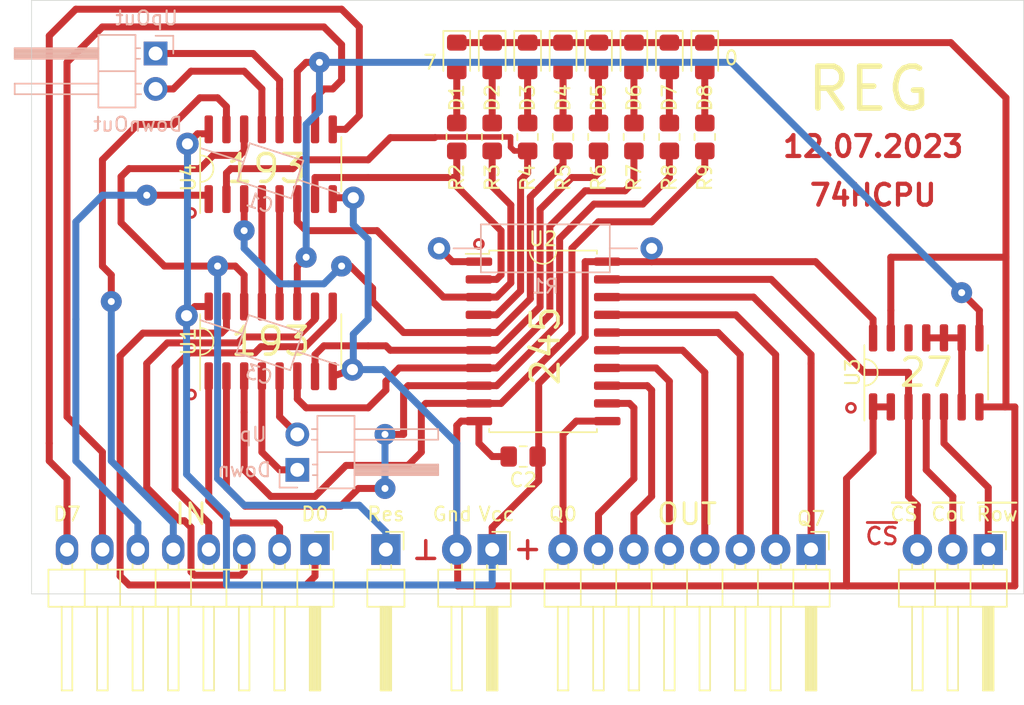
<source format=kicad_pcb>
(kicad_pcb (version 20171130) (host pcbnew "(5.1.8)-1")

  (general
    (thickness 1.6)
    (drawings 38)
    (tracks 372)
    (zones 0)
    (modules 31)
    (nets 49)
  )

  (page A4 portrait)
  (layers
    (0 F.Cu signal)
    (31 B.Cu signal)
    (32 B.Adhes user)
    (33 F.Adhes user)
    (34 B.Paste user)
    (35 F.Paste user)
    (36 B.SilkS user)
    (37 F.SilkS user)
    (38 B.Mask user)
    (39 F.Mask user)
    (40 Dwgs.User user)
    (41 Cmts.User user)
    (42 Eco1.User user)
    (43 Eco2.User user)
    (44 Edge.Cuts user)
    (45 Margin user)
    (46 B.CrtYd user)
    (47 F.CrtYd user)
    (48 B.Fab user)
    (49 F.Fab user)
  )

  (setup
    (last_trace_width 0.25)
    (user_trace_width 0.4)
    (user_trace_width 0.5)
    (user_trace_width 0.6)
    (trace_clearance 0.2)
    (zone_clearance 0.508)
    (zone_45_only no)
    (trace_min 0.2)
    (via_size 0.8)
    (via_drill 0.4)
    (via_min_size 0.4)
    (via_min_drill 0.3)
    (user_via 1.5 0.5)
    (uvia_size 0.3)
    (uvia_drill 0.1)
    (uvias_allowed no)
    (uvia_min_size 0.2)
    (uvia_min_drill 0.1)
    (edge_width 0.05)
    (segment_width 0.5)
    (pcb_text_width 0.3)
    (pcb_text_size 1.5 1.5)
    (mod_edge_width 0.12)
    (mod_text_size 1 1)
    (mod_text_width 0.15)
    (pad_size 2.2 2.1)
    (pad_drill 1)
    (pad_to_mask_clearance 0)
    (aux_axis_origin 0 0)
    (visible_elements 7FFFFFFF)
    (pcbplotparams
      (layerselection 0x010f0_ffffffff)
      (usegerberextensions false)
      (usegerberattributes false)
      (usegerberadvancedattributes false)
      (creategerberjobfile false)
      (excludeedgelayer true)
      (linewidth 0.100000)
      (plotframeref false)
      (viasonmask false)
      (mode 1)
      (useauxorigin true)
      (hpglpennumber 1)
      (hpglpenspeed 20)
      (hpglpendiameter 15.000000)
      (psnegative false)
      (psa4output false)
      (plotreference true)
      (plotvalue true)
      (plotinvisibletext false)
      (padsonsilk false)
      (subtractmaskfromsilk false)
      (outputformat 1)
      (mirror false)
      (drillshape 0)
      (scaleselection 1)
      (outputdirectory "gerber/"))
  )

  (net 0 "")
  (net 1 VCC)
  (net 2 GND)
  (net 3 /D7)
  (net 4 /D6)
  (net 5 /D5)
  (net 6 /D4)
  (net 7 /D3)
  (net 8 /D2)
  (net 9 /D1)
  (net 10 /D0)
  (net 11 /Q0)
  (net 12 /Q1)
  (net 13 /Q2)
  (net 14 /Q3)
  (net 15 /Q4)
  (net 16 /Q5)
  (net 17 /Q6)
  (net 18 /Q7)
  (net 19 /~Row)
  (net 20 /~Col)
  (net 21 /~CS)
  (net 22 "Net-(D1-Pad2)")
  (net 23 "Net-(D2-Pad2)")
  (net 24 "Net-(D3-Pad2)")
  (net 25 "Net-(D4-Pad2)")
  (net 26 "Net-(D5-Pad2)")
  (net 27 "Net-(D6-Pad2)")
  (net 28 "Net-(D7-Pad2)")
  (net 29 "Net-(D8-Pad2)")
  (net 30 "Net-(R1-Pad1)")
  (net 31 /L0)
  (net 32 /L1)
  (net 33 /L2)
  (net 34 /L3)
  (net 35 /L4)
  (net 36 /L5)
  (net 37 /L6)
  (net 38 /L7)
  (net 39 "Net-(U3-Pad12)")
  (net 40 /Res)
  (net 41 /~LOAD)
  (net 42 /Up)
  (net 43 /Down)
  (net 44 "Net-(U3-Pad10)")
  (net 45 /DownOut)
  (net 46 /UpOut)
  (net 47 /DownLH)
  (net 48 /UpLH)

  (net_class Default "This is the default net class."
    (clearance 0.2)
    (trace_width 0.25)
    (via_dia 0.8)
    (via_drill 0.4)
    (uvia_dia 0.3)
    (uvia_drill 0.1)
    (add_net /D0)
    (add_net /D1)
    (add_net /D2)
    (add_net /D3)
    (add_net /D4)
    (add_net /D5)
    (add_net /D6)
    (add_net /D7)
    (add_net /Down)
    (add_net /DownLH)
    (add_net /DownOut)
    (add_net /L0)
    (add_net /L1)
    (add_net /L2)
    (add_net /L3)
    (add_net /L4)
    (add_net /L5)
    (add_net /L6)
    (add_net /L7)
    (add_net /Q0)
    (add_net /Q1)
    (add_net /Q2)
    (add_net /Q3)
    (add_net /Q4)
    (add_net /Q5)
    (add_net /Q6)
    (add_net /Q7)
    (add_net /Res)
    (add_net /Up)
    (add_net /UpLH)
    (add_net /UpOut)
    (add_net /~CS)
    (add_net /~Col)
    (add_net /~LOAD)
    (add_net /~Row)
    (add_net GND)
    (add_net "Net-(D1-Pad2)")
    (add_net "Net-(D2-Pad2)")
    (add_net "Net-(D3-Pad2)")
    (add_net "Net-(D4-Pad2)")
    (add_net "Net-(D5-Pad2)")
    (add_net "Net-(D6-Pad2)")
    (add_net "Net-(D7-Pad2)")
    (add_net "Net-(D8-Pad2)")
    (add_net "Net-(R1-Pad1)")
    (add_net "Net-(U3-Pad10)")
    (add_net "Net-(U3-Pad12)")
    (add_net VCC)
  )

  (module Resistor_THT:R_Axial_DIN0309_L9.0mm_D3.2mm_P15.24mm_Horizontal (layer B.Cu) (tedit 5AE5139B) (tstamp 63558200)
    (at 80.01 31.75)
    (descr "Resistor, Axial_DIN0309 series, Axial, Horizontal, pin pitch=15.24mm, 0.5W = 1/2W, length*diameter=9*3.2mm^2, http://cdn-reichelt.de/documents/datenblatt/B400/1_4W%23YAG.pdf")
    (tags "Resistor Axial_DIN0309 series Axial Horizontal pin pitch 15.24mm 0.5W = 1/2W length 9mm diameter 3.2mm")
    (path /635595B9)
    (fp_text reference R1 (at 7.62 2.72) (layer B.SilkS)
      (effects (font (size 1 1) (thickness 0.15)) (justify mirror))
    )
    (fp_text value 10k (at 7.62 -2.72) (layer B.Fab)
      (effects (font (size 1 1) (thickness 0.15)) (justify mirror))
    )
    (fp_line (start 3.12 1.6) (end 3.12 -1.6) (layer B.Fab) (width 0.1))
    (fp_line (start 3.12 -1.6) (end 12.12 -1.6) (layer B.Fab) (width 0.1))
    (fp_line (start 12.12 -1.6) (end 12.12 1.6) (layer B.Fab) (width 0.1))
    (fp_line (start 12.12 1.6) (end 3.12 1.6) (layer B.Fab) (width 0.1))
    (fp_line (start 0 0) (end 3.12 0) (layer B.Fab) (width 0.1))
    (fp_line (start 15.24 0) (end 12.12 0) (layer B.Fab) (width 0.1))
    (fp_line (start 3 1.72) (end 3 -1.72) (layer B.SilkS) (width 0.12))
    (fp_line (start 3 -1.72) (end 12.24 -1.72) (layer B.SilkS) (width 0.12))
    (fp_line (start 12.24 -1.72) (end 12.24 1.72) (layer B.SilkS) (width 0.12))
    (fp_line (start 12.24 1.72) (end 3 1.72) (layer B.SilkS) (width 0.12))
    (fp_line (start 1.04 0) (end 3 0) (layer B.SilkS) (width 0.12))
    (fp_line (start 14.2 0) (end 12.24 0) (layer B.SilkS) (width 0.12))
    (fp_line (start -1.05 1.85) (end -1.05 -1.85) (layer B.CrtYd) (width 0.05))
    (fp_line (start -1.05 -1.85) (end 16.29 -1.85) (layer B.CrtYd) (width 0.05))
    (fp_line (start 16.29 -1.85) (end 16.29 1.85) (layer B.CrtYd) (width 0.05))
    (fp_line (start 16.29 1.85) (end -1.05 1.85) (layer B.CrtYd) (width 0.05))
    (fp_text user %R (at 7.62 0) (layer B.Fab)
      (effects (font (size 1 1) (thickness 0.15)) (justify mirror))
    )
    (pad 2 thru_hole oval (at 15.24 0) (size 1.6 1.6) (drill 0.8) (layers *.Cu *.Mask)
      (net 1 VCC))
    (pad 1 thru_hole circle (at 0 0) (size 1.6 1.6) (drill 0.8) (layers *.Cu *.Mask)
      (net 30 "Net-(R1-Pad1)"))
    (model ${KISYS3DMOD}/Resistor_THT.3dshapes/R_Axial_DIN0309_L9.0mm_D3.2mm_P15.24mm_Horizontal.wrl
      (at (xyz 0 0 0))
      (scale (xyz 1 1 1))
      (rotate (xyz 0 0 0))
    )
  )

  (module Capacitor_THT:C_Axial_L3.8mm_D2.6mm_P12.50mm_Horizontal (layer B.Cu) (tedit 5AE50EF0) (tstamp 64AE1E01)
    (at 61.9125 36.576 342)
    (descr "C, Axial series, Axial, Horizontal, pin pitch=12.5mm, , length*diameter=3.8*2.6mm^2, http://www.vishay.com/docs/45231/arseries.pdf")
    (tags "C Axial series Axial Horizontal pin pitch 12.5mm  length 3.8mm diameter 2.6mm")
    (path /64B68F67)
    (fp_text reference C3 (at 6.25 2.42 342) (layer B.SilkS)
      (effects (font (size 1 1) (thickness 0.15)) (justify mirror))
    )
    (fp_text value 0.1uF (at 6.25 -2.42 342) (layer B.Fab)
      (effects (font (size 1 1) (thickness 0.15)) (justify mirror))
    )
    (fp_line (start 13.55 1.55) (end -1.05 1.55) (layer B.CrtYd) (width 0.05))
    (fp_line (start 13.55 -1.55) (end 13.55 1.55) (layer B.CrtYd) (width 0.05))
    (fp_line (start -1.05 -1.55) (end 13.55 -1.55) (layer B.CrtYd) (width 0.05))
    (fp_line (start -1.05 1.55) (end -1.05 -1.55) (layer B.CrtYd) (width 0.05))
    (fp_line (start 11.46 0) (end 8.27 0) (layer B.SilkS) (width 0.12))
    (fp_line (start 1.04 0) (end 4.23 0) (layer B.SilkS) (width 0.12))
    (fp_line (start 8.27 1.42) (end 4.23 1.42) (layer B.SilkS) (width 0.12))
    (fp_line (start 8.27 -1.42) (end 8.27 1.42) (layer B.SilkS) (width 0.12))
    (fp_line (start 4.23 -1.42) (end 8.27 -1.42) (layer B.SilkS) (width 0.12))
    (fp_line (start 4.23 1.42) (end 4.23 -1.42) (layer B.SilkS) (width 0.12))
    (fp_line (start 12.5 0) (end 8.15 0) (layer B.Fab) (width 0.1))
    (fp_line (start 0 0) (end 4.35 0) (layer B.Fab) (width 0.1))
    (fp_line (start 8.15 1.3) (end 4.35 1.3) (layer B.Fab) (width 0.1))
    (fp_line (start 8.15 -1.3) (end 8.15 1.3) (layer B.Fab) (width 0.1))
    (fp_line (start 4.35 -1.3) (end 8.15 -1.3) (layer B.Fab) (width 0.1))
    (fp_line (start 4.35 1.3) (end 4.35 -1.3) (layer B.Fab) (width 0.1))
    (fp_text user %R (at 6.25 0 342) (layer B.Fab)
      (effects (font (size 0.76 0.76) (thickness 0.114)) (justify mirror))
    )
    (pad 2 thru_hole oval (at 12.5 0 342) (size 1.6 1.6) (drill 0.8) (layers *.Cu *.Mask)
      (net 2 GND))
    (pad 1 thru_hole circle (at 0 0 342) (size 1.6 1.6) (drill 0.8) (layers *.Cu *.Mask)
      (net 1 VCC))
    (model ${KISYS3DMOD}/Capacitor_THT.3dshapes/C_Axial_L3.8mm_D2.6mm_P12.50mm_Horizontal.wrl
      (at (xyz 0 0 0))
      (scale (xyz 1 1 1))
      (rotate (xyz 0 0 0))
    )
  )

  (module Capacitor_THT:C_Axial_L3.8mm_D2.6mm_P12.50mm_Horizontal (layer B.Cu) (tedit 5AE50EF0) (tstamp 628D51CF)
    (at 61.976 24.257 342)
    (descr "C, Axial series, Axial, Horizontal, pin pitch=12.5mm, , length*diameter=3.8*2.6mm^2, http://www.vishay.com/docs/45231/arseries.pdf")
    (tags "C Axial series Axial Horizontal pin pitch 12.5mm  length 3.8mm diameter 2.6mm")
    (path /628F1683)
    (fp_text reference C1 (at 6.25 2.42 342) (layer B.SilkS)
      (effects (font (size 1 1) (thickness 0.15)) (justify mirror))
    )
    (fp_text value 0.1uF (at 6.25 -2.42 342) (layer B.Fab)
      (effects (font (size 1 1) (thickness 0.15)) (justify mirror))
    )
    (fp_line (start 4.35 1.3) (end 4.35 -1.3) (layer B.Fab) (width 0.1))
    (fp_line (start 4.35 -1.3) (end 8.15 -1.3) (layer B.Fab) (width 0.1))
    (fp_line (start 8.15 -1.3) (end 8.15 1.3) (layer B.Fab) (width 0.1))
    (fp_line (start 8.15 1.3) (end 4.35 1.3) (layer B.Fab) (width 0.1))
    (fp_line (start 0 0) (end 4.35 0) (layer B.Fab) (width 0.1))
    (fp_line (start 12.5 0) (end 8.15 0) (layer B.Fab) (width 0.1))
    (fp_line (start 4.23 1.42) (end 4.23 -1.42) (layer B.SilkS) (width 0.12))
    (fp_line (start 4.23 -1.42) (end 8.27 -1.42) (layer B.SilkS) (width 0.12))
    (fp_line (start 8.27 -1.42) (end 8.27 1.42) (layer B.SilkS) (width 0.12))
    (fp_line (start 8.27 1.42) (end 4.23 1.42) (layer B.SilkS) (width 0.12))
    (fp_line (start 1.04 0) (end 4.23 0) (layer B.SilkS) (width 0.12))
    (fp_line (start 11.46 0) (end 8.27 0) (layer B.SilkS) (width 0.12))
    (fp_line (start -1.05 1.55) (end -1.05 -1.55) (layer B.CrtYd) (width 0.05))
    (fp_line (start -1.05 -1.55) (end 13.55 -1.55) (layer B.CrtYd) (width 0.05))
    (fp_line (start 13.55 -1.55) (end 13.55 1.55) (layer B.CrtYd) (width 0.05))
    (fp_line (start 13.55 1.55) (end -1.05 1.55) (layer B.CrtYd) (width 0.05))
    (fp_text user %R (at 6.25 0 342) (layer B.Fab)
      (effects (font (size 0.76 0.76) (thickness 0.114)) (justify mirror))
    )
    (pad 2 thru_hole oval (at 12.5 0 342) (size 1.6 1.6) (drill 0.8) (layers *.Cu *.Mask)
      (net 2 GND))
    (pad 1 thru_hole circle (at 0 0 342) (size 1.6 1.6) (drill 0.8) (layers *.Cu *.Mask)
      (net 1 VCC))
    (model ${KISYS3DMOD}/Capacitor_THT.3dshapes/C_Axial_L3.8mm_D2.6mm_P12.50mm_Horizontal.wrl
      (at (xyz 0 0 0))
      (scale (xyz 1 1 1))
      (rotate (xyz 0 0 0))
    )
  )

  (module Package_SO:SOP-16_3.9x9.9mm_P1.27mm (layer F.Cu) (tedit 5F476169) (tstamp 64AC9477)
    (at 67.945 25.7175 90)
    (descr "SOP, 16 Pin (https://www.diodes.com/assets/Datasheets/PAM8403.pdf), generated with kicad-footprint-generator ipc_gullwing_generator.py")
    (tags "SOP SO")
    (path /64AD324A)
    (attr smd)
    (fp_text reference U4 (at -0.9525 -5.9 90) (layer F.SilkS)
      (effects (font (size 1 1) (thickness 0.15)))
    )
    (fp_text value 74LS193 (at 0 1.27) (layer F.Fab)
      (effects (font (size 1 1) (thickness 0.15)))
    )
    (fp_line (start 0 5.06) (end 1.95 5.06) (layer F.SilkS) (width 0.12))
    (fp_line (start 0 5.06) (end -1.95 5.06) (layer F.SilkS) (width 0.12))
    (fp_line (start 0 -5.06) (end 1.95 -5.06) (layer F.SilkS) (width 0.12))
    (fp_line (start 0 -5.06) (end -3.5 -5.06) (layer F.SilkS) (width 0.12))
    (fp_line (start -0.975 -4.95) (end 1.95 -4.95) (layer F.Fab) (width 0.1))
    (fp_line (start 1.95 -4.95) (end 1.95 4.95) (layer F.Fab) (width 0.1))
    (fp_line (start 1.95 4.95) (end -1.95 4.95) (layer F.Fab) (width 0.1))
    (fp_line (start -1.95 4.95) (end -1.95 -3.975) (layer F.Fab) (width 0.1))
    (fp_line (start -1.95 -3.975) (end -0.975 -4.95) (layer F.Fab) (width 0.1))
    (fp_line (start -3.75 -5.2) (end -3.75 5.2) (layer F.CrtYd) (width 0.05))
    (fp_line (start -3.75 5.2) (end 3.75 5.2) (layer F.CrtYd) (width 0.05))
    (fp_line (start 3.75 5.2) (end 3.75 -5.2) (layer F.CrtYd) (width 0.05))
    (fp_line (start 3.75 -5.2) (end -3.75 -5.2) (layer F.CrtYd) (width 0.05))
    (fp_text user %R (at 0 0 90) (layer F.Fab)
      (effects (font (size 0.98 0.98) (thickness 0.15)))
    )
    (pad 16 smd roundrect (at 2.5 -4.445 90) (size 2 0.6) (layers F.Cu F.Paste F.Mask) (roundrect_rratio 0.25)
      (net 1 VCC))
    (pad 15 smd roundrect (at 2.5 -3.175 90) (size 2 0.6) (layers F.Cu F.Paste F.Mask) (roundrect_rratio 0.25)
      (net 6 /D4))
    (pad 14 smd roundrect (at 2.5 -1.905 90) (size 2 0.6) (layers F.Cu F.Paste F.Mask) (roundrect_rratio 0.25)
      (net 40 /Res))
    (pad 13 smd roundrect (at 2.5 -0.635 90) (size 2 0.6) (layers F.Cu F.Paste F.Mask) (roundrect_rratio 0.25)
      (net 45 /DownOut))
    (pad 12 smd roundrect (at 2.5 0.635 90) (size 2 0.6) (layers F.Cu F.Paste F.Mask) (roundrect_rratio 0.25)
      (net 46 /UpOut))
    (pad 11 smd roundrect (at 2.5 1.905 90) (size 2 0.6) (layers F.Cu F.Paste F.Mask) (roundrect_rratio 0.25)
      (net 41 /~LOAD))
    (pad 10 smd roundrect (at 2.5 3.175 90) (size 2 0.6) (layers F.Cu F.Paste F.Mask) (roundrect_rratio 0.25)
      (net 4 /D6))
    (pad 9 smd roundrect (at 2.5 4.445 90) (size 2 0.6) (layers F.Cu F.Paste F.Mask) (roundrect_rratio 0.25)
      (net 3 /D7))
    (pad 8 smd roundrect (at -2.5 4.445 90) (size 2 0.6) (layers F.Cu F.Paste F.Mask) (roundrect_rratio 0.25)
      (net 2 GND))
    (pad 7 smd roundrect (at -2.5 3.175 90) (size 2 0.6) (layers F.Cu F.Paste F.Mask) (roundrect_rratio 0.25)
      (net 38 /L7))
    (pad 6 smd roundrect (at -2.5 1.905 90) (size 2 0.6) (layers F.Cu F.Paste F.Mask) (roundrect_rratio 0.25)
      (net 37 /L6))
    (pad 5 smd roundrect (at -2.5 0.635 90) (size 2 0.6) (layers F.Cu F.Paste F.Mask) (roundrect_rratio 0.25)
      (net 48 /UpLH))
    (pad 4 smd roundrect (at -2.5 -0.635 90) (size 2 0.6) (layers F.Cu F.Paste F.Mask) (roundrect_rratio 0.25)
      (net 47 /DownLH))
    (pad 3 smd roundrect (at -2.5 -1.905 90) (size 2 0.6) (layers F.Cu F.Paste F.Mask) (roundrect_rratio 0.25)
      (net 35 /L4))
    (pad 2 smd roundrect (at -2.5 -3.175 90) (size 2 0.6) (layers F.Cu F.Paste F.Mask) (roundrect_rratio 0.25)
      (net 36 /L5))
    (pad 1 smd roundrect (at -2.5 -4.445 90) (size 2 0.6) (layers F.Cu F.Paste F.Mask) (roundrect_rratio 0.25)
      (net 5 /D5))
    (model ${KISYS3DMOD}/Package_SO.3dshapes/SOP-16_3.9x9.9mm_P1.27mm.wrl
      (at (xyz 0 0 0))
      (scale (xyz 1 1 1))
      (rotate (xyz 0 0 0))
    )
  )

  (module Package_SO:SOP-16_3.9x9.9mm_P1.27mm (layer F.Cu) (tedit 5F476169) (tstamp 64AC93C3)
    (at 67.945 38.4175 90)
    (descr "SOP, 16 Pin (https://www.diodes.com/assets/Datasheets/PAM8403.pdf), generated with kicad-footprint-generator ipc_gullwing_generator.py")
    (tags "SOP SO")
    (path /64ACA6DA)
    (attr smd)
    (fp_text reference U1 (at 0 -5.9 90) (layer F.SilkS)
      (effects (font (size 1 1) (thickness 0.15)))
    )
    (fp_text value 74LS193 (at 0 0) (layer F.Fab)
      (effects (font (size 1 1) (thickness 0.15)))
    )
    (fp_line (start 0 5.06) (end 1.95 5.06) (layer F.SilkS) (width 0.12))
    (fp_line (start 0 5.06) (end -1.95 5.06) (layer F.SilkS) (width 0.12))
    (fp_line (start 0 -5.06) (end 1.95 -5.06) (layer F.SilkS) (width 0.12))
    (fp_line (start 0 -5.06) (end -3.5 -5.06) (layer F.SilkS) (width 0.12))
    (fp_line (start -0.975 -4.95) (end 1.95 -4.95) (layer F.Fab) (width 0.1))
    (fp_line (start 1.95 -4.95) (end 1.95 4.95) (layer F.Fab) (width 0.1))
    (fp_line (start 1.95 4.95) (end -1.95 4.95) (layer F.Fab) (width 0.1))
    (fp_line (start -1.95 4.95) (end -1.95 -3.975) (layer F.Fab) (width 0.1))
    (fp_line (start -1.95 -3.975) (end -0.975 -4.95) (layer F.Fab) (width 0.1))
    (fp_line (start -3.75 -5.2) (end -3.75 5.2) (layer F.CrtYd) (width 0.05))
    (fp_line (start -3.75 5.2) (end 3.75 5.2) (layer F.CrtYd) (width 0.05))
    (fp_line (start 3.75 5.2) (end 3.75 -5.2) (layer F.CrtYd) (width 0.05))
    (fp_line (start 3.75 -5.2) (end -3.75 -5.2) (layer F.CrtYd) (width 0.05))
    (fp_text user %R (at 0 0 90) (layer F.Fab)
      (effects (font (size 0.98 0.98) (thickness 0.15)))
    )
    (pad 16 smd roundrect (at 2.5 -4.445 90) (size 2 0.6) (layers F.Cu F.Paste F.Mask) (roundrect_rratio 0.25)
      (net 1 VCC))
    (pad 15 smd roundrect (at 2.5 -3.175 90) (size 2 0.6) (layers F.Cu F.Paste F.Mask) (roundrect_rratio 0.25)
      (net 10 /D0))
    (pad 14 smd roundrect (at 2.5 -1.905 90) (size 2 0.6) (layers F.Cu F.Paste F.Mask) (roundrect_rratio 0.25)
      (net 40 /Res))
    (pad 13 smd roundrect (at 2.5 -0.635 90) (size 2 0.6) (layers F.Cu F.Paste F.Mask) (roundrect_rratio 0.25)
      (net 47 /DownLH))
    (pad 12 smd roundrect (at 2.5 0.635 90) (size 2 0.6) (layers F.Cu F.Paste F.Mask) (roundrect_rratio 0.25)
      (net 48 /UpLH))
    (pad 11 smd roundrect (at 2.5 1.905 90) (size 2 0.6) (layers F.Cu F.Paste F.Mask) (roundrect_rratio 0.25)
      (net 41 /~LOAD))
    (pad 10 smd roundrect (at 2.5 3.175 90) (size 2 0.6) (layers F.Cu F.Paste F.Mask) (roundrect_rratio 0.25)
      (net 8 /D2))
    (pad 9 smd roundrect (at 2.5 4.445 90) (size 2 0.6) (layers F.Cu F.Paste F.Mask) (roundrect_rratio 0.25)
      (net 7 /D3))
    (pad 8 smd roundrect (at -2.5 4.445 90) (size 2 0.6) (layers F.Cu F.Paste F.Mask) (roundrect_rratio 0.25)
      (net 2 GND))
    (pad 7 smd roundrect (at -2.5 3.175 90) (size 2 0.6) (layers F.Cu F.Paste F.Mask) (roundrect_rratio 0.25)
      (net 34 /L3))
    (pad 6 smd roundrect (at -2.5 1.905 90) (size 2 0.6) (layers F.Cu F.Paste F.Mask) (roundrect_rratio 0.25)
      (net 33 /L2))
    (pad 5 smd roundrect (at -2.5 0.635 90) (size 2 0.6) (layers F.Cu F.Paste F.Mask) (roundrect_rratio 0.25)
      (net 42 /Up))
    (pad 4 smd roundrect (at -2.5 -0.635 90) (size 2 0.6) (layers F.Cu F.Paste F.Mask) (roundrect_rratio 0.25)
      (net 43 /Down))
    (pad 3 smd roundrect (at -2.5 -1.905 90) (size 2 0.6) (layers F.Cu F.Paste F.Mask) (roundrect_rratio 0.25)
      (net 31 /L0))
    (pad 2 smd roundrect (at -2.5 -3.175 90) (size 2 0.6) (layers F.Cu F.Paste F.Mask) (roundrect_rratio 0.25)
      (net 32 /L1))
    (pad 1 smd roundrect (at -2.5 -4.445 90) (size 2 0.6) (layers F.Cu F.Paste F.Mask) (roundrect_rratio 0.25)
      (net 9 /D1))
    (model ${KISYS3DMOD}/Package_SO.3dshapes/SOP-16_3.9x9.9mm_P1.27mm.wrl
      (at (xyz 0 0 0))
      (scale (xyz 1 1 1))
      (rotate (xyz 0 0 0))
    )
  )

  (module Capacitor_SMD:C_0805_2012Metric_Pad1.18x1.45mm_HandSolder (layer F.Cu) (tedit 5F68FEEF) (tstamp 636EB57C)
    (at 86.0425 46.6725 180)
    (descr "Capacitor SMD 0805 (2012 Metric), square (rectangular) end terminal, IPC_7351 nominal with elongated pad for handsoldering. (Body size source: IPC-SM-782 page 76, https://www.pcb-3d.com/wordpress/wp-content/uploads/ipc-sm-782a_amendment_1_and_2.pdf, https://docs.google.com/spreadsheets/d/1BsfQQcO9C6DZCsRaXUlFlo91Tg2WpOkGARC1WS5S8t0/edit?usp=sharing), generated with kicad-footprint-generator")
    (tags "capacitor handsolder")
    (path /636EBD1D)
    (attr smd)
    (fp_text reference C2 (at 0 -1.68) (layer F.SilkS)
      (effects (font (size 1 1) (thickness 0.15)))
    )
    (fp_text value 0.1uF (at 0 1.68) (layer F.Fab)
      (effects (font (size 1 1) (thickness 0.15)))
    )
    (fp_line (start -1 0.625) (end -1 -0.625) (layer F.Fab) (width 0.1))
    (fp_line (start -1 -0.625) (end 1 -0.625) (layer F.Fab) (width 0.1))
    (fp_line (start 1 -0.625) (end 1 0.625) (layer F.Fab) (width 0.1))
    (fp_line (start 1 0.625) (end -1 0.625) (layer F.Fab) (width 0.1))
    (fp_line (start -0.261252 -0.735) (end 0.261252 -0.735) (layer F.SilkS) (width 0.12))
    (fp_line (start -0.261252 0.735) (end 0.261252 0.735) (layer F.SilkS) (width 0.12))
    (fp_line (start -1.88 0.98) (end -1.88 -0.98) (layer F.CrtYd) (width 0.05))
    (fp_line (start -1.88 -0.98) (end 1.88 -0.98) (layer F.CrtYd) (width 0.05))
    (fp_line (start 1.88 -0.98) (end 1.88 0.98) (layer F.CrtYd) (width 0.05))
    (fp_line (start 1.88 0.98) (end -1.88 0.98) (layer F.CrtYd) (width 0.05))
    (fp_text user %R (at 0 0) (layer F.Fab)
      (effects (font (size 0.5 0.5) (thickness 0.08)))
    )
    (pad 2 smd roundrect (at 1.0375 0 180) (size 1.175 1.45) (layers F.Cu F.Paste F.Mask) (roundrect_rratio 0.2127659574468085)
      (net 2 GND))
    (pad 1 smd roundrect (at -1.0375 0 180) (size 1.175 1.45) (layers F.Cu F.Paste F.Mask) (roundrect_rratio 0.2127659574468085)
      (net 1 VCC))
    (model ${KISYS3DMOD}/Capacitor_SMD.3dshapes/C_0805_2012Metric.wrl
      (at (xyz 0 0 0))
      (scale (xyz 1 1 1))
      (rotate (xyz 0 0 0))
    )
  )

  (module Resistor_SMD:R_0805_2012Metric_Pad1.20x1.40mm_HandSolder (layer F.Cu) (tedit 5F68FEEE) (tstamp 63558288)
    (at 99.06 23.765 90)
    (descr "Resistor SMD 0805 (2012 Metric), square (rectangular) end terminal, IPC_7351 nominal with elongated pad for handsoldering. (Body size source: IPC-SM-782 page 72, https://www.pcb-3d.com/wordpress/wp-content/uploads/ipc-sm-782a_amendment_1_and_2.pdf), generated with kicad-footprint-generator")
    (tags "resistor handsolder")
    (path /6357BAE6)
    (attr smd)
    (fp_text reference R9 (at -2.905 0 90) (layer F.SilkS)
      (effects (font (size 1 1) (thickness 0.15)))
    )
    (fp_text value 1k (at 0 1.65 90) (layer F.Fab)
      (effects (font (size 1 1) (thickness 0.15)))
    )
    (fp_line (start 1.85 0.95) (end -1.85 0.95) (layer F.CrtYd) (width 0.05))
    (fp_line (start 1.85 -0.95) (end 1.85 0.95) (layer F.CrtYd) (width 0.05))
    (fp_line (start -1.85 -0.95) (end 1.85 -0.95) (layer F.CrtYd) (width 0.05))
    (fp_line (start -1.85 0.95) (end -1.85 -0.95) (layer F.CrtYd) (width 0.05))
    (fp_line (start -0.227064 0.735) (end 0.227064 0.735) (layer F.SilkS) (width 0.12))
    (fp_line (start -0.227064 -0.735) (end 0.227064 -0.735) (layer F.SilkS) (width 0.12))
    (fp_line (start 1 0.625) (end -1 0.625) (layer F.Fab) (width 0.1))
    (fp_line (start 1 -0.625) (end 1 0.625) (layer F.Fab) (width 0.1))
    (fp_line (start -1 -0.625) (end 1 -0.625) (layer F.Fab) (width 0.1))
    (fp_line (start -1 0.625) (end -1 -0.625) (layer F.Fab) (width 0.1))
    (fp_text user %R (at 0 0 90) (layer F.Fab)
      (effects (font (size 0.5 0.5) (thickness 0.08)))
    )
    (pad 2 smd roundrect (at 1 0 90) (size 1.2 1.4) (layers F.Cu F.Paste F.Mask) (roundrect_rratio 0.2083325)
      (net 29 "Net-(D8-Pad2)"))
    (pad 1 smd roundrect (at -1 0 90) (size 1.2 1.4) (layers F.Cu F.Paste F.Mask) (roundrect_rratio 0.2083325)
      (net 31 /L0))
    (model ${KISYS3DMOD}/Resistor_SMD.3dshapes/R_0805_2012Metric.wrl
      (at (xyz 0 0 0))
      (scale (xyz 1 1 1))
      (rotate (xyz 0 0 0))
    )
  )

  (module Resistor_SMD:R_0805_2012Metric_Pad1.20x1.40mm_HandSolder (layer F.Cu) (tedit 5F68FEEE) (tstamp 63558277)
    (at 96.52 23.765 90)
    (descr "Resistor SMD 0805 (2012 Metric), square (rectangular) end terminal, IPC_7351 nominal with elongated pad for handsoldering. (Body size source: IPC-SM-782 page 72, https://www.pcb-3d.com/wordpress/wp-content/uploads/ipc-sm-782a_amendment_1_and_2.pdf), generated with kicad-footprint-generator")
    (tags "resistor handsolder")
    (path /6357BAD4)
    (attr smd)
    (fp_text reference R8 (at -2.905 0 90) (layer F.SilkS)
      (effects (font (size 1 1) (thickness 0.15)))
    )
    (fp_text value 1k (at 0 1.65 90) (layer F.Fab)
      (effects (font (size 1 1) (thickness 0.15)))
    )
    (fp_line (start 1.85 0.95) (end -1.85 0.95) (layer F.CrtYd) (width 0.05))
    (fp_line (start 1.85 -0.95) (end 1.85 0.95) (layer F.CrtYd) (width 0.05))
    (fp_line (start -1.85 -0.95) (end 1.85 -0.95) (layer F.CrtYd) (width 0.05))
    (fp_line (start -1.85 0.95) (end -1.85 -0.95) (layer F.CrtYd) (width 0.05))
    (fp_line (start -0.227064 0.735) (end 0.227064 0.735) (layer F.SilkS) (width 0.12))
    (fp_line (start -0.227064 -0.735) (end 0.227064 -0.735) (layer F.SilkS) (width 0.12))
    (fp_line (start 1 0.625) (end -1 0.625) (layer F.Fab) (width 0.1))
    (fp_line (start 1 -0.625) (end 1 0.625) (layer F.Fab) (width 0.1))
    (fp_line (start -1 -0.625) (end 1 -0.625) (layer F.Fab) (width 0.1))
    (fp_line (start -1 0.625) (end -1 -0.625) (layer F.Fab) (width 0.1))
    (fp_text user %R (at 0 0 90) (layer F.Fab)
      (effects (font (size 0.5 0.5) (thickness 0.08)))
    )
    (pad 2 smd roundrect (at 1 0 90) (size 1.2 1.4) (layers F.Cu F.Paste F.Mask) (roundrect_rratio 0.2083325)
      (net 28 "Net-(D7-Pad2)"))
    (pad 1 smd roundrect (at -1 0 90) (size 1.2 1.4) (layers F.Cu F.Paste F.Mask) (roundrect_rratio 0.2083325)
      (net 32 /L1))
    (model ${KISYS3DMOD}/Resistor_SMD.3dshapes/R_0805_2012Metric.wrl
      (at (xyz 0 0 0))
      (scale (xyz 1 1 1))
      (rotate (xyz 0 0 0))
    )
  )

  (module Resistor_SMD:R_0805_2012Metric_Pad1.20x1.40mm_HandSolder (layer F.Cu) (tedit 5F68FEEE) (tstamp 63558266)
    (at 93.98 23.765 90)
    (descr "Resistor SMD 0805 (2012 Metric), square (rectangular) end terminal, IPC_7351 nominal with elongated pad for handsoldering. (Body size source: IPC-SM-782 page 72, https://www.pcb-3d.com/wordpress/wp-content/uploads/ipc-sm-782a_amendment_1_and_2.pdf), generated with kicad-footprint-generator")
    (tags "resistor handsolder")
    (path /6357BAC2)
    (attr smd)
    (fp_text reference R7 (at -2.905 0 90) (layer F.SilkS)
      (effects (font (size 1 1) (thickness 0.15)))
    )
    (fp_text value 1k (at 0 1.65 90) (layer F.Fab)
      (effects (font (size 1 1) (thickness 0.15)))
    )
    (fp_line (start 1.85 0.95) (end -1.85 0.95) (layer F.CrtYd) (width 0.05))
    (fp_line (start 1.85 -0.95) (end 1.85 0.95) (layer F.CrtYd) (width 0.05))
    (fp_line (start -1.85 -0.95) (end 1.85 -0.95) (layer F.CrtYd) (width 0.05))
    (fp_line (start -1.85 0.95) (end -1.85 -0.95) (layer F.CrtYd) (width 0.05))
    (fp_line (start -0.227064 0.735) (end 0.227064 0.735) (layer F.SilkS) (width 0.12))
    (fp_line (start -0.227064 -0.735) (end 0.227064 -0.735) (layer F.SilkS) (width 0.12))
    (fp_line (start 1 0.625) (end -1 0.625) (layer F.Fab) (width 0.1))
    (fp_line (start 1 -0.625) (end 1 0.625) (layer F.Fab) (width 0.1))
    (fp_line (start -1 -0.625) (end 1 -0.625) (layer F.Fab) (width 0.1))
    (fp_line (start -1 0.625) (end -1 -0.625) (layer F.Fab) (width 0.1))
    (fp_text user %R (at 0 0 90) (layer F.Fab)
      (effects (font (size 0.5 0.5) (thickness 0.08)))
    )
    (pad 2 smd roundrect (at 1 0 90) (size 1.2 1.4) (layers F.Cu F.Paste F.Mask) (roundrect_rratio 0.2083325)
      (net 27 "Net-(D6-Pad2)"))
    (pad 1 smd roundrect (at -1 0 90) (size 1.2 1.4) (layers F.Cu F.Paste F.Mask) (roundrect_rratio 0.2083325)
      (net 33 /L2))
    (model ${KISYS3DMOD}/Resistor_SMD.3dshapes/R_0805_2012Metric.wrl
      (at (xyz 0 0 0))
      (scale (xyz 1 1 1))
      (rotate (xyz 0 0 0))
    )
  )

  (module Resistor_SMD:R_0805_2012Metric_Pad1.20x1.40mm_HandSolder (layer F.Cu) (tedit 5F68FEEE) (tstamp 63558255)
    (at 91.44 23.765 90)
    (descr "Resistor SMD 0805 (2012 Metric), square (rectangular) end terminal, IPC_7351 nominal with elongated pad for handsoldering. (Body size source: IPC-SM-782 page 72, https://www.pcb-3d.com/wordpress/wp-content/uploads/ipc-sm-782a_amendment_1_and_2.pdf), generated with kicad-footprint-generator")
    (tags "resistor handsolder")
    (path /6357BAB0)
    (attr smd)
    (fp_text reference R6 (at -2.905 0 90) (layer F.SilkS)
      (effects (font (size 1 1) (thickness 0.15)))
    )
    (fp_text value 1k (at 0 1.65 90) (layer F.Fab)
      (effects (font (size 1 1) (thickness 0.15)))
    )
    (fp_line (start 1.85 0.95) (end -1.85 0.95) (layer F.CrtYd) (width 0.05))
    (fp_line (start 1.85 -0.95) (end 1.85 0.95) (layer F.CrtYd) (width 0.05))
    (fp_line (start -1.85 -0.95) (end 1.85 -0.95) (layer F.CrtYd) (width 0.05))
    (fp_line (start -1.85 0.95) (end -1.85 -0.95) (layer F.CrtYd) (width 0.05))
    (fp_line (start -0.227064 0.735) (end 0.227064 0.735) (layer F.SilkS) (width 0.12))
    (fp_line (start -0.227064 -0.735) (end 0.227064 -0.735) (layer F.SilkS) (width 0.12))
    (fp_line (start 1 0.625) (end -1 0.625) (layer F.Fab) (width 0.1))
    (fp_line (start 1 -0.625) (end 1 0.625) (layer F.Fab) (width 0.1))
    (fp_line (start -1 -0.625) (end 1 -0.625) (layer F.Fab) (width 0.1))
    (fp_line (start -1 0.625) (end -1 -0.625) (layer F.Fab) (width 0.1))
    (fp_text user %R (at 0 0 90) (layer F.Fab)
      (effects (font (size 0.5 0.5) (thickness 0.08)))
    )
    (pad 2 smd roundrect (at 1 0 90) (size 1.2 1.4) (layers F.Cu F.Paste F.Mask) (roundrect_rratio 0.2083325)
      (net 26 "Net-(D5-Pad2)"))
    (pad 1 smd roundrect (at -1 0 90) (size 1.2 1.4) (layers F.Cu F.Paste F.Mask) (roundrect_rratio 0.2083325)
      (net 34 /L3))
    (model ${KISYS3DMOD}/Resistor_SMD.3dshapes/R_0805_2012Metric.wrl
      (at (xyz 0 0 0))
      (scale (xyz 1 1 1))
      (rotate (xyz 0 0 0))
    )
  )

  (module Resistor_SMD:R_0805_2012Metric_Pad1.20x1.40mm_HandSolder (layer F.Cu) (tedit 5F68FEEE) (tstamp 63558244)
    (at 88.9 23.765 90)
    (descr "Resistor SMD 0805 (2012 Metric), square (rectangular) end terminal, IPC_7351 nominal with elongated pad for handsoldering. (Body size source: IPC-SM-782 page 72, https://www.pcb-3d.com/wordpress/wp-content/uploads/ipc-sm-782a_amendment_1_and_2.pdf), generated with kicad-footprint-generator")
    (tags "resistor handsolder")
    (path /63577066)
    (attr smd)
    (fp_text reference R5 (at -2.905 0 90) (layer F.SilkS)
      (effects (font (size 1 1) (thickness 0.15)))
    )
    (fp_text value 1k (at 0 1.65 90) (layer F.Fab)
      (effects (font (size 1 1) (thickness 0.15)))
    )
    (fp_line (start 1.85 0.95) (end -1.85 0.95) (layer F.CrtYd) (width 0.05))
    (fp_line (start 1.85 -0.95) (end 1.85 0.95) (layer F.CrtYd) (width 0.05))
    (fp_line (start -1.85 -0.95) (end 1.85 -0.95) (layer F.CrtYd) (width 0.05))
    (fp_line (start -1.85 0.95) (end -1.85 -0.95) (layer F.CrtYd) (width 0.05))
    (fp_line (start -0.227064 0.735) (end 0.227064 0.735) (layer F.SilkS) (width 0.12))
    (fp_line (start -0.227064 -0.735) (end 0.227064 -0.735) (layer F.SilkS) (width 0.12))
    (fp_line (start 1 0.625) (end -1 0.625) (layer F.Fab) (width 0.1))
    (fp_line (start 1 -0.625) (end 1 0.625) (layer F.Fab) (width 0.1))
    (fp_line (start -1 -0.625) (end 1 -0.625) (layer F.Fab) (width 0.1))
    (fp_line (start -1 0.625) (end -1 -0.625) (layer F.Fab) (width 0.1))
    (fp_text user %R (at 0 0 90) (layer F.Fab)
      (effects (font (size 0.5 0.5) (thickness 0.08)))
    )
    (pad 2 smd roundrect (at 1 0 90) (size 1.2 1.4) (layers F.Cu F.Paste F.Mask) (roundrect_rratio 0.2083325)
      (net 25 "Net-(D4-Pad2)"))
    (pad 1 smd roundrect (at -1 0 90) (size 1.2 1.4) (layers F.Cu F.Paste F.Mask) (roundrect_rratio 0.2083325)
      (net 35 /L4))
    (model ${KISYS3DMOD}/Resistor_SMD.3dshapes/R_0805_2012Metric.wrl
      (at (xyz 0 0 0))
      (scale (xyz 1 1 1))
      (rotate (xyz 0 0 0))
    )
  )

  (module Resistor_SMD:R_0805_2012Metric_Pad1.20x1.40mm_HandSolder (layer F.Cu) (tedit 5F68FEEE) (tstamp 63558233)
    (at 86.36 23.765 90)
    (descr "Resistor SMD 0805 (2012 Metric), square (rectangular) end terminal, IPC_7351 nominal with elongated pad for handsoldering. (Body size source: IPC-SM-782 page 72, https://www.pcb-3d.com/wordpress/wp-content/uploads/ipc-sm-782a_amendment_1_and_2.pdf), generated with kicad-footprint-generator")
    (tags "resistor handsolder")
    (path /635717BE)
    (attr smd)
    (fp_text reference R4 (at -2.905 0 90) (layer F.SilkS)
      (effects (font (size 1 1) (thickness 0.15)))
    )
    (fp_text value 1k (at 0 1.65 90) (layer F.Fab)
      (effects (font (size 1 1) (thickness 0.15)))
    )
    (fp_line (start 1.85 0.95) (end -1.85 0.95) (layer F.CrtYd) (width 0.05))
    (fp_line (start 1.85 -0.95) (end 1.85 0.95) (layer F.CrtYd) (width 0.05))
    (fp_line (start -1.85 -0.95) (end 1.85 -0.95) (layer F.CrtYd) (width 0.05))
    (fp_line (start -1.85 0.95) (end -1.85 -0.95) (layer F.CrtYd) (width 0.05))
    (fp_line (start -0.227064 0.735) (end 0.227064 0.735) (layer F.SilkS) (width 0.12))
    (fp_line (start -0.227064 -0.735) (end 0.227064 -0.735) (layer F.SilkS) (width 0.12))
    (fp_line (start 1 0.625) (end -1 0.625) (layer F.Fab) (width 0.1))
    (fp_line (start 1 -0.625) (end 1 0.625) (layer F.Fab) (width 0.1))
    (fp_line (start -1 -0.625) (end 1 -0.625) (layer F.Fab) (width 0.1))
    (fp_line (start -1 0.625) (end -1 -0.625) (layer F.Fab) (width 0.1))
    (fp_text user %R (at 0 0 90) (layer F.Fab)
      (effects (font (size 0.5 0.5) (thickness 0.08)))
    )
    (pad 2 smd roundrect (at 1 0 90) (size 1.2 1.4) (layers F.Cu F.Paste F.Mask) (roundrect_rratio 0.2083325)
      (net 24 "Net-(D3-Pad2)"))
    (pad 1 smd roundrect (at -1 0 90) (size 1.2 1.4) (layers F.Cu F.Paste F.Mask) (roundrect_rratio 0.2083325)
      (net 36 /L5))
    (model ${KISYS3DMOD}/Resistor_SMD.3dshapes/R_0805_2012Metric.wrl
      (at (xyz 0 0 0))
      (scale (xyz 1 1 1))
      (rotate (xyz 0 0 0))
    )
  )

  (module Resistor_SMD:R_0805_2012Metric_Pad1.20x1.40mm_HandSolder (layer F.Cu) (tedit 5F68FEEE) (tstamp 63558222)
    (at 83.82 23.765 90)
    (descr "Resistor SMD 0805 (2012 Metric), square (rectangular) end terminal, IPC_7351 nominal with elongated pad for handsoldering. (Body size source: IPC-SM-782 page 72, https://www.pcb-3d.com/wordpress/wp-content/uploads/ipc-sm-782a_amendment_1_and_2.pdf), generated with kicad-footprint-generator")
    (tags "resistor handsolder")
    (path /6357062C)
    (attr smd)
    (fp_text reference R3 (at -2.905 0 90) (layer F.SilkS)
      (effects (font (size 1 1) (thickness 0.15)))
    )
    (fp_text value 1k (at 0 1.65 90) (layer F.Fab)
      (effects (font (size 1 1) (thickness 0.15)))
    )
    (fp_line (start 1.85 0.95) (end -1.85 0.95) (layer F.CrtYd) (width 0.05))
    (fp_line (start 1.85 -0.95) (end 1.85 0.95) (layer F.CrtYd) (width 0.05))
    (fp_line (start -1.85 -0.95) (end 1.85 -0.95) (layer F.CrtYd) (width 0.05))
    (fp_line (start -1.85 0.95) (end -1.85 -0.95) (layer F.CrtYd) (width 0.05))
    (fp_line (start -0.227064 0.735) (end 0.227064 0.735) (layer F.SilkS) (width 0.12))
    (fp_line (start -0.227064 -0.735) (end 0.227064 -0.735) (layer F.SilkS) (width 0.12))
    (fp_line (start 1 0.625) (end -1 0.625) (layer F.Fab) (width 0.1))
    (fp_line (start 1 -0.625) (end 1 0.625) (layer F.Fab) (width 0.1))
    (fp_line (start -1 -0.625) (end 1 -0.625) (layer F.Fab) (width 0.1))
    (fp_line (start -1 0.625) (end -1 -0.625) (layer F.Fab) (width 0.1))
    (fp_text user %R (at 0 0 90) (layer F.Fab)
      (effects (font (size 0.5 0.5) (thickness 0.08)))
    )
    (pad 2 smd roundrect (at 1 0 90) (size 1.2 1.4) (layers F.Cu F.Paste F.Mask) (roundrect_rratio 0.2083325)
      (net 23 "Net-(D2-Pad2)"))
    (pad 1 smd roundrect (at -1 0 90) (size 1.2 1.4) (layers F.Cu F.Paste F.Mask) (roundrect_rratio 0.2083325)
      (net 37 /L6))
    (model ${KISYS3DMOD}/Resistor_SMD.3dshapes/R_0805_2012Metric.wrl
      (at (xyz 0 0 0))
      (scale (xyz 1 1 1))
      (rotate (xyz 0 0 0))
    )
  )

  (module Resistor_SMD:R_0805_2012Metric_Pad1.20x1.40mm_HandSolder (layer F.Cu) (tedit 5F68FEEE) (tstamp 63558211)
    (at 81.28 23.765 90)
    (descr "Resistor SMD 0805 (2012 Metric), square (rectangular) end terminal, IPC_7351 nominal with elongated pad for handsoldering. (Body size source: IPC-SM-782 page 72, https://www.pcb-3d.com/wordpress/wp-content/uploads/ipc-sm-782a_amendment_1_and_2.pdf), generated with kicad-footprint-generator")
    (tags "resistor handsolder")
    (path /6356A96D)
    (attr smd)
    (fp_text reference R2 (at -2.905 0 90) (layer F.SilkS)
      (effects (font (size 1 1) (thickness 0.15)))
    )
    (fp_text value 1k (at 0 1.65 90) (layer F.Fab)
      (effects (font (size 1 1) (thickness 0.15)))
    )
    (fp_line (start 1.85 0.95) (end -1.85 0.95) (layer F.CrtYd) (width 0.05))
    (fp_line (start 1.85 -0.95) (end 1.85 0.95) (layer F.CrtYd) (width 0.05))
    (fp_line (start -1.85 -0.95) (end 1.85 -0.95) (layer F.CrtYd) (width 0.05))
    (fp_line (start -1.85 0.95) (end -1.85 -0.95) (layer F.CrtYd) (width 0.05))
    (fp_line (start -0.227064 0.735) (end 0.227064 0.735) (layer F.SilkS) (width 0.12))
    (fp_line (start -0.227064 -0.735) (end 0.227064 -0.735) (layer F.SilkS) (width 0.12))
    (fp_line (start 1 0.625) (end -1 0.625) (layer F.Fab) (width 0.1))
    (fp_line (start 1 -0.625) (end 1 0.625) (layer F.Fab) (width 0.1))
    (fp_line (start -1 -0.625) (end 1 -0.625) (layer F.Fab) (width 0.1))
    (fp_line (start -1 0.625) (end -1 -0.625) (layer F.Fab) (width 0.1))
    (fp_text user %R (at 0 0 90) (layer F.Fab)
      (effects (font (size 0.5 0.5) (thickness 0.08)))
    )
    (pad 2 smd roundrect (at 1 0 90) (size 1.2 1.4) (layers F.Cu F.Paste F.Mask) (roundrect_rratio 0.2083325)
      (net 22 "Net-(D1-Pad2)"))
    (pad 1 smd roundrect (at -1 0 90) (size 1.2 1.4) (layers F.Cu F.Paste F.Mask) (roundrect_rratio 0.2083325)
      (net 38 /L7))
    (model ${KISYS3DMOD}/Resistor_SMD.3dshapes/R_0805_2012Metric.wrl
      (at (xyz 0 0 0))
      (scale (xyz 1 1 1))
      (rotate (xyz 0 0 0))
    )
  )

  (module LED_SMD:LED_0805_2012Metric_Pad1.15x1.40mm_HandSolder (layer F.Cu) (tedit 5F68FEF1) (tstamp 63557F0D)
    (at 99.06 18.025 270)
    (descr "LED SMD 0805 (2012 Metric), square (rectangular) end terminal, IPC_7351 nominal, (Body size source: https://docs.google.com/spreadsheets/d/1BsfQQcO9C6DZCsRaXUlFlo91Tg2WpOkGARC1WS5S8t0/edit?usp=sharing), generated with kicad-footprint-generator")
    (tags "LED handsolder")
    (path /6357BAEC)
    (attr smd)
    (fp_text reference D8 (at 2.93 0 90) (layer F.SilkS)
      (effects (font (size 1 1) (thickness 0.15)))
    )
    (fp_text value LED (at 0 1.65 90) (layer F.Fab)
      (effects (font (size 1 1) (thickness 0.15)))
    )
    (fp_line (start 1.85 0.95) (end -1.85 0.95) (layer F.CrtYd) (width 0.05))
    (fp_line (start 1.85 -0.95) (end 1.85 0.95) (layer F.CrtYd) (width 0.05))
    (fp_line (start -1.85 -0.95) (end 1.85 -0.95) (layer F.CrtYd) (width 0.05))
    (fp_line (start -1.85 0.95) (end -1.85 -0.95) (layer F.CrtYd) (width 0.05))
    (fp_line (start -1.86 0.96) (end 1 0.96) (layer F.SilkS) (width 0.12))
    (fp_line (start -1.86 -0.96) (end -1.86 0.96) (layer F.SilkS) (width 0.12))
    (fp_line (start 1 -0.96) (end -1.86 -0.96) (layer F.SilkS) (width 0.12))
    (fp_line (start 1 0.6) (end 1 -0.6) (layer F.Fab) (width 0.1))
    (fp_line (start -1 0.6) (end 1 0.6) (layer F.Fab) (width 0.1))
    (fp_line (start -1 -0.3) (end -1 0.6) (layer F.Fab) (width 0.1))
    (fp_line (start -0.7 -0.6) (end -1 -0.3) (layer F.Fab) (width 0.1))
    (fp_line (start 1 -0.6) (end -0.7 -0.6) (layer F.Fab) (width 0.1))
    (fp_text user %R (at 0 0 90) (layer F.Fab)
      (effects (font (size 0.5 0.5) (thickness 0.08)))
    )
    (pad 2 smd roundrect (at 1.025 0 270) (size 1.15 1.4) (layers F.Cu F.Paste F.Mask) (roundrect_rratio 0.2173904347826087)
      (net 29 "Net-(D8-Pad2)"))
    (pad 1 smd roundrect (at -1.025 0 270) (size 1.15 1.4) (layers F.Cu F.Paste F.Mask) (roundrect_rratio 0.2173904347826087)
      (net 2 GND))
    (model ${KISYS3DMOD}/LED_SMD.3dshapes/LED_0805_2012Metric.wrl
      (at (xyz 0 0 0))
      (scale (xyz 1 1 1))
      (rotate (xyz 0 0 0))
    )
  )

  (module LED_SMD:LED_0805_2012Metric_Pad1.15x1.40mm_HandSolder (layer F.Cu) (tedit 5F68FEF1) (tstamp 63557EFA)
    (at 96.52 18.025 270)
    (descr "LED SMD 0805 (2012 Metric), square (rectangular) end terminal, IPC_7351 nominal, (Body size source: https://docs.google.com/spreadsheets/d/1BsfQQcO9C6DZCsRaXUlFlo91Tg2WpOkGARC1WS5S8t0/edit?usp=sharing), generated with kicad-footprint-generator")
    (tags "LED handsolder")
    (path /6357BADA)
    (attr smd)
    (fp_text reference D7 (at 2.93 0 90) (layer F.SilkS)
      (effects (font (size 1 1) (thickness 0.15)))
    )
    (fp_text value LED (at 0 1.65 90) (layer F.Fab)
      (effects (font (size 1 1) (thickness 0.15)))
    )
    (fp_line (start 1.85 0.95) (end -1.85 0.95) (layer F.CrtYd) (width 0.05))
    (fp_line (start 1.85 -0.95) (end 1.85 0.95) (layer F.CrtYd) (width 0.05))
    (fp_line (start -1.85 -0.95) (end 1.85 -0.95) (layer F.CrtYd) (width 0.05))
    (fp_line (start -1.85 0.95) (end -1.85 -0.95) (layer F.CrtYd) (width 0.05))
    (fp_line (start -1.86 0.96) (end 1 0.96) (layer F.SilkS) (width 0.12))
    (fp_line (start -1.86 -0.96) (end -1.86 0.96) (layer F.SilkS) (width 0.12))
    (fp_line (start 1 -0.96) (end -1.86 -0.96) (layer F.SilkS) (width 0.12))
    (fp_line (start 1 0.6) (end 1 -0.6) (layer F.Fab) (width 0.1))
    (fp_line (start -1 0.6) (end 1 0.6) (layer F.Fab) (width 0.1))
    (fp_line (start -1 -0.3) (end -1 0.6) (layer F.Fab) (width 0.1))
    (fp_line (start -0.7 -0.6) (end -1 -0.3) (layer F.Fab) (width 0.1))
    (fp_line (start 1 -0.6) (end -0.7 -0.6) (layer F.Fab) (width 0.1))
    (fp_text user %R (at 0 0 90) (layer F.Fab)
      (effects (font (size 0.5 0.5) (thickness 0.08)))
    )
    (pad 2 smd roundrect (at 1.025 0 270) (size 1.15 1.4) (layers F.Cu F.Paste F.Mask) (roundrect_rratio 0.2173904347826087)
      (net 28 "Net-(D7-Pad2)"))
    (pad 1 smd roundrect (at -1.025 0 270) (size 1.15 1.4) (layers F.Cu F.Paste F.Mask) (roundrect_rratio 0.2173904347826087)
      (net 2 GND))
    (model ${KISYS3DMOD}/LED_SMD.3dshapes/LED_0805_2012Metric.wrl
      (at (xyz 0 0 0))
      (scale (xyz 1 1 1))
      (rotate (xyz 0 0 0))
    )
  )

  (module LED_SMD:LED_0805_2012Metric_Pad1.15x1.40mm_HandSolder (layer F.Cu) (tedit 5F68FEF1) (tstamp 63557EE7)
    (at 93.98 18.025 270)
    (descr "LED SMD 0805 (2012 Metric), square (rectangular) end terminal, IPC_7351 nominal, (Body size source: https://docs.google.com/spreadsheets/d/1BsfQQcO9C6DZCsRaXUlFlo91Tg2WpOkGARC1WS5S8t0/edit?usp=sharing), generated with kicad-footprint-generator")
    (tags "LED handsolder")
    (path /6357BAC8)
    (attr smd)
    (fp_text reference D6 (at 2.93 0 90) (layer F.SilkS)
      (effects (font (size 1 1) (thickness 0.15)))
    )
    (fp_text value LED (at 0 1.65 90) (layer F.Fab)
      (effects (font (size 1 1) (thickness 0.15)))
    )
    (fp_line (start 1.85 0.95) (end -1.85 0.95) (layer F.CrtYd) (width 0.05))
    (fp_line (start 1.85 -0.95) (end 1.85 0.95) (layer F.CrtYd) (width 0.05))
    (fp_line (start -1.85 -0.95) (end 1.85 -0.95) (layer F.CrtYd) (width 0.05))
    (fp_line (start -1.85 0.95) (end -1.85 -0.95) (layer F.CrtYd) (width 0.05))
    (fp_line (start -1.86 0.96) (end 1 0.96) (layer F.SilkS) (width 0.12))
    (fp_line (start -1.86 -0.96) (end -1.86 0.96) (layer F.SilkS) (width 0.12))
    (fp_line (start 1 -0.96) (end -1.86 -0.96) (layer F.SilkS) (width 0.12))
    (fp_line (start 1 0.6) (end 1 -0.6) (layer F.Fab) (width 0.1))
    (fp_line (start -1 0.6) (end 1 0.6) (layer F.Fab) (width 0.1))
    (fp_line (start -1 -0.3) (end -1 0.6) (layer F.Fab) (width 0.1))
    (fp_line (start -0.7 -0.6) (end -1 -0.3) (layer F.Fab) (width 0.1))
    (fp_line (start 1 -0.6) (end -0.7 -0.6) (layer F.Fab) (width 0.1))
    (fp_text user %R (at 0 0 90) (layer F.Fab)
      (effects (font (size 0.5 0.5) (thickness 0.08)))
    )
    (pad 2 smd roundrect (at 1.025 0 270) (size 1.15 1.4) (layers F.Cu F.Paste F.Mask) (roundrect_rratio 0.2173904347826087)
      (net 27 "Net-(D6-Pad2)"))
    (pad 1 smd roundrect (at -1.025 0 270) (size 1.15 1.4) (layers F.Cu F.Paste F.Mask) (roundrect_rratio 0.2173904347826087)
      (net 2 GND))
    (model ${KISYS3DMOD}/LED_SMD.3dshapes/LED_0805_2012Metric.wrl
      (at (xyz 0 0 0))
      (scale (xyz 1 1 1))
      (rotate (xyz 0 0 0))
    )
  )

  (module LED_SMD:LED_0805_2012Metric_Pad1.15x1.40mm_HandSolder (layer F.Cu) (tedit 5F68FEF1) (tstamp 63557ED4)
    (at 91.44 18.025 270)
    (descr "LED SMD 0805 (2012 Metric), square (rectangular) end terminal, IPC_7351 nominal, (Body size source: https://docs.google.com/spreadsheets/d/1BsfQQcO9C6DZCsRaXUlFlo91Tg2WpOkGARC1WS5S8t0/edit?usp=sharing), generated with kicad-footprint-generator")
    (tags "LED handsolder")
    (path /6357BAB6)
    (attr smd)
    (fp_text reference D5 (at 2.93 0 90) (layer F.SilkS)
      (effects (font (size 1 1) (thickness 0.15)))
    )
    (fp_text value LED (at 0 1.65 90) (layer F.Fab)
      (effects (font (size 1 1) (thickness 0.15)))
    )
    (fp_line (start 1.85 0.95) (end -1.85 0.95) (layer F.CrtYd) (width 0.05))
    (fp_line (start 1.85 -0.95) (end 1.85 0.95) (layer F.CrtYd) (width 0.05))
    (fp_line (start -1.85 -0.95) (end 1.85 -0.95) (layer F.CrtYd) (width 0.05))
    (fp_line (start -1.85 0.95) (end -1.85 -0.95) (layer F.CrtYd) (width 0.05))
    (fp_line (start -1.86 0.96) (end 1 0.96) (layer F.SilkS) (width 0.12))
    (fp_line (start -1.86 -0.96) (end -1.86 0.96) (layer F.SilkS) (width 0.12))
    (fp_line (start 1 -0.96) (end -1.86 -0.96) (layer F.SilkS) (width 0.12))
    (fp_line (start 1 0.6) (end 1 -0.6) (layer F.Fab) (width 0.1))
    (fp_line (start -1 0.6) (end 1 0.6) (layer F.Fab) (width 0.1))
    (fp_line (start -1 -0.3) (end -1 0.6) (layer F.Fab) (width 0.1))
    (fp_line (start -0.7 -0.6) (end -1 -0.3) (layer F.Fab) (width 0.1))
    (fp_line (start 1 -0.6) (end -0.7 -0.6) (layer F.Fab) (width 0.1))
    (fp_text user %R (at 0 0 90) (layer F.Fab)
      (effects (font (size 0.5 0.5) (thickness 0.08)))
    )
    (pad 2 smd roundrect (at 1.025 0 270) (size 1.15 1.4) (layers F.Cu F.Paste F.Mask) (roundrect_rratio 0.2173904347826087)
      (net 26 "Net-(D5-Pad2)"))
    (pad 1 smd roundrect (at -1.025 0 270) (size 1.15 1.4) (layers F.Cu F.Paste F.Mask) (roundrect_rratio 0.2173904347826087)
      (net 2 GND))
    (model ${KISYS3DMOD}/LED_SMD.3dshapes/LED_0805_2012Metric.wrl
      (at (xyz 0 0 0))
      (scale (xyz 1 1 1))
      (rotate (xyz 0 0 0))
    )
  )

  (module LED_SMD:LED_0805_2012Metric_Pad1.15x1.40mm_HandSolder (layer F.Cu) (tedit 5F68FEF1) (tstamp 63557EC1)
    (at 88.9 18.025 270)
    (descr "LED SMD 0805 (2012 Metric), square (rectangular) end terminal, IPC_7351 nominal, (Body size source: https://docs.google.com/spreadsheets/d/1BsfQQcO9C6DZCsRaXUlFlo91Tg2WpOkGARC1WS5S8t0/edit?usp=sharing), generated with kicad-footprint-generator")
    (tags "LED handsolder")
    (path /6357706C)
    (attr smd)
    (fp_text reference D4 (at 2.93 0 90) (layer F.SilkS)
      (effects (font (size 1 1) (thickness 0.15)))
    )
    (fp_text value LED (at 0 1.65 90) (layer F.Fab)
      (effects (font (size 1 1) (thickness 0.15)))
    )
    (fp_line (start 1.85 0.95) (end -1.85 0.95) (layer F.CrtYd) (width 0.05))
    (fp_line (start 1.85 -0.95) (end 1.85 0.95) (layer F.CrtYd) (width 0.05))
    (fp_line (start -1.85 -0.95) (end 1.85 -0.95) (layer F.CrtYd) (width 0.05))
    (fp_line (start -1.85 0.95) (end -1.85 -0.95) (layer F.CrtYd) (width 0.05))
    (fp_line (start -1.86 0.96) (end 1 0.96) (layer F.SilkS) (width 0.12))
    (fp_line (start -1.86 -0.96) (end -1.86 0.96) (layer F.SilkS) (width 0.12))
    (fp_line (start 1 -0.96) (end -1.86 -0.96) (layer F.SilkS) (width 0.12))
    (fp_line (start 1 0.6) (end 1 -0.6) (layer F.Fab) (width 0.1))
    (fp_line (start -1 0.6) (end 1 0.6) (layer F.Fab) (width 0.1))
    (fp_line (start -1 -0.3) (end -1 0.6) (layer F.Fab) (width 0.1))
    (fp_line (start -0.7 -0.6) (end -1 -0.3) (layer F.Fab) (width 0.1))
    (fp_line (start 1 -0.6) (end -0.7 -0.6) (layer F.Fab) (width 0.1))
    (fp_text user %R (at 0 0 90) (layer F.Fab)
      (effects (font (size 0.5 0.5) (thickness 0.08)))
    )
    (pad 2 smd roundrect (at 1.025 0 270) (size 1.15 1.4) (layers F.Cu F.Paste F.Mask) (roundrect_rratio 0.2173904347826087)
      (net 25 "Net-(D4-Pad2)"))
    (pad 1 smd roundrect (at -1.025 0 270) (size 1.15 1.4) (layers F.Cu F.Paste F.Mask) (roundrect_rratio 0.2173904347826087)
      (net 2 GND))
    (model ${KISYS3DMOD}/LED_SMD.3dshapes/LED_0805_2012Metric.wrl
      (at (xyz 0 0 0))
      (scale (xyz 1 1 1))
      (rotate (xyz 0 0 0))
    )
  )

  (module LED_SMD:LED_0805_2012Metric_Pad1.15x1.40mm_HandSolder (layer F.Cu) (tedit 5F68FEF1) (tstamp 63557EAE)
    (at 86.36 18.025 270)
    (descr "LED SMD 0805 (2012 Metric), square (rectangular) end terminal, IPC_7351 nominal, (Body size source: https://docs.google.com/spreadsheets/d/1BsfQQcO9C6DZCsRaXUlFlo91Tg2WpOkGARC1WS5S8t0/edit?usp=sharing), generated with kicad-footprint-generator")
    (tags "LED handsolder")
    (path /635717C4)
    (attr smd)
    (fp_text reference D3 (at 2.93 0 90) (layer F.SilkS)
      (effects (font (size 1 1) (thickness 0.15)))
    )
    (fp_text value LED (at 0 1.65 90) (layer F.Fab)
      (effects (font (size 1 1) (thickness 0.15)))
    )
    (fp_line (start 1.85 0.95) (end -1.85 0.95) (layer F.CrtYd) (width 0.05))
    (fp_line (start 1.85 -0.95) (end 1.85 0.95) (layer F.CrtYd) (width 0.05))
    (fp_line (start -1.85 -0.95) (end 1.85 -0.95) (layer F.CrtYd) (width 0.05))
    (fp_line (start -1.85 0.95) (end -1.85 -0.95) (layer F.CrtYd) (width 0.05))
    (fp_line (start -1.86 0.96) (end 1 0.96) (layer F.SilkS) (width 0.12))
    (fp_line (start -1.86 -0.96) (end -1.86 0.96) (layer F.SilkS) (width 0.12))
    (fp_line (start 1 -0.96) (end -1.86 -0.96) (layer F.SilkS) (width 0.12))
    (fp_line (start 1 0.6) (end 1 -0.6) (layer F.Fab) (width 0.1))
    (fp_line (start -1 0.6) (end 1 0.6) (layer F.Fab) (width 0.1))
    (fp_line (start -1 -0.3) (end -1 0.6) (layer F.Fab) (width 0.1))
    (fp_line (start -0.7 -0.6) (end -1 -0.3) (layer F.Fab) (width 0.1))
    (fp_line (start 1 -0.6) (end -0.7 -0.6) (layer F.Fab) (width 0.1))
    (fp_text user %R (at 0 0 90) (layer F.Fab)
      (effects (font (size 0.5 0.5) (thickness 0.08)))
    )
    (pad 2 smd roundrect (at 1.025 0 270) (size 1.15 1.4) (layers F.Cu F.Paste F.Mask) (roundrect_rratio 0.2173904347826087)
      (net 24 "Net-(D3-Pad2)"))
    (pad 1 smd roundrect (at -1.025 0 270) (size 1.15 1.4) (layers F.Cu F.Paste F.Mask) (roundrect_rratio 0.2173904347826087)
      (net 2 GND))
    (model ${KISYS3DMOD}/LED_SMD.3dshapes/LED_0805_2012Metric.wrl
      (at (xyz 0 0 0))
      (scale (xyz 1 1 1))
      (rotate (xyz 0 0 0))
    )
  )

  (module LED_SMD:LED_0805_2012Metric_Pad1.15x1.40mm_HandSolder (layer F.Cu) (tedit 5F68FEF1) (tstamp 63557E9B)
    (at 83.82 18.025 270)
    (descr "LED SMD 0805 (2012 Metric), square (rectangular) end terminal, IPC_7351 nominal, (Body size source: https://docs.google.com/spreadsheets/d/1BsfQQcO9C6DZCsRaXUlFlo91Tg2WpOkGARC1WS5S8t0/edit?usp=sharing), generated with kicad-footprint-generator")
    (tags "LED handsolder")
    (path /63570632)
    (attr smd)
    (fp_text reference D2 (at 2.93 0 90) (layer F.SilkS)
      (effects (font (size 1 1) (thickness 0.15)))
    )
    (fp_text value LED (at 0 1.65 90) (layer F.Fab)
      (effects (font (size 1 1) (thickness 0.15)))
    )
    (fp_line (start 1.85 0.95) (end -1.85 0.95) (layer F.CrtYd) (width 0.05))
    (fp_line (start 1.85 -0.95) (end 1.85 0.95) (layer F.CrtYd) (width 0.05))
    (fp_line (start -1.85 -0.95) (end 1.85 -0.95) (layer F.CrtYd) (width 0.05))
    (fp_line (start -1.85 0.95) (end -1.85 -0.95) (layer F.CrtYd) (width 0.05))
    (fp_line (start -1.86 0.96) (end 1 0.96) (layer F.SilkS) (width 0.12))
    (fp_line (start -1.86 -0.96) (end -1.86 0.96) (layer F.SilkS) (width 0.12))
    (fp_line (start 1 -0.96) (end -1.86 -0.96) (layer F.SilkS) (width 0.12))
    (fp_line (start 1 0.6) (end 1 -0.6) (layer F.Fab) (width 0.1))
    (fp_line (start -1 0.6) (end 1 0.6) (layer F.Fab) (width 0.1))
    (fp_line (start -1 -0.3) (end -1 0.6) (layer F.Fab) (width 0.1))
    (fp_line (start -0.7 -0.6) (end -1 -0.3) (layer F.Fab) (width 0.1))
    (fp_line (start 1 -0.6) (end -0.7 -0.6) (layer F.Fab) (width 0.1))
    (fp_text user %R (at 0 0 90) (layer F.Fab)
      (effects (font (size 0.5 0.5) (thickness 0.08)))
    )
    (pad 2 smd roundrect (at 1.025 0 270) (size 1.15 1.4) (layers F.Cu F.Paste F.Mask) (roundrect_rratio 0.2173904347826087)
      (net 23 "Net-(D2-Pad2)"))
    (pad 1 smd roundrect (at -1.025 0 270) (size 1.15 1.4) (layers F.Cu F.Paste F.Mask) (roundrect_rratio 0.2173904347826087)
      (net 2 GND))
    (model ${KISYS3DMOD}/LED_SMD.3dshapes/LED_0805_2012Metric.wrl
      (at (xyz 0 0 0))
      (scale (xyz 1 1 1))
      (rotate (xyz 0 0 0))
    )
  )

  (module LED_SMD:LED_0805_2012Metric_Pad1.15x1.40mm_HandSolder (layer F.Cu) (tedit 5F68FEF1) (tstamp 63557E88)
    (at 81.28 18.025 270)
    (descr "LED SMD 0805 (2012 Metric), square (rectangular) end terminal, IPC_7351 nominal, (Body size source: https://docs.google.com/spreadsheets/d/1BsfQQcO9C6DZCsRaXUlFlo91Tg2WpOkGARC1WS5S8t0/edit?usp=sharing), generated with kicad-footprint-generator")
    (tags "LED handsolder")
    (path /6356B1AB)
    (attr smd)
    (fp_text reference D1 (at 2.93 0 90) (layer F.SilkS)
      (effects (font (size 1 1) (thickness 0.15)))
    )
    (fp_text value LED (at 0 1.65 90) (layer F.Fab)
      (effects (font (size 1 1) (thickness 0.15)))
    )
    (fp_line (start 1.85 0.95) (end -1.85 0.95) (layer F.CrtYd) (width 0.05))
    (fp_line (start 1.85 -0.95) (end 1.85 0.95) (layer F.CrtYd) (width 0.05))
    (fp_line (start -1.85 -0.95) (end 1.85 -0.95) (layer F.CrtYd) (width 0.05))
    (fp_line (start -1.85 0.95) (end -1.85 -0.95) (layer F.CrtYd) (width 0.05))
    (fp_line (start -1.86 0.96) (end 1 0.96) (layer F.SilkS) (width 0.12))
    (fp_line (start -1.86 -0.96) (end -1.86 0.96) (layer F.SilkS) (width 0.12))
    (fp_line (start 1 -0.96) (end -1.86 -0.96) (layer F.SilkS) (width 0.12))
    (fp_line (start 1 0.6) (end 1 -0.6) (layer F.Fab) (width 0.1))
    (fp_line (start -1 0.6) (end 1 0.6) (layer F.Fab) (width 0.1))
    (fp_line (start -1 -0.3) (end -1 0.6) (layer F.Fab) (width 0.1))
    (fp_line (start -0.7 -0.6) (end -1 -0.3) (layer F.Fab) (width 0.1))
    (fp_line (start 1 -0.6) (end -0.7 -0.6) (layer F.Fab) (width 0.1))
    (fp_text user %R (at 0 0 90) (layer F.Fab)
      (effects (font (size 0.5 0.5) (thickness 0.08)))
    )
    (pad 2 smd roundrect (at 1.025 0 270) (size 1.15 1.4) (layers F.Cu F.Paste F.Mask) (roundrect_rratio 0.2173904347826087)
      (net 22 "Net-(D1-Pad2)"))
    (pad 1 smd roundrect (at -1.025 0 270) (size 1.15 1.4) (layers F.Cu F.Paste F.Mask) (roundrect_rratio 0.2173904347826087)
      (net 2 GND))
    (model ${KISYS3DMOD}/LED_SMD.3dshapes/LED_0805_2012Metric.wrl
      (at (xyz 0 0 0))
      (scale (xyz 1 1 1))
      (rotate (xyz 0 0 0))
    )
  )

  (module Connector_PinHeader_2.54mm:PinHeader_1x08_P2.54mm_Horizontal (layer F.Cu) (tedit 64AD7EFF) (tstamp 628D5250)
    (at 71.12 53.34 270)
    (descr "Through hole angled pin header, 1x08, 2.54mm pitch, 6mm pin length, single row")
    (tags "Through hole angled pin header THT 1x08 2.54mm single row")
    (path /628F385A)
    (fp_text reference J1 (at 0 -2.54 90) (layer F.SilkS) hide
      (effects (font (size 1 1) (thickness 0.15)))
    )
    (fp_text value Conn_01x08_Male (at 1.905 9.525 180) (layer F.Fab)
      (effects (font (size 1 1) (thickness 0.15)))
    )
    (fp_line (start 2.135 -1.27) (end 4.04 -1.27) (layer F.Fab) (width 0.1))
    (fp_line (start 4.04 -1.27) (end 4.04 19.05) (layer F.Fab) (width 0.1))
    (fp_line (start 4.04 19.05) (end 1.5 19.05) (layer F.Fab) (width 0.1))
    (fp_line (start 1.5 19.05) (end 1.5 -0.635) (layer F.Fab) (width 0.1))
    (fp_line (start 1.5 -0.635) (end 2.135 -1.27) (layer F.Fab) (width 0.1))
    (fp_line (start -0.32 -0.32) (end 1.5 -0.32) (layer F.Fab) (width 0.1))
    (fp_line (start -0.32 -0.32) (end -0.32 0.32) (layer F.Fab) (width 0.1))
    (fp_line (start -0.32 0.32) (end 1.5 0.32) (layer F.Fab) (width 0.1))
    (fp_line (start 4.04 -0.32) (end 10.04 -0.32) (layer F.Fab) (width 0.1))
    (fp_line (start 10.04 -0.32) (end 10.04 0.32) (layer F.Fab) (width 0.1))
    (fp_line (start 4.04 0.32) (end 10.04 0.32) (layer F.Fab) (width 0.1))
    (fp_line (start -0.32 2.22) (end 1.5 2.22) (layer F.Fab) (width 0.1))
    (fp_line (start -0.32 2.22) (end -0.32 2.86) (layer F.Fab) (width 0.1))
    (fp_line (start -0.32 2.86) (end 1.5 2.86) (layer F.Fab) (width 0.1))
    (fp_line (start 4.04 2.22) (end 10.04 2.22) (layer F.Fab) (width 0.1))
    (fp_line (start 10.04 2.22) (end 10.04 2.86) (layer F.Fab) (width 0.1))
    (fp_line (start 4.04 2.86) (end 10.04 2.86) (layer F.Fab) (width 0.1))
    (fp_line (start -0.32 4.76) (end 1.5 4.76) (layer F.Fab) (width 0.1))
    (fp_line (start -0.32 4.76) (end -0.32 5.4) (layer F.Fab) (width 0.1))
    (fp_line (start -0.32 5.4) (end 1.5 5.4) (layer F.Fab) (width 0.1))
    (fp_line (start 4.04 4.76) (end 10.04 4.76) (layer F.Fab) (width 0.1))
    (fp_line (start 10.04 4.76) (end 10.04 5.4) (layer F.Fab) (width 0.1))
    (fp_line (start 4.04 5.4) (end 10.04 5.4) (layer F.Fab) (width 0.1))
    (fp_line (start -0.32 7.3) (end 1.5 7.3) (layer F.Fab) (width 0.1))
    (fp_line (start -0.32 7.3) (end -0.32 7.94) (layer F.Fab) (width 0.1))
    (fp_line (start -0.32 7.94) (end 1.5 7.94) (layer F.Fab) (width 0.1))
    (fp_line (start 4.04 7.3) (end 10.04 7.3) (layer F.Fab) (width 0.1))
    (fp_line (start 10.04 7.3) (end 10.04 7.94) (layer F.Fab) (width 0.1))
    (fp_line (start 4.04 7.94) (end 10.04 7.94) (layer F.Fab) (width 0.1))
    (fp_line (start -0.32 9.84) (end 1.5 9.84) (layer F.Fab) (width 0.1))
    (fp_line (start -0.32 9.84) (end -0.32 10.48) (layer F.Fab) (width 0.1))
    (fp_line (start -0.32 10.48) (end 1.5 10.48) (layer F.Fab) (width 0.1))
    (fp_line (start 4.04 9.84) (end 10.04 9.84) (layer F.Fab) (width 0.1))
    (fp_line (start 10.04 9.84) (end 10.04 10.48) (layer F.Fab) (width 0.1))
    (fp_line (start 4.04 10.48) (end 10.04 10.48) (layer F.Fab) (width 0.1))
    (fp_line (start -0.32 12.38) (end 1.5 12.38) (layer F.Fab) (width 0.1))
    (fp_line (start -0.32 12.38) (end -0.32 13.02) (layer F.Fab) (width 0.1))
    (fp_line (start -0.32 13.02) (end 1.5 13.02) (layer F.Fab) (width 0.1))
    (fp_line (start 4.04 12.38) (end 10.04 12.38) (layer F.Fab) (width 0.1))
    (fp_line (start 10.04 12.38) (end 10.04 13.02) (layer F.Fab) (width 0.1))
    (fp_line (start 4.04 13.02) (end 10.04 13.02) (layer F.Fab) (width 0.1))
    (fp_line (start -0.32 14.92) (end 1.5 14.92) (layer F.Fab) (width 0.1))
    (fp_line (start -0.32 14.92) (end -0.32 15.56) (layer F.Fab) (width 0.1))
    (fp_line (start -0.32 15.56) (end 1.5 15.56) (layer F.Fab) (width 0.1))
    (fp_line (start 4.04 14.92) (end 10.04 14.92) (layer F.Fab) (width 0.1))
    (fp_line (start 10.04 14.92) (end 10.04 15.56) (layer F.Fab) (width 0.1))
    (fp_line (start 4.04 15.56) (end 10.04 15.56) (layer F.Fab) (width 0.1))
    (fp_line (start -0.32 17.46) (end 1.5 17.46) (layer F.Fab) (width 0.1))
    (fp_line (start -0.32 17.46) (end -0.32 18.1) (layer F.Fab) (width 0.1))
    (fp_line (start -0.32 18.1) (end 1.5 18.1) (layer F.Fab) (width 0.1))
    (fp_line (start 4.04 17.46) (end 10.04 17.46) (layer F.Fab) (width 0.1))
    (fp_line (start 10.04 17.46) (end 10.04 18.1) (layer F.Fab) (width 0.1))
    (fp_line (start 4.04 18.1) (end 10.04 18.1) (layer F.Fab) (width 0.1))
    (fp_line (start 1.44 -1.33) (end 1.44 19.11) (layer F.SilkS) (width 0.12))
    (fp_line (start 1.44 19.11) (end 4.1 19.11) (layer F.SilkS) (width 0.12))
    (fp_line (start 4.1 19.11) (end 4.1 -1.33) (layer F.SilkS) (width 0.12))
    (fp_line (start 4.1 -1.33) (end 1.44 -1.33) (layer F.SilkS) (width 0.12))
    (fp_line (start 4.1 -0.38) (end 10.1 -0.38) (layer F.SilkS) (width 0.12))
    (fp_line (start 10.1 -0.38) (end 10.1 0.38) (layer F.SilkS) (width 0.12))
    (fp_line (start 10.1 0.38) (end 4.1 0.38) (layer F.SilkS) (width 0.12))
    (fp_line (start 4.1 -0.32) (end 10.1 -0.32) (layer F.SilkS) (width 0.12))
    (fp_line (start 4.1 -0.2) (end 10.1 -0.2) (layer F.SilkS) (width 0.12))
    (fp_line (start 4.1 -0.08) (end 10.1 -0.08) (layer F.SilkS) (width 0.12))
    (fp_line (start 4.1 0.04) (end 10.1 0.04) (layer F.SilkS) (width 0.12))
    (fp_line (start 4.1 0.16) (end 10.1 0.16) (layer F.SilkS) (width 0.12))
    (fp_line (start 4.1 0.28) (end 10.1 0.28) (layer F.SilkS) (width 0.12))
    (fp_line (start 1.11 -0.38) (end 1.44 -0.38) (layer F.SilkS) (width 0.12))
    (fp_line (start 1.11 0.38) (end 1.44 0.38) (layer F.SilkS) (width 0.12))
    (fp_line (start 1.44 1.27) (end 4.1 1.27) (layer F.SilkS) (width 0.12))
    (fp_line (start 4.1 2.16) (end 10.1 2.16) (layer F.SilkS) (width 0.12))
    (fp_line (start 10.1 2.16) (end 10.1 2.92) (layer F.SilkS) (width 0.12))
    (fp_line (start 10.1 2.92) (end 4.1 2.92) (layer F.SilkS) (width 0.12))
    (fp_line (start 1.042929 2.16) (end 1.44 2.16) (layer F.SilkS) (width 0.12))
    (fp_line (start 1.042929 2.92) (end 1.44 2.92) (layer F.SilkS) (width 0.12))
    (fp_line (start 1.44 3.81) (end 4.1 3.81) (layer F.SilkS) (width 0.12))
    (fp_line (start 4.1 4.7) (end 10.1 4.7) (layer F.SilkS) (width 0.12))
    (fp_line (start 10.1 4.7) (end 10.1 5.46) (layer F.SilkS) (width 0.12))
    (fp_line (start 10.1 5.46) (end 4.1 5.46) (layer F.SilkS) (width 0.12))
    (fp_line (start 1.042929 4.7) (end 1.44 4.7) (layer F.SilkS) (width 0.12))
    (fp_line (start 1.042929 5.46) (end 1.44 5.46) (layer F.SilkS) (width 0.12))
    (fp_line (start 1.44 6.35) (end 4.1 6.35) (layer F.SilkS) (width 0.12))
    (fp_line (start 4.1 7.24) (end 10.1 7.24) (layer F.SilkS) (width 0.12))
    (fp_line (start 10.1 7.24) (end 10.1 8) (layer F.SilkS) (width 0.12))
    (fp_line (start 10.1 8) (end 4.1 8) (layer F.SilkS) (width 0.12))
    (fp_line (start 1.042929 7.24) (end 1.44 7.24) (layer F.SilkS) (width 0.12))
    (fp_line (start 1.042929 8) (end 1.44 8) (layer F.SilkS) (width 0.12))
    (fp_line (start 1.44 8.89) (end 4.1 8.89) (layer F.SilkS) (width 0.12))
    (fp_line (start 4.1 9.78) (end 10.1 9.78) (layer F.SilkS) (width 0.12))
    (fp_line (start 10.1 9.78) (end 10.1 10.54) (layer F.SilkS) (width 0.12))
    (fp_line (start 10.1 10.54) (end 4.1 10.54) (layer F.SilkS) (width 0.12))
    (fp_line (start 1.042929 9.78) (end 1.44 9.78) (layer F.SilkS) (width 0.12))
    (fp_line (start 1.042929 10.54) (end 1.44 10.54) (layer F.SilkS) (width 0.12))
    (fp_line (start 1.44 11.43) (end 4.1 11.43) (layer F.SilkS) (width 0.12))
    (fp_line (start 4.1 12.32) (end 10.1 12.32) (layer F.SilkS) (width 0.12))
    (fp_line (start 10.1 12.32) (end 10.1 13.08) (layer F.SilkS) (width 0.12))
    (fp_line (start 10.1 13.08) (end 4.1 13.08) (layer F.SilkS) (width 0.12))
    (fp_line (start 1.042929 12.32) (end 1.44 12.32) (layer F.SilkS) (width 0.12))
    (fp_line (start 1.042929 13.08) (end 1.44 13.08) (layer F.SilkS) (width 0.12))
    (fp_line (start 1.44 13.97) (end 4.1 13.97) (layer F.SilkS) (width 0.12))
    (fp_line (start 4.1 14.86) (end 10.1 14.86) (layer F.SilkS) (width 0.12))
    (fp_line (start 10.1 14.86) (end 10.1 15.62) (layer F.SilkS) (width 0.12))
    (fp_line (start 10.1 15.62) (end 4.1 15.62) (layer F.SilkS) (width 0.12))
    (fp_line (start 1.042929 14.86) (end 1.44 14.86) (layer F.SilkS) (width 0.12))
    (fp_line (start 1.042929 15.62) (end 1.44 15.62) (layer F.SilkS) (width 0.12))
    (fp_line (start 1.44 16.51) (end 4.1 16.51) (layer F.SilkS) (width 0.12))
    (fp_line (start 4.1 17.4) (end 10.1 17.4) (layer F.SilkS) (width 0.12))
    (fp_line (start 10.1 17.4) (end 10.1 18.16) (layer F.SilkS) (width 0.12))
    (fp_line (start 10.1 18.16) (end 4.1 18.16) (layer F.SilkS) (width 0.12))
    (fp_line (start 1.042929 17.4) (end 1.44 17.4) (layer F.SilkS) (width 0.12))
    (fp_line (start 1.042929 18.16) (end 1.44 18.16) (layer F.SilkS) (width 0.12))
    (fp_line (start -1.27 0) (end -1.27 -1.27) (layer F.SilkS) (width 0.12))
    (fp_line (start -1.27 -1.27) (end 0 -1.27) (layer F.SilkS) (width 0.12))
    (fp_line (start -1.8 -1.8) (end -1.8 19.55) (layer F.CrtYd) (width 0.05))
    (fp_line (start -1.8 19.55) (end 10.55 19.55) (layer F.CrtYd) (width 0.05))
    (fp_line (start 10.55 19.55) (end 10.55 -1.8) (layer F.CrtYd) (width 0.05))
    (fp_line (start 10.55 -1.8) (end -1.8 -1.8) (layer F.CrtYd) (width 0.05))
    (fp_text user %R (at 2.77 8.89) (layer F.Fab)
      (effects (font (size 1 1) (thickness 0.15)))
    )
    (pad 1 thru_hole rect (at 0 0 270) (size 2.2 2.1) (drill 1) (layers *.Cu *.Mask)
      (net 10 /D0))
    (pad 2 thru_hole oval (at 0 2.54 270) (size 2.2 1.6) (drill 1) (layers *.Cu *.Mask)
      (net 9 /D1))
    (pad 3 thru_hole oval (at 0 5.08 270) (size 2.2 1.6) (drill 1) (layers *.Cu *.Mask)
      (net 8 /D2))
    (pad 4 thru_hole oval (at 0 7.62 270) (size 2.2 1.6) (drill 1) (layers *.Cu *.Mask)
      (net 7 /D3))
    (pad 5 thru_hole oval (at 0 10.16 270) (size 2.2 1.6) (drill 1) (layers *.Cu *.Mask)
      (net 6 /D4))
    (pad 6 thru_hole oval (at 0 12.7 270) (size 2.2 1.6) (drill 1) (layers *.Cu *.Mask)
      (net 5 /D5))
    (pad 7 thru_hole oval (at 0 15.24 270) (size 2.2 1.6) (drill 1) (layers *.Cu *.Mask)
      (net 4 /D6))
    (pad 8 thru_hole oval (at 0 17.78 270) (size 2.2 1.6) (drill 1) (layers *.Cu *.Mask)
      (net 3 /D7))
    (model ${KISYS3DMOD}/Connector_PinHeader_2.54mm.3dshapes/PinHeader_1x08_P2.54mm_Horizontal.wrl
      (at (xyz 0 0 0))
      (scale (xyz 1 1 1))
      (rotate (xyz 0 0 0))
    )
  )

  (module Connector_PinHeader_2.54mm:PinHeader_1x08_P2.54mm_Horizontal (layer F.Cu) (tedit 59FED5CB) (tstamp 628D52D1)
    (at 106.68 53.34 270)
    (descr "Through hole angled pin header, 1x08, 2.54mm pitch, 6mm pin length, single row")
    (tags "Through hole angled pin header THT 1x08 2.54mm single row")
    (path /628F627D)
    (fp_text reference J2 (at 0 -2.54 90) (layer F.SilkS) hide
      (effects (font (size 1 1) (thickness 0.15)))
    )
    (fp_text value Conn_01x08_Male (at 1.905 8.89 180) (layer F.Fab)
      (effects (font (size 1 1) (thickness 0.15)))
    )
    (fp_line (start 10.55 -1.8) (end -1.8 -1.8) (layer F.CrtYd) (width 0.05))
    (fp_line (start 10.55 19.55) (end 10.55 -1.8) (layer F.CrtYd) (width 0.05))
    (fp_line (start -1.8 19.55) (end 10.55 19.55) (layer F.CrtYd) (width 0.05))
    (fp_line (start -1.8 -1.8) (end -1.8 19.55) (layer F.CrtYd) (width 0.05))
    (fp_line (start -1.27 -1.27) (end 0 -1.27) (layer F.SilkS) (width 0.12))
    (fp_line (start -1.27 0) (end -1.27 -1.27) (layer F.SilkS) (width 0.12))
    (fp_line (start 1.042929 18.16) (end 1.44 18.16) (layer F.SilkS) (width 0.12))
    (fp_line (start 1.042929 17.4) (end 1.44 17.4) (layer F.SilkS) (width 0.12))
    (fp_line (start 10.1 18.16) (end 4.1 18.16) (layer F.SilkS) (width 0.12))
    (fp_line (start 10.1 17.4) (end 10.1 18.16) (layer F.SilkS) (width 0.12))
    (fp_line (start 4.1 17.4) (end 10.1 17.4) (layer F.SilkS) (width 0.12))
    (fp_line (start 1.44 16.51) (end 4.1 16.51) (layer F.SilkS) (width 0.12))
    (fp_line (start 1.042929 15.62) (end 1.44 15.62) (layer F.SilkS) (width 0.12))
    (fp_line (start 1.042929 14.86) (end 1.44 14.86) (layer F.SilkS) (width 0.12))
    (fp_line (start 10.1 15.62) (end 4.1 15.62) (layer F.SilkS) (width 0.12))
    (fp_line (start 10.1 14.86) (end 10.1 15.62) (layer F.SilkS) (width 0.12))
    (fp_line (start 4.1 14.86) (end 10.1 14.86) (layer F.SilkS) (width 0.12))
    (fp_line (start 1.44 13.97) (end 4.1 13.97) (layer F.SilkS) (width 0.12))
    (fp_line (start 1.042929 13.08) (end 1.44 13.08) (layer F.SilkS) (width 0.12))
    (fp_line (start 1.042929 12.32) (end 1.44 12.32) (layer F.SilkS) (width 0.12))
    (fp_line (start 10.1 13.08) (end 4.1 13.08) (layer F.SilkS) (width 0.12))
    (fp_line (start 10.1 12.32) (end 10.1 13.08) (layer F.SilkS) (width 0.12))
    (fp_line (start 4.1 12.32) (end 10.1 12.32) (layer F.SilkS) (width 0.12))
    (fp_line (start 1.44 11.43) (end 4.1 11.43) (layer F.SilkS) (width 0.12))
    (fp_line (start 1.042929 10.54) (end 1.44 10.54) (layer F.SilkS) (width 0.12))
    (fp_line (start 1.042929 9.78) (end 1.44 9.78) (layer F.SilkS) (width 0.12))
    (fp_line (start 10.1 10.54) (end 4.1 10.54) (layer F.SilkS) (width 0.12))
    (fp_line (start 10.1 9.78) (end 10.1 10.54) (layer F.SilkS) (width 0.12))
    (fp_line (start 4.1 9.78) (end 10.1 9.78) (layer F.SilkS) (width 0.12))
    (fp_line (start 1.44 8.89) (end 4.1 8.89) (layer F.SilkS) (width 0.12))
    (fp_line (start 1.042929 8) (end 1.44 8) (layer F.SilkS) (width 0.12))
    (fp_line (start 1.042929 7.24) (end 1.44 7.24) (layer F.SilkS) (width 0.12))
    (fp_line (start 10.1 8) (end 4.1 8) (layer F.SilkS) (width 0.12))
    (fp_line (start 10.1 7.24) (end 10.1 8) (layer F.SilkS) (width 0.12))
    (fp_line (start 4.1 7.24) (end 10.1 7.24) (layer F.SilkS) (width 0.12))
    (fp_line (start 1.44 6.35) (end 4.1 6.35) (layer F.SilkS) (width 0.12))
    (fp_line (start 1.042929 5.46) (end 1.44 5.46) (layer F.SilkS) (width 0.12))
    (fp_line (start 1.042929 4.7) (end 1.44 4.7) (layer F.SilkS) (width 0.12))
    (fp_line (start 10.1 5.46) (end 4.1 5.46) (layer F.SilkS) (width 0.12))
    (fp_line (start 10.1 4.7) (end 10.1 5.46) (layer F.SilkS) (width 0.12))
    (fp_line (start 4.1 4.7) (end 10.1 4.7) (layer F.SilkS) (width 0.12))
    (fp_line (start 1.44 3.81) (end 4.1 3.81) (layer F.SilkS) (width 0.12))
    (fp_line (start 1.042929 2.92) (end 1.44 2.92) (layer F.SilkS) (width 0.12))
    (fp_line (start 1.042929 2.16) (end 1.44 2.16) (layer F.SilkS) (width 0.12))
    (fp_line (start 10.1 2.92) (end 4.1 2.92) (layer F.SilkS) (width 0.12))
    (fp_line (start 10.1 2.16) (end 10.1 2.92) (layer F.SilkS) (width 0.12))
    (fp_line (start 4.1 2.16) (end 10.1 2.16) (layer F.SilkS) (width 0.12))
    (fp_line (start 1.44 1.27) (end 4.1 1.27) (layer F.SilkS) (width 0.12))
    (fp_line (start 1.11 0.38) (end 1.44 0.38) (layer F.SilkS) (width 0.12))
    (fp_line (start 1.11 -0.38) (end 1.44 -0.38) (layer F.SilkS) (width 0.12))
    (fp_line (start 4.1 0.28) (end 10.1 0.28) (layer F.SilkS) (width 0.12))
    (fp_line (start 4.1 0.16) (end 10.1 0.16) (layer F.SilkS) (width 0.12))
    (fp_line (start 4.1 0.04) (end 10.1 0.04) (layer F.SilkS) (width 0.12))
    (fp_line (start 4.1 -0.08) (end 10.1 -0.08) (layer F.SilkS) (width 0.12))
    (fp_line (start 4.1 -0.2) (end 10.1 -0.2) (layer F.SilkS) (width 0.12))
    (fp_line (start 4.1 -0.32) (end 10.1 -0.32) (layer F.SilkS) (width 0.12))
    (fp_line (start 10.1 0.38) (end 4.1 0.38) (layer F.SilkS) (width 0.12))
    (fp_line (start 10.1 -0.38) (end 10.1 0.38) (layer F.SilkS) (width 0.12))
    (fp_line (start 4.1 -0.38) (end 10.1 -0.38) (layer F.SilkS) (width 0.12))
    (fp_line (start 4.1 -1.33) (end 1.44 -1.33) (layer F.SilkS) (width 0.12))
    (fp_line (start 4.1 19.11) (end 4.1 -1.33) (layer F.SilkS) (width 0.12))
    (fp_line (start 1.44 19.11) (end 4.1 19.11) (layer F.SilkS) (width 0.12))
    (fp_line (start 1.44 -1.33) (end 1.44 19.11) (layer F.SilkS) (width 0.12))
    (fp_line (start 4.04 18.1) (end 10.04 18.1) (layer F.Fab) (width 0.1))
    (fp_line (start 10.04 17.46) (end 10.04 18.1) (layer F.Fab) (width 0.1))
    (fp_line (start 4.04 17.46) (end 10.04 17.46) (layer F.Fab) (width 0.1))
    (fp_line (start -0.32 18.1) (end 1.5 18.1) (layer F.Fab) (width 0.1))
    (fp_line (start -0.32 17.46) (end -0.32 18.1) (layer F.Fab) (width 0.1))
    (fp_line (start -0.32 17.46) (end 1.5 17.46) (layer F.Fab) (width 0.1))
    (fp_line (start 4.04 15.56) (end 10.04 15.56) (layer F.Fab) (width 0.1))
    (fp_line (start 10.04 14.92) (end 10.04 15.56) (layer F.Fab) (width 0.1))
    (fp_line (start 4.04 14.92) (end 10.04 14.92) (layer F.Fab) (width 0.1))
    (fp_line (start -0.32 15.56) (end 1.5 15.56) (layer F.Fab) (width 0.1))
    (fp_line (start -0.32 14.92) (end -0.32 15.56) (layer F.Fab) (width 0.1))
    (fp_line (start -0.32 14.92) (end 1.5 14.92) (layer F.Fab) (width 0.1))
    (fp_line (start 4.04 13.02) (end 10.04 13.02) (layer F.Fab) (width 0.1))
    (fp_line (start 10.04 12.38) (end 10.04 13.02) (layer F.Fab) (width 0.1))
    (fp_line (start 4.04 12.38) (end 10.04 12.38) (layer F.Fab) (width 0.1))
    (fp_line (start -0.32 13.02) (end 1.5 13.02) (layer F.Fab) (width 0.1))
    (fp_line (start -0.32 12.38) (end -0.32 13.02) (layer F.Fab) (width 0.1))
    (fp_line (start -0.32 12.38) (end 1.5 12.38) (layer F.Fab) (width 0.1))
    (fp_line (start 4.04 10.48) (end 10.04 10.48) (layer F.Fab) (width 0.1))
    (fp_line (start 10.04 9.84) (end 10.04 10.48) (layer F.Fab) (width 0.1))
    (fp_line (start 4.04 9.84) (end 10.04 9.84) (layer F.Fab) (width 0.1))
    (fp_line (start -0.32 10.48) (end 1.5 10.48) (layer F.Fab) (width 0.1))
    (fp_line (start -0.32 9.84) (end -0.32 10.48) (layer F.Fab) (width 0.1))
    (fp_line (start -0.32 9.84) (end 1.5 9.84) (layer F.Fab) (width 0.1))
    (fp_line (start 4.04 7.94) (end 10.04 7.94) (layer F.Fab) (width 0.1))
    (fp_line (start 10.04 7.3) (end 10.04 7.94) (layer F.Fab) (width 0.1))
    (fp_line (start 4.04 7.3) (end 10.04 7.3) (layer F.Fab) (width 0.1))
    (fp_line (start -0.32 7.94) (end 1.5 7.94) (layer F.Fab) (width 0.1))
    (fp_line (start -0.32 7.3) (end -0.32 7.94) (layer F.Fab) (width 0.1))
    (fp_line (start -0.32 7.3) (end 1.5 7.3) (layer F.Fab) (width 0.1))
    (fp_line (start 4.04 5.4) (end 10.04 5.4) (layer F.Fab) (width 0.1))
    (fp_line (start 10.04 4.76) (end 10.04 5.4) (layer F.Fab) (width 0.1))
    (fp_line (start 4.04 4.76) (end 10.04 4.76) (layer F.Fab) (width 0.1))
    (fp_line (start -0.32 5.4) (end 1.5 5.4) (layer F.Fab) (width 0.1))
    (fp_line (start -0.32 4.76) (end -0.32 5.4) (layer F.Fab) (width 0.1))
    (fp_line (start -0.32 4.76) (end 1.5 4.76) (layer F.Fab) (width 0.1))
    (fp_line (start 4.04 2.86) (end 10.04 2.86) (layer F.Fab) (width 0.1))
    (fp_line (start 10.04 2.22) (end 10.04 2.86) (layer F.Fab) (width 0.1))
    (fp_line (start 4.04 2.22) (end 10.04 2.22) (layer F.Fab) (width 0.1))
    (fp_line (start -0.32 2.86) (end 1.5 2.86) (layer F.Fab) (width 0.1))
    (fp_line (start -0.32 2.22) (end -0.32 2.86) (layer F.Fab) (width 0.1))
    (fp_line (start -0.32 2.22) (end 1.5 2.22) (layer F.Fab) (width 0.1))
    (fp_line (start 4.04 0.32) (end 10.04 0.32) (layer F.Fab) (width 0.1))
    (fp_line (start 10.04 -0.32) (end 10.04 0.32) (layer F.Fab) (width 0.1))
    (fp_line (start 4.04 -0.32) (end 10.04 -0.32) (layer F.Fab) (width 0.1))
    (fp_line (start -0.32 0.32) (end 1.5 0.32) (layer F.Fab) (width 0.1))
    (fp_line (start -0.32 -0.32) (end -0.32 0.32) (layer F.Fab) (width 0.1))
    (fp_line (start -0.32 -0.32) (end 1.5 -0.32) (layer F.Fab) (width 0.1))
    (fp_line (start 1.5 -0.635) (end 2.135 -1.27) (layer F.Fab) (width 0.1))
    (fp_line (start 1.5 19.05) (end 1.5 -0.635) (layer F.Fab) (width 0.1))
    (fp_line (start 4.04 19.05) (end 1.5 19.05) (layer F.Fab) (width 0.1))
    (fp_line (start 4.04 -1.27) (end 4.04 19.05) (layer F.Fab) (width 0.1))
    (fp_line (start 2.135 -1.27) (end 4.04 -1.27) (layer F.Fab) (width 0.1))
    (fp_text user %R (at 2.77 8.89) (layer F.Fab)
      (effects (font (size 1 1) (thickness 0.15)))
    )
    (pad 8 thru_hole oval (at 0 17.78 270) (size 2.2 2.1) (drill 1) (layers *.Cu *.Mask)
      (net 11 /Q0))
    (pad 7 thru_hole oval (at 0 15.24 270) (size 2.2 2.1) (drill 1) (layers *.Cu *.Mask)
      (net 12 /Q1))
    (pad 6 thru_hole oval (at 0 12.7 270) (size 2.2 2.1) (drill 1) (layers *.Cu *.Mask)
      (net 13 /Q2))
    (pad 5 thru_hole oval (at 0 10.16 270) (size 2.2 2.1) (drill 1) (layers *.Cu *.Mask)
      (net 14 /Q3))
    (pad 4 thru_hole oval (at 0 7.62 270) (size 2.2 2.1) (drill 1) (layers *.Cu *.Mask)
      (net 15 /Q4))
    (pad 3 thru_hole oval (at 0 5.08 270) (size 2.2 2.1) (drill 1) (layers *.Cu *.Mask)
      (net 16 /Q5))
    (pad 2 thru_hole oval (at 0 2.54 270) (size 2.2 2.1) (drill 1) (layers *.Cu *.Mask)
      (net 17 /Q6))
    (pad 1 thru_hole rect (at 0 0 270) (size 2.2 2.1) (drill 1) (layers *.Cu *.Mask)
      (net 18 /Q7))
    (model ${KISYS3DMOD}/Connector_PinHeader_2.54mm.3dshapes/PinHeader_1x08_P2.54mm_Horizontal.wrl
      (at (xyz 0 0 0))
      (scale (xyz 1 1 1))
      (rotate (xyz 0 0 0))
    )
  )

  (module Connector_PinHeader_2.54mm:PinHeader_1x02_P2.54mm_Horizontal (layer F.Cu) (tedit 59FED5CB) (tstamp 628D5304)
    (at 83.82 53.34 270)
    (descr "Through hole angled pin header, 1x02, 2.54mm pitch, 6mm pin length, single row")
    (tags "Through hole angled pin header THT 1x02 2.54mm single row")
    (path /628F7D39)
    (fp_text reference J3 (at 0 -2.27 90) (layer F.SilkS) hide
      (effects (font (size 1 1) (thickness 0.15)))
    )
    (fp_text value Conn_01x02_Male (at 1.905 1.905 180) (layer F.Fab)
      (effects (font (size 1 1) (thickness 0.15)))
    )
    (fp_line (start 2.135 -1.27) (end 4.04 -1.27) (layer F.Fab) (width 0.1))
    (fp_line (start 4.04 -1.27) (end 4.04 3.81) (layer F.Fab) (width 0.1))
    (fp_line (start 4.04 3.81) (end 1.5 3.81) (layer F.Fab) (width 0.1))
    (fp_line (start 1.5 3.81) (end 1.5 -0.635) (layer F.Fab) (width 0.1))
    (fp_line (start 1.5 -0.635) (end 2.135 -1.27) (layer F.Fab) (width 0.1))
    (fp_line (start -0.32 -0.32) (end 1.5 -0.32) (layer F.Fab) (width 0.1))
    (fp_line (start -0.32 -0.32) (end -0.32 0.32) (layer F.Fab) (width 0.1))
    (fp_line (start -0.32 0.32) (end 1.5 0.32) (layer F.Fab) (width 0.1))
    (fp_line (start 4.04 -0.32) (end 10.04 -0.32) (layer F.Fab) (width 0.1))
    (fp_line (start 10.04 -0.32) (end 10.04 0.32) (layer F.Fab) (width 0.1))
    (fp_line (start 4.04 0.32) (end 10.04 0.32) (layer F.Fab) (width 0.1))
    (fp_line (start -0.32 2.22) (end 1.5 2.22) (layer F.Fab) (width 0.1))
    (fp_line (start -0.32 2.22) (end -0.32 2.86) (layer F.Fab) (width 0.1))
    (fp_line (start -0.32 2.86) (end 1.5 2.86) (layer F.Fab) (width 0.1))
    (fp_line (start 4.04 2.22) (end 10.04 2.22) (layer F.Fab) (width 0.1))
    (fp_line (start 10.04 2.22) (end 10.04 2.86) (layer F.Fab) (width 0.1))
    (fp_line (start 4.04 2.86) (end 10.04 2.86) (layer F.Fab) (width 0.1))
    (fp_line (start 1.44 -1.33) (end 1.44 3.87) (layer F.SilkS) (width 0.12))
    (fp_line (start 1.44 3.87) (end 4.1 3.87) (layer F.SilkS) (width 0.12))
    (fp_line (start 4.1 3.87) (end 4.1 -1.33) (layer F.SilkS) (width 0.12))
    (fp_line (start 4.1 -1.33) (end 1.44 -1.33) (layer F.SilkS) (width 0.12))
    (fp_line (start 4.1 -0.38) (end 10.1 -0.38) (layer F.SilkS) (width 0.12))
    (fp_line (start 10.1 -0.38) (end 10.1 0.38) (layer F.SilkS) (width 0.12))
    (fp_line (start 10.1 0.38) (end 4.1 0.38) (layer F.SilkS) (width 0.12))
    (fp_line (start 4.1 -0.32) (end 10.1 -0.32) (layer F.SilkS) (width 0.12))
    (fp_line (start 4.1 -0.2) (end 10.1 -0.2) (layer F.SilkS) (width 0.12))
    (fp_line (start 4.1 -0.08) (end 10.1 -0.08) (layer F.SilkS) (width 0.12))
    (fp_line (start 4.1 0.04) (end 10.1 0.04) (layer F.SilkS) (width 0.12))
    (fp_line (start 4.1 0.16) (end 10.1 0.16) (layer F.SilkS) (width 0.12))
    (fp_line (start 4.1 0.28) (end 10.1 0.28) (layer F.SilkS) (width 0.12))
    (fp_line (start 1.11 -0.38) (end 1.44 -0.38) (layer F.SilkS) (width 0.12))
    (fp_line (start 1.11 0.38) (end 1.44 0.38) (layer F.SilkS) (width 0.12))
    (fp_line (start 1.44 1.27) (end 4.1 1.27) (layer F.SilkS) (width 0.12))
    (fp_line (start 4.1 2.16) (end 10.1 2.16) (layer F.SilkS) (width 0.12))
    (fp_line (start 10.1 2.16) (end 10.1 2.92) (layer F.SilkS) (width 0.12))
    (fp_line (start 10.1 2.92) (end 4.1 2.92) (layer F.SilkS) (width 0.12))
    (fp_line (start 1.042929 2.16) (end 1.44 2.16) (layer F.SilkS) (width 0.12))
    (fp_line (start 1.042929 2.92) (end 1.44 2.92) (layer F.SilkS) (width 0.12))
    (fp_line (start -1.27 0) (end -1.27 -1.27) (layer F.SilkS) (width 0.12))
    (fp_line (start -1.27 -1.27) (end 0 -1.27) (layer F.SilkS) (width 0.12))
    (fp_line (start -1.8 -1.8) (end -1.8 4.35) (layer F.CrtYd) (width 0.05))
    (fp_line (start -1.8 4.35) (end 10.55 4.35) (layer F.CrtYd) (width 0.05))
    (fp_line (start 10.55 4.35) (end 10.55 -1.8) (layer F.CrtYd) (width 0.05))
    (fp_line (start 10.55 -1.8) (end -1.8 -1.8) (layer F.CrtYd) (width 0.05))
    (fp_text user %R (at 2.77 1.27) (layer F.Fab)
      (effects (font (size 1 1) (thickness 0.15)))
    )
    (pad 1 thru_hole rect (at 0 0 270) (size 2.2 2.1) (drill 1) (layers *.Cu *.Mask)
      (net 1 VCC))
    (pad 2 thru_hole oval (at 0 2.54 270) (size 2.2 2.1) (drill 1) (layers *.Cu *.Mask)
      (net 2 GND))
    (model ${KISYS3DMOD}/Connector_PinHeader_2.54mm.3dshapes/PinHeader_1x02_P2.54mm_Horizontal.wrl
      (at (xyz 0 0 0))
      (scale (xyz 1 1 1))
      (rotate (xyz 0 0 0))
    )
  )

  (module Package_SO:SO-14_3.9x8.65mm_P1.27mm (layer F.Cu) (tedit 5F427CE7) (tstamp 6291B67F)
    (at 114.935 40.64 90)
    (descr "SO, 14 Pin (https://www.st.com/resource/en/datasheet/l6491.pdf), generated with kicad-footprint-generator ipc_gullwing_generator.py")
    (tags "SO SO")
    (path /6296B95D)
    (attr smd)
    (fp_text reference U3 (at 0 -5.28 90) (layer F.SilkS)
      (effects (font (size 1 1) (thickness 0.15)))
    )
    (fp_text value 74LS27 (at 0 5.28 90) (layer F.Fab)
      (effects (font (size 1 1) (thickness 0.15)))
    )
    (fp_line (start 3.7 -4.58) (end -3.7 -4.58) (layer F.CrtYd) (width 0.05))
    (fp_line (start 3.7 4.58) (end 3.7 -4.58) (layer F.CrtYd) (width 0.05))
    (fp_line (start -3.7 4.58) (end 3.7 4.58) (layer F.CrtYd) (width 0.05))
    (fp_line (start -3.7 -4.58) (end -3.7 4.58) (layer F.CrtYd) (width 0.05))
    (fp_line (start -1.95 -3.35) (end -0.975 -4.325) (layer F.Fab) (width 0.1))
    (fp_line (start -1.95 4.325) (end -1.95 -3.35) (layer F.Fab) (width 0.1))
    (fp_line (start 1.95 4.325) (end -1.95 4.325) (layer F.Fab) (width 0.1))
    (fp_line (start 1.95 -4.325) (end 1.95 4.325) (layer F.Fab) (width 0.1))
    (fp_line (start -0.975 -4.325) (end 1.95 -4.325) (layer F.Fab) (width 0.1))
    (fp_line (start 0 -4.435) (end -3.45 -4.435) (layer F.SilkS) (width 0.12))
    (fp_line (start 0 -4.435) (end 1.95 -4.435) (layer F.SilkS) (width 0.12))
    (fp_line (start 0 4.435) (end -1.95 4.435) (layer F.SilkS) (width 0.12))
    (fp_line (start 0 4.435) (end 1.95 4.435) (layer F.SilkS) (width 0.12))
    (fp_text user %R (at 0 0 90) (layer F.Fab)
      (effects (font (size 0.98 0.98) (thickness 0.15)))
    )
    (pad 1 smd roundrect (at -2.475 -3.81 90) (size 1.95 0.6) (layers F.Cu F.Paste F.Mask) (roundrect_rratio 0.25)
      (net 2 GND))
    (pad 2 smd roundrect (at -2.475 -2.54 90) (size 1.95 0.6) (layers F.Cu F.Paste F.Mask) (roundrect_rratio 0.25)
      (net 2 GND))
    (pad 3 smd roundrect (at -2.475 -1.27 90) (size 1.95 0.6) (layers F.Cu F.Paste F.Mask) (roundrect_rratio 0.25)
      (net 21 /~CS))
    (pad 4 smd roundrect (at -2.475 0 90) (size 1.95 0.6) (layers F.Cu F.Paste F.Mask) (roundrect_rratio 0.25)
      (net 20 /~Col))
    (pad 5 smd roundrect (at -2.475 1.27 90) (size 1.95 0.6) (layers F.Cu F.Paste F.Mask) (roundrect_rratio 0.25)
      (net 19 /~Row))
    (pad 6 smd roundrect (at -2.475 2.54 90) (size 1.95 0.6) (layers F.Cu F.Paste F.Mask) (roundrect_rratio 0.25)
      (net 44 "Net-(U3-Pad10)"))
    (pad 7 smd roundrect (at -2.475 3.81 90) (size 1.95 0.6) (layers F.Cu F.Paste F.Mask) (roundrect_rratio 0.25)
      (net 2 GND))
    (pad 8 smd roundrect (at 2.475 3.81 90) (size 1.95 0.6) (layers F.Cu F.Paste F.Mask) (roundrect_rratio 0.25)
      (net 41 /~LOAD))
    (pad 9 smd roundrect (at 2.475 2.54 90) (size 1.95 0.6) (layers F.Cu F.Paste F.Mask) (roundrect_rratio 0.25)
      (net 44 "Net-(U3-Pad10)"))
    (pad 10 smd roundrect (at 2.475 1.27 90) (size 1.95 0.6) (layers F.Cu F.Paste F.Mask) (roundrect_rratio 0.25)
      (net 44 "Net-(U3-Pad10)"))
    (pad 11 smd roundrect (at 2.475 0 90) (size 1.95 0.6) (layers F.Cu F.Paste F.Mask) (roundrect_rratio 0.25)
      (net 44 "Net-(U3-Pad10)"))
    (pad 12 smd roundrect (at 2.475 -1.27 90) (size 1.95 0.6) (layers F.Cu F.Paste F.Mask) (roundrect_rratio 0.25)
      (net 39 "Net-(U3-Pad12)"))
    (pad 13 smd roundrect (at 2.475 -2.54 90) (size 1.95 0.6) (layers F.Cu F.Paste F.Mask) (roundrect_rratio 0.25)
      (net 2 GND))
    (pad 14 smd roundrect (at 2.475 -3.81 90) (size 1.95 0.6) (layers F.Cu F.Paste F.Mask) (roundrect_rratio 0.25)
      (net 1 VCC))
    (model ${KISYS3DMOD}/Package_SO.3dshapes/SO-14_3.9x8.65mm_P1.27mm.wrl
      (at (xyz 0 0 0))
      (scale (xyz 1 1 1))
      (rotate (xyz 0 0 0))
    )
  )

  (module Package_SO:SOP-20_7.5x12.8mm_P1.27mm (layer F.Cu) (tedit 5F4D0A3D) (tstamp 6342C49F)
    (at 87.4675 38.4175)
    (descr "SOP, 20 Pin (https://www.holtek.com/documents/10179/116723/sop20-300.pdf), generated with kicad-footprint-generator ipc_gullwing_generator.py")
    (tags "SOP SO")
    (path /6342C9AB)
    (attr smd)
    (fp_text reference U2 (at 0 -7.35) (layer F.SilkS)
      (effects (font (size 1 1) (thickness 0.15)))
    )
    (fp_text value 74HC245 (at 0 7.35) (layer F.Fab)
      (effects (font (size 1 1) (thickness 0.15)))
    )
    (fp_line (start 0 6.51) (end 3.86 6.51) (layer F.SilkS) (width 0.12))
    (fp_line (start 3.86 6.51) (end 3.86 6.275) (layer F.SilkS) (width 0.12))
    (fp_line (start 0 6.51) (end -3.86 6.51) (layer F.SilkS) (width 0.12))
    (fp_line (start -3.86 6.51) (end -3.86 6.275) (layer F.SilkS) (width 0.12))
    (fp_line (start 0 -6.51) (end 3.86 -6.51) (layer F.SilkS) (width 0.12))
    (fp_line (start 3.86 -6.51) (end 3.86 -6.275) (layer F.SilkS) (width 0.12))
    (fp_line (start 0 -6.51) (end -3.86 -6.51) (layer F.SilkS) (width 0.12))
    (fp_line (start -3.86 -6.51) (end -3.86 -6.275) (layer F.SilkS) (width 0.12))
    (fp_line (start -3.86 -6.275) (end -5.55 -6.275) (layer F.SilkS) (width 0.12))
    (fp_line (start -2.75 -6.4) (end 3.75 -6.4) (layer F.Fab) (width 0.1))
    (fp_line (start 3.75 -6.4) (end 3.75 6.4) (layer F.Fab) (width 0.1))
    (fp_line (start 3.75 6.4) (end -3.75 6.4) (layer F.Fab) (width 0.1))
    (fp_line (start -3.75 6.4) (end -3.75 -5.4) (layer F.Fab) (width 0.1))
    (fp_line (start -3.75 -5.4) (end -2.75 -6.4) (layer F.Fab) (width 0.1))
    (fp_line (start -5.8 -6.65) (end -5.8 6.65) (layer F.CrtYd) (width 0.05))
    (fp_line (start -5.8 6.65) (end 5.8 6.65) (layer F.CrtYd) (width 0.05))
    (fp_line (start 5.8 6.65) (end 5.8 -6.65) (layer F.CrtYd) (width 0.05))
    (fp_line (start 5.8 -6.65) (end -5.8 -6.65) (layer F.CrtYd) (width 0.05))
    (fp_text user %R (at 0 0) (layer F.Fab)
      (effects (font (size 1 1) (thickness 0.15)))
    )
    (pad 1 smd roundrect (at -4.6 -5.715) (size 1.9 0.6) (layers F.Cu F.Paste F.Mask) (roundrect_rratio 0.25)
      (net 30 "Net-(R1-Pad1)"))
    (pad 2 smd roundrect (at -4.6 -4.445) (size 1.9 0.6) (layers F.Cu F.Paste F.Mask) (roundrect_rratio 0.25)
      (net 38 /L7))
    (pad 3 smd roundrect (at -4.6 -3.175) (size 1.9 0.6) (layers F.Cu F.Paste F.Mask) (roundrect_rratio 0.25)
      (net 37 /L6))
    (pad 4 smd roundrect (at -4.6 -1.905) (size 1.9 0.6) (layers F.Cu F.Paste F.Mask) (roundrect_rratio 0.25)
      (net 36 /L5))
    (pad 5 smd roundrect (at -4.6 -0.635) (size 1.9 0.6) (layers F.Cu F.Paste F.Mask) (roundrect_rratio 0.25)
      (net 35 /L4))
    (pad 6 smd roundrect (at -4.6 0.635) (size 1.9 0.6) (layers F.Cu F.Paste F.Mask) (roundrect_rratio 0.25)
      (net 34 /L3))
    (pad 7 smd roundrect (at -4.6 1.905) (size 1.9 0.6) (layers F.Cu F.Paste F.Mask) (roundrect_rratio 0.25)
      (net 33 /L2))
    (pad 8 smd roundrect (at -4.6 3.175) (size 1.9 0.6) (layers F.Cu F.Paste F.Mask) (roundrect_rratio 0.25)
      (net 32 /L1))
    (pad 9 smd roundrect (at -4.6 4.445) (size 1.9 0.6) (layers F.Cu F.Paste F.Mask) (roundrect_rratio 0.25)
      (net 31 /L0))
    (pad 10 smd roundrect (at -4.6 5.715) (size 1.9 0.6) (layers F.Cu F.Paste F.Mask) (roundrect_rratio 0.25)
      (net 2 GND))
    (pad 11 smd roundrect (at 4.6 5.715) (size 1.9 0.6) (layers F.Cu F.Paste F.Mask) (roundrect_rratio 0.25)
      (net 11 /Q0))
    (pad 12 smd roundrect (at 4.6 4.445) (size 1.9 0.6) (layers F.Cu F.Paste F.Mask) (roundrect_rratio 0.25)
      (net 12 /Q1))
    (pad 13 smd roundrect (at 4.6 3.175) (size 1.9 0.6) (layers F.Cu F.Paste F.Mask) (roundrect_rratio 0.25)
      (net 13 /Q2))
    (pad 14 smd roundrect (at 4.6 1.905) (size 1.9 0.6) (layers F.Cu F.Paste F.Mask) (roundrect_rratio 0.25)
      (net 14 /Q3))
    (pad 15 smd roundrect (at 4.6 0.635) (size 1.9 0.6) (layers F.Cu F.Paste F.Mask) (roundrect_rratio 0.25)
      (net 15 /Q4))
    (pad 16 smd roundrect (at 4.6 -0.635) (size 1.9 0.6) (layers F.Cu F.Paste F.Mask) (roundrect_rratio 0.25)
      (net 16 /Q5))
    (pad 17 smd roundrect (at 4.6 -1.905) (size 1.9 0.6) (layers F.Cu F.Paste F.Mask) (roundrect_rratio 0.25)
      (net 17 /Q6))
    (pad 18 smd roundrect (at 4.6 -3.175) (size 1.9 0.6) (layers F.Cu F.Paste F.Mask) (roundrect_rratio 0.25)
      (net 18 /Q7))
    (pad 19 smd roundrect (at 4.6 -4.445) (size 1.9 0.6) (layers F.Cu F.Paste F.Mask) (roundrect_rratio 0.25)
      (net 21 /~CS))
    (pad 20 smd roundrect (at 4.6 -5.715) (size 1.9 0.6) (layers F.Cu F.Paste F.Mask) (roundrect_rratio 0.25)
      (net 1 VCC))
    (model ${KISYS3DMOD}/Package_SO.3dshapes/SOP-20_7.5x12.8mm_P1.27mm.wrl
      (at (xyz 0 0 0))
      (scale (xyz 1 1 1))
      (rotate (xyz 0 0 0))
    )
  )

  (module Connector_PinHeader_2.54mm:PinHeader_1x03_P2.54mm_Horizontal (layer F.Cu) (tedit 64AE91E9) (tstamp 64AD7763)
    (at 119.38 53.34 270)
    (descr "Through hole angled pin header, 1x03, 2.54mm pitch, 6mm pin length, single row")
    (tags "Through hole angled pin header THT 1x03 2.54mm single row")
    (path /64AF9615)
    (fp_text reference J4 (at 1.27 7.62 90) (layer F.SilkS) hide
      (effects (font (size 1 1) (thickness 0.15)))
    )
    (fp_text value Conn_01x03_Male (at 4.385 7.35 90) (layer F.Fab)
      (effects (font (size 1 1) (thickness 0.15)))
    )
    (fp_line (start 2.135 -1.27) (end 4.04 -1.27) (layer F.Fab) (width 0.1))
    (fp_line (start 4.04 -1.27) (end 4.04 6.35) (layer F.Fab) (width 0.1))
    (fp_line (start 4.04 6.35) (end 1.5 6.35) (layer F.Fab) (width 0.1))
    (fp_line (start 1.5 6.35) (end 1.5 -0.635) (layer F.Fab) (width 0.1))
    (fp_line (start 1.5 -0.635) (end 2.135 -1.27) (layer F.Fab) (width 0.1))
    (fp_line (start -0.32 -0.32) (end 1.5 -0.32) (layer F.Fab) (width 0.1))
    (fp_line (start -0.32 -0.32) (end -0.32 0.32) (layer F.Fab) (width 0.1))
    (fp_line (start -0.32 0.32) (end 1.5 0.32) (layer F.Fab) (width 0.1))
    (fp_line (start 4.04 -0.32) (end 10.04 -0.32) (layer F.Fab) (width 0.1))
    (fp_line (start 10.04 -0.32) (end 10.04 0.32) (layer F.Fab) (width 0.1))
    (fp_line (start 4.04 0.32) (end 10.04 0.32) (layer F.Fab) (width 0.1))
    (fp_line (start -0.32 2.22) (end 1.5 2.22) (layer F.Fab) (width 0.1))
    (fp_line (start -0.32 2.22) (end -0.32 2.86) (layer F.Fab) (width 0.1))
    (fp_line (start -0.32 2.86) (end 1.5 2.86) (layer F.Fab) (width 0.1))
    (fp_line (start 4.04 2.22) (end 10.04 2.22) (layer F.Fab) (width 0.1))
    (fp_line (start 10.04 2.22) (end 10.04 2.86) (layer F.Fab) (width 0.1))
    (fp_line (start 4.04 2.86) (end 10.04 2.86) (layer F.Fab) (width 0.1))
    (fp_line (start -0.32 4.76) (end 1.5 4.76) (layer F.Fab) (width 0.1))
    (fp_line (start -0.32 4.76) (end -0.32 5.4) (layer F.Fab) (width 0.1))
    (fp_line (start -0.32 5.4) (end 1.5 5.4) (layer F.Fab) (width 0.1))
    (fp_line (start 4.04 4.76) (end 10.04 4.76) (layer F.Fab) (width 0.1))
    (fp_line (start 10.04 4.76) (end 10.04 5.4) (layer F.Fab) (width 0.1))
    (fp_line (start 4.04 5.4) (end 10.04 5.4) (layer F.Fab) (width 0.1))
    (fp_line (start 1.44 -1.33) (end 1.44 6.41) (layer F.SilkS) (width 0.12))
    (fp_line (start 1.44 6.41) (end 4.1 6.41) (layer F.SilkS) (width 0.12))
    (fp_line (start 4.1 6.41) (end 4.1 -1.33) (layer F.SilkS) (width 0.12))
    (fp_line (start 4.1 -1.33) (end 1.44 -1.33) (layer F.SilkS) (width 0.12))
    (fp_line (start 4.1 -0.38) (end 10.1 -0.38) (layer F.SilkS) (width 0.12))
    (fp_line (start 10.1 -0.38) (end 10.1 0.38) (layer F.SilkS) (width 0.12))
    (fp_line (start 10.1 0.38) (end 4.1 0.38) (layer F.SilkS) (width 0.12))
    (fp_line (start 4.1 -0.32) (end 10.1 -0.32) (layer F.SilkS) (width 0.12))
    (fp_line (start 4.1 -0.2) (end 10.1 -0.2) (layer F.SilkS) (width 0.12))
    (fp_line (start 4.1 -0.08) (end 10.1 -0.08) (layer F.SilkS) (width 0.12))
    (fp_line (start 4.1 0.04) (end 10.1 0.04) (layer F.SilkS) (width 0.12))
    (fp_line (start 4.1 0.16) (end 10.1 0.16) (layer F.SilkS) (width 0.12))
    (fp_line (start 4.1 0.28) (end 10.1 0.28) (layer F.SilkS) (width 0.12))
    (fp_line (start 1.11 -0.38) (end 1.44 -0.38) (layer F.SilkS) (width 0.12))
    (fp_line (start 1.11 0.38) (end 1.44 0.38) (layer F.SilkS) (width 0.12))
    (fp_line (start 1.44 1.27) (end 4.1 1.27) (layer F.SilkS) (width 0.12))
    (fp_line (start 4.1 2.16) (end 10.1 2.16) (layer F.SilkS) (width 0.12))
    (fp_line (start 10.1 2.16) (end 10.1 2.92) (layer F.SilkS) (width 0.12))
    (fp_line (start 10.1 2.92) (end 4.1 2.92) (layer F.SilkS) (width 0.12))
    (fp_line (start 1.042929 2.16) (end 1.44 2.16) (layer F.SilkS) (width 0.12))
    (fp_line (start 1.042929 2.92) (end 1.44 2.92) (layer F.SilkS) (width 0.12))
    (fp_line (start 1.44 3.81) (end 4.1 3.81) (layer F.SilkS) (width 0.12))
    (fp_line (start 4.1 4.7) (end 10.1 4.7) (layer F.SilkS) (width 0.12))
    (fp_line (start 10.1 4.7) (end 10.1 5.46) (layer F.SilkS) (width 0.12))
    (fp_line (start 10.1 5.46) (end 4.1 5.46) (layer F.SilkS) (width 0.12))
    (fp_line (start 1.042929 4.7) (end 1.44 4.7) (layer F.SilkS) (width 0.12))
    (fp_line (start 1.042929 5.46) (end 1.44 5.46) (layer F.SilkS) (width 0.12))
    (fp_line (start -1.27 0) (end -1.27 -1.27) (layer F.SilkS) (width 0.12))
    (fp_line (start -1.27 -1.27) (end 0 -1.27) (layer F.SilkS) (width 0.12))
    (fp_line (start -1.8 -1.8) (end -1.8 6.85) (layer F.CrtYd) (width 0.05))
    (fp_line (start -1.8 6.85) (end 10.55 6.85) (layer F.CrtYd) (width 0.05))
    (fp_line (start 10.55 6.85) (end 10.55 -1.8) (layer F.CrtYd) (width 0.05))
    (fp_line (start 10.55 -1.8) (end -1.8 -1.8) (layer F.CrtYd) (width 0.05))
    (fp_text user %R (at 2.77 2.54) (layer F.Fab)
      (effects (font (size 1 1) (thickness 0.15)))
    )
    (pad 1 thru_hole rect (at 0 0 270) (size 2.2 2.1) (drill 1) (layers *.Cu *.Mask)
      (net 19 /~Row))
    (pad 2 thru_hole oval (at 0 2.54 270) (size 2.2 2.1) (drill 1) (layers *.Cu *.Mask)
      (net 20 /~Col))
    (pad 3 thru_hole oval (at 0 5.08 270) (size 2.2 2.1) (drill 1) (layers *.Cu *.Mask)
      (net 21 /~CS))
    (model ${KISYS3DMOD}/Connector_PinHeader_2.54mm.3dshapes/PinHeader_1x03_P2.54mm_Horizontal.wrl
      (at (xyz 0 0 0))
      (scale (xyz 1 1 1))
      (rotate (xyz 0 0 0))
    )
  )

  (module Connector_PinHeader_2.54mm:PinHeader_1x02_P2.54mm_Horizontal (layer B.Cu) (tedit 59FED5CB) (tstamp 64AD7796)
    (at 59.69 17.78 180)
    (descr "Through hole angled pin header, 1x02, 2.54mm pitch, 6mm pin length, single row")
    (tags "Through hole angled pin header THT 1x02 2.54mm single row")
    (path /64AE4939)
    (fp_text reference J5 (at 0.449013 2.245064 180) (layer B.SilkS) hide
      (effects (font (size 1 1) (thickness 0.15)) (justify mirror))
    )
    (fp_text value Conn_01x02_Male (at 4.385 -4.81 180) (layer B.Fab)
      (effects (font (size 1 1) (thickness 0.15)) (justify mirror))
    )
    (fp_line (start 10.55 1.8) (end -1.8 1.8) (layer B.CrtYd) (width 0.05))
    (fp_line (start 10.55 -4.35) (end 10.55 1.8) (layer B.CrtYd) (width 0.05))
    (fp_line (start -1.8 -4.35) (end 10.55 -4.35) (layer B.CrtYd) (width 0.05))
    (fp_line (start -1.8 1.8) (end -1.8 -4.35) (layer B.CrtYd) (width 0.05))
    (fp_line (start -1.27 1.27) (end 0 1.27) (layer B.SilkS) (width 0.12))
    (fp_line (start -1.27 0) (end -1.27 1.27) (layer B.SilkS) (width 0.12))
    (fp_line (start 1.042929 -2.92) (end 1.44 -2.92) (layer B.SilkS) (width 0.12))
    (fp_line (start 1.042929 -2.16) (end 1.44 -2.16) (layer B.SilkS) (width 0.12))
    (fp_line (start 10.1 -2.92) (end 4.1 -2.92) (layer B.SilkS) (width 0.12))
    (fp_line (start 10.1 -2.16) (end 10.1 -2.92) (layer B.SilkS) (width 0.12))
    (fp_line (start 4.1 -2.16) (end 10.1 -2.16) (layer B.SilkS) (width 0.12))
    (fp_line (start 1.44 -1.27) (end 4.1 -1.27) (layer B.SilkS) (width 0.12))
    (fp_line (start 1.11 -0.38) (end 1.44 -0.38) (layer B.SilkS) (width 0.12))
    (fp_line (start 1.11 0.38) (end 1.44 0.38) (layer B.SilkS) (width 0.12))
    (fp_line (start 4.1 -0.28) (end 10.1 -0.28) (layer B.SilkS) (width 0.12))
    (fp_line (start 4.1 -0.16) (end 10.1 -0.16) (layer B.SilkS) (width 0.12))
    (fp_line (start 4.1 -0.04) (end 10.1 -0.04) (layer B.SilkS) (width 0.12))
    (fp_line (start 4.1 0.08) (end 10.1 0.08) (layer B.SilkS) (width 0.12))
    (fp_line (start 4.1 0.2) (end 10.1 0.2) (layer B.SilkS) (width 0.12))
    (fp_line (start 4.1 0.32) (end 10.1 0.32) (layer B.SilkS) (width 0.12))
    (fp_line (start 10.1 -0.38) (end 4.1 -0.38) (layer B.SilkS) (width 0.12))
    (fp_line (start 10.1 0.38) (end 10.1 -0.38) (layer B.SilkS) (width 0.12))
    (fp_line (start 4.1 0.38) (end 10.1 0.38) (layer B.SilkS) (width 0.12))
    (fp_line (start 4.1 1.33) (end 1.44 1.33) (layer B.SilkS) (width 0.12))
    (fp_line (start 4.1 -3.87) (end 4.1 1.33) (layer B.SilkS) (width 0.12))
    (fp_line (start 1.44 -3.87) (end 4.1 -3.87) (layer B.SilkS) (width 0.12))
    (fp_line (start 1.44 1.33) (end 1.44 -3.87) (layer B.SilkS) (width 0.12))
    (fp_line (start 4.04 -2.86) (end 10.04 -2.86) (layer B.Fab) (width 0.1))
    (fp_line (start 10.04 -2.22) (end 10.04 -2.86) (layer B.Fab) (width 0.1))
    (fp_line (start 4.04 -2.22) (end 10.04 -2.22) (layer B.Fab) (width 0.1))
    (fp_line (start -0.32 -2.86) (end 1.5 -2.86) (layer B.Fab) (width 0.1))
    (fp_line (start -0.32 -2.22) (end -0.32 -2.86) (layer B.Fab) (width 0.1))
    (fp_line (start -0.32 -2.22) (end 1.5 -2.22) (layer B.Fab) (width 0.1))
    (fp_line (start 4.04 -0.32) (end 10.04 -0.32) (layer B.Fab) (width 0.1))
    (fp_line (start 10.04 0.32) (end 10.04 -0.32) (layer B.Fab) (width 0.1))
    (fp_line (start 4.04 0.32) (end 10.04 0.32) (layer B.Fab) (width 0.1))
    (fp_line (start -0.32 -0.32) (end 1.5 -0.32) (layer B.Fab) (width 0.1))
    (fp_line (start -0.32 0.32) (end -0.32 -0.32) (layer B.Fab) (width 0.1))
    (fp_line (start -0.32 0.32) (end 1.5 0.32) (layer B.Fab) (width 0.1))
    (fp_line (start 1.5 0.635) (end 2.135 1.27) (layer B.Fab) (width 0.1))
    (fp_line (start 1.5 -3.81) (end 1.5 0.635) (layer B.Fab) (width 0.1))
    (fp_line (start 4.04 -3.81) (end 1.5 -3.81) (layer B.Fab) (width 0.1))
    (fp_line (start 4.04 1.27) (end 4.04 -3.81) (layer B.Fab) (width 0.1))
    (fp_line (start 2.135 1.27) (end 4.04 1.27) (layer B.Fab) (width 0.1))
    (fp_text user %R (at 2.77 -1.27 270) (layer B.Fab)
      (effects (font (size 1 1) (thickness 0.15)) (justify mirror))
    )
    (pad 2 thru_hole oval (at 0 -2.54 180) (size 1.7 1.7) (drill 1) (layers *.Cu *.Mask)
      (net 45 /DownOut))
    (pad 1 thru_hole rect (at 0 0 180) (size 1.7 1.7) (drill 1) (layers *.Cu *.Mask)
      (net 46 /UpOut))
    (model ${KISYS3DMOD}/Connector_PinHeader_2.54mm.3dshapes/PinHeader_1x02_P2.54mm_Horizontal.wrl
      (at (xyz 0 0 0))
      (scale (xyz 1 1 1))
      (rotate (xyz 0 0 0))
    )
  )

  (module Connector_PinHeader_2.54mm:PinHeader_1x02_P2.54mm_Horizontal (layer B.Cu) (tedit 59FED5CB) (tstamp 64AD77C9)
    (at 69.85 47.625)
    (descr "Through hole angled pin header, 1x02, 2.54mm pitch, 6mm pin length, single row")
    (tags "Through hole angled pin header THT 1x02 2.54mm single row")
    (path /64AE137A)
    (fp_text reference J6 (at 1.796051 2.694077 180) (layer B.SilkS) hide
      (effects (font (size 1 1) (thickness 0.15)) (justify mirror))
    )
    (fp_text value Conn_01x02_Male (at 4.385 -4.81 180) (layer B.Fab)
      (effects (font (size 1 1) (thickness 0.15)) (justify mirror))
    )
    (fp_line (start 2.135 1.27) (end 4.04 1.27) (layer B.Fab) (width 0.1))
    (fp_line (start 4.04 1.27) (end 4.04 -3.81) (layer B.Fab) (width 0.1))
    (fp_line (start 4.04 -3.81) (end 1.5 -3.81) (layer B.Fab) (width 0.1))
    (fp_line (start 1.5 -3.81) (end 1.5 0.635) (layer B.Fab) (width 0.1))
    (fp_line (start 1.5 0.635) (end 2.135 1.27) (layer B.Fab) (width 0.1))
    (fp_line (start -0.32 0.32) (end 1.5 0.32) (layer B.Fab) (width 0.1))
    (fp_line (start -0.32 0.32) (end -0.32 -0.32) (layer B.Fab) (width 0.1))
    (fp_line (start -0.32 -0.32) (end 1.5 -0.32) (layer B.Fab) (width 0.1))
    (fp_line (start 4.04 0.32) (end 10.04 0.32) (layer B.Fab) (width 0.1))
    (fp_line (start 10.04 0.32) (end 10.04 -0.32) (layer B.Fab) (width 0.1))
    (fp_line (start 4.04 -0.32) (end 10.04 -0.32) (layer B.Fab) (width 0.1))
    (fp_line (start -0.32 -2.22) (end 1.5 -2.22) (layer B.Fab) (width 0.1))
    (fp_line (start -0.32 -2.22) (end -0.32 -2.86) (layer B.Fab) (width 0.1))
    (fp_line (start -0.32 -2.86) (end 1.5 -2.86) (layer B.Fab) (width 0.1))
    (fp_line (start 4.04 -2.22) (end 10.04 -2.22) (layer B.Fab) (width 0.1))
    (fp_line (start 10.04 -2.22) (end 10.04 -2.86) (layer B.Fab) (width 0.1))
    (fp_line (start 4.04 -2.86) (end 10.04 -2.86) (layer B.Fab) (width 0.1))
    (fp_line (start 1.44 1.33) (end 1.44 -3.87) (layer B.SilkS) (width 0.12))
    (fp_line (start 1.44 -3.87) (end 4.1 -3.87) (layer B.SilkS) (width 0.12))
    (fp_line (start 4.1 -3.87) (end 4.1 1.33) (layer B.SilkS) (width 0.12))
    (fp_line (start 4.1 1.33) (end 1.44 1.33) (layer B.SilkS) (width 0.12))
    (fp_line (start 4.1 0.38) (end 10.1 0.38) (layer B.SilkS) (width 0.12))
    (fp_line (start 10.1 0.38) (end 10.1 -0.38) (layer B.SilkS) (width 0.12))
    (fp_line (start 10.1 -0.38) (end 4.1 -0.38) (layer B.SilkS) (width 0.12))
    (fp_line (start 4.1 0.32) (end 10.1 0.32) (layer B.SilkS) (width 0.12))
    (fp_line (start 4.1 0.2) (end 10.1 0.2) (layer B.SilkS) (width 0.12))
    (fp_line (start 4.1 0.08) (end 10.1 0.08) (layer B.SilkS) (width 0.12))
    (fp_line (start 4.1 -0.04) (end 10.1 -0.04) (layer B.SilkS) (width 0.12))
    (fp_line (start 4.1 -0.16) (end 10.1 -0.16) (layer B.SilkS) (width 0.12))
    (fp_line (start 4.1 -0.28) (end 10.1 -0.28) (layer B.SilkS) (width 0.12))
    (fp_line (start 1.11 0.38) (end 1.44 0.38) (layer B.SilkS) (width 0.12))
    (fp_line (start 1.11 -0.38) (end 1.44 -0.38) (layer B.SilkS) (width 0.12))
    (fp_line (start 1.44 -1.27) (end 4.1 -1.27) (layer B.SilkS) (width 0.12))
    (fp_line (start 4.1 -2.16) (end 10.1 -2.16) (layer B.SilkS) (width 0.12))
    (fp_line (start 10.1 -2.16) (end 10.1 -2.92) (layer B.SilkS) (width 0.12))
    (fp_line (start 10.1 -2.92) (end 4.1 -2.92) (layer B.SilkS) (width 0.12))
    (fp_line (start 1.042929 -2.16) (end 1.44 -2.16) (layer B.SilkS) (width 0.12))
    (fp_line (start 1.042929 -2.92) (end 1.44 -2.92) (layer B.SilkS) (width 0.12))
    (fp_line (start -1.27 0) (end -1.27 1.27) (layer B.SilkS) (width 0.12))
    (fp_line (start -1.27 1.27) (end 0 1.27) (layer B.SilkS) (width 0.12))
    (fp_line (start -1.8 1.8) (end -1.8 -4.35) (layer B.CrtYd) (width 0.05))
    (fp_line (start -1.8 -4.35) (end 10.55 -4.35) (layer B.CrtYd) (width 0.05))
    (fp_line (start 10.55 -4.35) (end 10.55 1.8) (layer B.CrtYd) (width 0.05))
    (fp_line (start 10.55 1.8) (end -1.8 1.8) (layer B.CrtYd) (width 0.05))
    (fp_text user %R (at 2.77 -1.27 270) (layer B.Fab)
      (effects (font (size 1 1) (thickness 0.15)) (justify mirror))
    )
    (pad 1 thru_hole rect (at 0 0) (size 1.7 1.7) (drill 1) (layers *.Cu *.Mask)
      (net 43 /Down))
    (pad 2 thru_hole oval (at 0 -2.54) (size 1.7 1.7) (drill 1) (layers *.Cu *.Mask)
      (net 42 /Up))
    (model ${KISYS3DMOD}/Connector_PinHeader_2.54mm.3dshapes/PinHeader_1x02_P2.54mm_Horizontal.wrl
      (at (xyz 0 0 0))
      (scale (xyz 1 1 1))
      (rotate (xyz 0 0 0))
    )
  )

  (module Connector_PinHeader_2.54mm:PinHeader_1x01_P2.54mm_Horizontal (layer F.Cu) (tedit 64AE9201) (tstamp 64AD77EF)
    (at 76.2 53.34 270)
    (descr "Through hole angled pin header, 1x01, 2.54mm pitch, 6mm pin length, single row")
    (tags "Through hole angled pin header THT 1x01 2.54mm single row")
    (path /64AE1691)
    (fp_text reference J7 (at 1.27 -2.54 90) (layer F.SilkS) hide
      (effects (font (size 1 1) (thickness 0.15)))
    )
    (fp_text value Conn_01x01_Male (at 4.385 2.27 90) (layer F.Fab)
      (effects (font (size 1 1) (thickness 0.15)))
    )
    (fp_line (start 2.135 -1.27) (end 4.04 -1.27) (layer F.Fab) (width 0.1))
    (fp_line (start 4.04 -1.27) (end 4.04 1.27) (layer F.Fab) (width 0.1))
    (fp_line (start 4.04 1.27) (end 1.5 1.27) (layer F.Fab) (width 0.1))
    (fp_line (start 1.5 1.27) (end 1.5 -0.635) (layer F.Fab) (width 0.1))
    (fp_line (start 1.5 -0.635) (end 2.135 -1.27) (layer F.Fab) (width 0.1))
    (fp_line (start -0.32 -0.32) (end 1.5 -0.32) (layer F.Fab) (width 0.1))
    (fp_line (start -0.32 -0.32) (end -0.32 0.32) (layer F.Fab) (width 0.1))
    (fp_line (start -0.32 0.32) (end 1.5 0.32) (layer F.Fab) (width 0.1))
    (fp_line (start 4.04 -0.32) (end 10.04 -0.32) (layer F.Fab) (width 0.1))
    (fp_line (start 10.04 -0.32) (end 10.04 0.32) (layer F.Fab) (width 0.1))
    (fp_line (start 4.04 0.32) (end 10.04 0.32) (layer F.Fab) (width 0.1))
    (fp_line (start 1.44 -1.33) (end 1.44 1.33) (layer F.SilkS) (width 0.12))
    (fp_line (start 1.44 1.33) (end 4.1 1.33) (layer F.SilkS) (width 0.12))
    (fp_line (start 4.1 1.33) (end 4.1 -1.33) (layer F.SilkS) (width 0.12))
    (fp_line (start 4.1 -1.33) (end 1.44 -1.33) (layer F.SilkS) (width 0.12))
    (fp_line (start 4.1 -0.38) (end 10.1 -0.38) (layer F.SilkS) (width 0.12))
    (fp_line (start 10.1 -0.38) (end 10.1 0.38) (layer F.SilkS) (width 0.12))
    (fp_line (start 10.1 0.38) (end 4.1 0.38) (layer F.SilkS) (width 0.12))
    (fp_line (start 4.1 -0.32) (end 10.1 -0.32) (layer F.SilkS) (width 0.12))
    (fp_line (start 4.1 -0.2) (end 10.1 -0.2) (layer F.SilkS) (width 0.12))
    (fp_line (start 4.1 -0.08) (end 10.1 -0.08) (layer F.SilkS) (width 0.12))
    (fp_line (start 4.1 0.04) (end 10.1 0.04) (layer F.SilkS) (width 0.12))
    (fp_line (start 4.1 0.16) (end 10.1 0.16) (layer F.SilkS) (width 0.12))
    (fp_line (start 4.1 0.28) (end 10.1 0.28) (layer F.SilkS) (width 0.12))
    (fp_line (start 1.11 -0.38) (end 1.44 -0.38) (layer F.SilkS) (width 0.12))
    (fp_line (start 1.11 0.38) (end 1.44 0.38) (layer F.SilkS) (width 0.12))
    (fp_line (start -1.27 0) (end -1.27 -1.27) (layer F.SilkS) (width 0.12))
    (fp_line (start -1.27 -1.27) (end 0 -1.27) (layer F.SilkS) (width 0.12))
    (fp_line (start -1.8 -1.8) (end -1.8 1.8) (layer F.CrtYd) (width 0.05))
    (fp_line (start -1.8 1.8) (end 10.55 1.8) (layer F.CrtYd) (width 0.05))
    (fp_line (start 10.55 1.8) (end 10.55 -1.8) (layer F.CrtYd) (width 0.05))
    (fp_line (start 10.55 -1.8) (end -1.8 -1.8) (layer F.CrtYd) (width 0.05))
    (fp_text user %R (at 2.77 0) (layer F.Fab)
      (effects (font (size 1 1) (thickness 0.15)))
    )
    (pad 1 thru_hole rect (at 0 0 270) (size 2.2 2.1) (drill 1) (layers *.Cu *.Mask)
      (net 40 /Res))
    (model ${KISYS3DMOD}/Connector_PinHeader_2.54mm.3dshapes/PinHeader_1x01_P2.54mm_Horizontal.wrl
      (at (xyz 0 0 0))
      (scale (xyz 1 1 1))
      (rotate (xyz 0 0 0))
    )
  )

  (gr_text OUT (at 97.79 50.8) (layer F.SilkS) (tstamp 64AEC1E1)
    (effects (font (size 1.5 1.5) (thickness 0.2)))
  )
  (gr_text IN (at 62.23 50.8) (layer F.SilkS)
    (effects (font (size 1.5 1.5) (thickness 0.2)))
  )
  (gr_text 193 (at 67.6275 26.035) (layer F.SilkS) (tstamp 64AEBFEE)
    (effects (font (size 2 2) (thickness 0.25)))
  )
  (gr_text 193 (at 67.945 38.4175) (layer F.SilkS) (tstamp 64AEBFE7)
    (effects (font (size 2 2) (thickness 0.25)))
  )
  (gr_text 245 (at 87.63 38.735 90) (layer F.SilkS) (tstamp 64AEBFE2)
    (effects (font (size 2 2) (thickness 0.25)))
  )
  (gr_text 27 (at 114.935 40.64) (layer F.SilkS)
    (effects (font (size 2 2) (thickness 0.25)))
  )
  (gr_text REG (at 110.8075 20.32) (layer F.SilkS)
    (effects (font (size 3 3) (thickness 0.4)))
  )
  (gr_text Res (at 76.2 50.8) (layer F.SilkS)
    (effects (font (size 1 1) (thickness 0.15)))
  )
  (gr_text Down (at 66.04 47.625) (layer B.SilkS)
    (effects (font (size 1 1) (thickness 0.15)) (justify mirror))
  )
  (gr_text Up (at 66.675 45.085) (layer B.SilkS)
    (effects (font (size 1 1) (thickness 0.15)) (justify mirror))
  )
  (gr_text UpOut (at 59.055 15.24) (layer B.SilkS)
    (effects (font (size 1 1) (thickness 0.15)) (justify mirror))
  )
  (gr_text DownOut (at 58.42 22.86) (layer B.SilkS)
    (effects (font (size 1 1) (thickness 0.15)) (justify mirror))
  )
  (gr_arc (start 87.4675 31.9075) (end 86.515 31.9075) (angle -180) (layer F.SilkS) (width 0.12) (tstamp 64AEB5AA))
  (gr_arc (start 62.885 38.4175) (end 62.885 39.37) (angle -180) (layer F.SilkS) (width 0.12) (tstamp 64AE8C75))
  (gr_circle (center 62.23 42.2275) (end 62.5475 42.2275) (layer F.Cu) (width 0.2) (tstamp 64AD7CC3))
  (gr_text ~CS (at 111.76 52.3875) (layer F.Cu)
    (effects (font (size 1.2 1.2) (thickness 0.2)))
  )
  (gr_circle (center 82.8675 31.4325) (end 83.185 31.4325) (layer F.Cu) (width 0.2) (tstamp 6355EF55))
  (gr_text 7 (at 79.375 18.415) (layer F.SilkS)
    (effects (font (size 1 1) (thickness 0.15)))
  )
  (gr_text 0 (at 100.965 18.0975) (layer F.SilkS)
    (effects (font (size 1 1) (thickness 0.15)))
  )
  (gr_text 12.07.2023 (at 111.125 24.4475) (layer F.Cu)
    (effects (font (size 1.5 1.5) (thickness 0.3)))
  )
  (gr_text 74HCPU (at 111.125 27.94) (layer F.Cu)
    (effects (font (size 1.5 1.5) (thickness 0.3)))
  )
  (gr_circle (center 109.5375 43.18) (end 109.855 43.18) (layer F.Cu) (width 0.2) (tstamp 628D7DFF))
  (gr_circle (center 62.23 29.21) (end 62.5475 29.21) (layer F.Cu) (width 0.2))
  (gr_arc (start 110.5 40.64) (end 110.5 41.5925) (angle -180) (layer F.SilkS) (width 0.12) (tstamp 628D7DB3))
  (gr_arc (start 62.885 26.035) (end 62.885 26.9875) (angle -180) (layer F.SilkS) (width 0.12))
  (gr_text ~Row (at 120.015 50.8) (layer F.SilkS)
    (effects (font (size 1 1) (thickness 0.15)))
  )
  (gr_text ~Col (at 116.5225 50.8) (layer F.SilkS)
    (effects (font (size 1 1) (thickness 0.15)))
  )
  (gr_text ~CS (at 113.3475 50.8) (layer F.SilkS)
    (effects (font (size 1 1) (thickness 0.15)))
  )
  (gr_text Q0 (at 88.9 50.8) (layer F.SilkS)
    (effects (font (size 1 1) (thickness 0.15)))
  )
  (gr_text Q7 (at 106.68 51.1175) (layer F.SilkS)
    (effects (font (size 1 1) (thickness 0.15)))
  )
  (gr_text Gnd (at 80.9625 50.8) (layer F.SilkS)
    (effects (font (size 1 1) (thickness 0.15)))
  )
  (gr_text Vcc (at 84.1375 50.8) (layer F.SilkS)
    (effects (font (size 1 1) (thickness 0.15)))
  )
  (gr_text D7 (at 53.34 50.8) (layer F.SilkS)
    (effects (font (size 1 1) (thickness 0.15)))
  )
  (gr_text D0 (at 71.12 50.8) (layer F.SilkS)
    (effects (font (size 1 1) (thickness 0.15)))
  )
  (gr_line (start 50.8 13.97) (end 50.8 56.515) (layer Edge.Cuts) (width 0.05) (tstamp 628D6819))
  (gr_line (start 121.92 13.97) (end 50.8 13.97) (layer Edge.Cuts) (width 0.05))
  (gr_line (start 121.92 56.515) (end 121.92 13.97) (layer Edge.Cuts) (width 0.05))
  (gr_line (start 50.8 56.515) (end 121.92 56.515) (layer Edge.Cuts) (width 0.05))

  (segment (start 85.725 53.34) (end 86.995 53.34) (width 0.25) (layer F.Cu) (net 0))
  (segment (start 86.36 52.705) (end 86.36 53.975) (width 0.25) (layer F.Cu) (net 0))
  (segment (start 79.0575 52.705) (end 79.0575 53.975) (width 0.25) (layer F.Cu) (net 0) (tstamp 6355E840))
  (segment (start 78.4225 53.975) (end 79.6925 53.975) (width 0.25) (layer F.Cu) (net 0) (tstamp 6355E841))
  (segment (start 62.698 23.535) (end 61.976 24.257) (width 0.5) (layer F.Cu) (net 1) (status 20))
  (segment (start 63.5 23.535) (end 62.698 23.535) (width 0.5) (layer F.Cu) (net 1) (status 10))
  (segment (start 62.5075 35.9175) (end 61.9125 36.5125) (width 0.5) (layer F.Cu) (net 1) (status 20))
  (segment (start 63.5 35.9175) (end 62.5075 35.9175) (width 0.5) (layer F.Cu) (net 1) (status 10))
  (segment (start 95.25 31.75) (end 95.25 32.7025) (width 0.5) (layer F.Cu) (net 1) (status 10))
  (segment (start 92.0675 32.7025) (end 95.25 32.7025) (width 0.5) (layer F.Cu) (net 1) (status 10))
  (segment (start 83.82 51.7525) (end 83.82 53.34) (width 0.5) (layer F.Cu) (net 1) (status 20))
  (segment (start 87.15375 41.43375) (end 87.15375 48.41875) (width 0.5) (layer F.Cu) (net 1))
  (segment (start 90.4875 38.1) (end 87.15375 41.43375) (width 0.5) (layer F.Cu) (net 1))
  (segment (start 87.15375 48.41875) (end 83.82 51.7525) (width 0.5) (layer F.Cu) (net 1))
  (segment (start 90.4875 32.7025) (end 90.4875 38.1) (width 0.5) (layer F.Cu) (net 1))
  (segment (start 92.0675 32.7025) (end 90.4875 32.7025) (width 0.5) (layer F.Cu) (net 1) (status 10))
  (segment (start 61.976 36.5125) (end 61.9125 36.576) (width 0.5) (layer B.Cu) (net 1))
  (segment (start 61.976 24.257) (end 61.976 36.5125) (width 0.5) (layer B.Cu) (net 1))
  (segment (start 106.9975 32.7025) (end 95.25 32.7025) (width 0.5) (layer F.Cu) (net 1))
  (segment (start 111.125 36.83) (end 106.9975 32.7025) (width 0.5) (layer F.Cu) (net 1))
  (segment (start 111.125 38.165) (end 111.125 36.83) (width 0.5) (layer F.Cu) (net 1))
  (segment (start 83.82 55.88) (end 83.82 53.34) (width 0.5) (layer B.Cu) (net 1))
  (segment (start 64.77 55.88) (end 83.82 55.88) (width 0.5) (layer B.Cu) (net 1))
  (segment (start 64.77 50.8) (end 64.77 55.88) (width 0.5) (layer B.Cu) (net 1))
  (segment (start 61.9125 47.9425) (end 64.77 50.8) (width 0.5) (layer B.Cu) (net 1))
  (segment (start 61.9125 36.576) (end 61.9125 47.9425) (width 0.5) (layer B.Cu) (net 1))
  (segment (start 81.28 17) (end 99.06 17) (width 0.5) (layer F.Cu) (net 2) (status 30))
  (segment (start 82.8675 44.1325) (end 82.8675 45.72) (width 0.5) (layer F.Cu) (net 2) (status 10))
  (segment (start 83.82 46.6725) (end 85.005 46.6725) (width 0.5) (layer F.Cu) (net 2) (status 20))
  (segment (start 82.8675 45.72) (end 83.82 46.6725) (width 0.5) (layer F.Cu) (net 2))
  (segment (start 111.125 43.115) (end 112.395 43.115) (width 0.5) (layer F.Cu) (net 2) (status 30))
  (segment (start 72.39 40.9175) (end 73.800706 40.438712) (width 0.5) (layer F.Cu) (net 2) (status 30))
  (segment (start 99.06 17) (end 116.695 17) (width 0.5) (layer F.Cu) (net 2) (status 10))
  (segment (start 81.34501 53.40501) (end 81.28 53.34) (width 0.5) (layer F.Cu) (net 2) (status 30))
  (segment (start 81.34501 55.94501) (end 81.34501 53.40501) (width 0.5) (layer F.Cu) (net 2) (status 20))
  (segment (start 111.125 43.115) (end 111.125 46.355) (width 0.5) (layer F.Cu) (net 2) (status 10))
  (segment (start 111.125 46.355) (end 109.22 48.26) (width 0.5) (layer F.Cu) (net 2))
  (segment (start 109.22 55.88) (end 109.28501 55.94501) (width 0.5) (layer F.Cu) (net 2))
  (segment (start 109.22 48.26) (end 109.22 55.88) (width 0.5) (layer F.Cu) (net 2))
  (segment (start 81.34501 55.94501) (end 109.28501 55.94501) (width 0.5) (layer F.Cu) (net 2))
  (segment (start 112.395 38.165) (end 112.395 36.195) (width 0.5) (layer F.Cu) (net 2) (status 10))
  (segment (start 121.285 43.115) (end 121.285 55.94501) (width 0.5) (layer F.Cu) (net 2))
  (segment (start 109.28501 55.94501) (end 121.285 55.94501) (width 0.5) (layer F.Cu) (net 2))
  (segment (start 120.65 43.05) (end 120.585 43.115) (width 0.5) (layer F.Cu) (net 2))
  (segment (start 120.65 36.195) (end 120.65 43.05) (width 0.5) (layer F.Cu) (net 2))
  (segment (start 120.585 43.115) (end 121.285 43.115) (width 0.5) (layer F.Cu) (net 2))
  (segment (start 118.745 43.115) (end 120.585 43.115) (width 0.5) (layer F.Cu) (net 2) (status 10))
  (segment (start 116.695 17) (end 120.65 20.955) (width 0.5) (layer F.Cu) (net 2))
  (segment (start 112.395 36.195) (end 112.395 32.385) (width 0.5) (layer F.Cu) (net 2))
  (segment (start 112.395 32.385) (end 120.65 32.385) (width 0.5) (layer F.Cu) (net 2))
  (segment (start 120.65 32.385) (end 120.65 20.955) (width 0.5) (layer F.Cu) (net 2))
  (segment (start 120.65 36.195) (end 120.65 32.385) (width 0.5) (layer F.Cu) (net 2))
  (segment (start 81.5975 44.1325) (end 82.8675 44.1325) (width 0.5) (layer F.Cu) (net 2))
  (segment (start 81.28 44.45) (end 81.5975 44.1325) (width 0.5) (layer F.Cu) (net 2))
  (segment (start 81.28 53.34) (end 81.28 44.45) (width 0.5) (layer F.Cu) (net 2))
  (segment (start 73.864206 40.375212) (end 73.800706 40.438712) (width 0.5) (layer B.Cu) (net 2))
  (segment (start 72.487788 28.119712) (end 72.39 28.2175) (width 0.5) (layer F.Cu) (net 2))
  (segment (start 73.864206 28.119712) (end 72.487788 28.119712) (width 0.5) (layer F.Cu) (net 2))
  (segment (start 73.800706 40.438712) (end 75.998712 40.438712) (width 0.5) (layer B.Cu) (net 2))
  (segment (start 81.28 45.72) (end 81.28 53.34) (width 0.5) (layer B.Cu) (net 2))
  (segment (start 75.998712 40.438712) (end 81.28 45.72) (width 0.5) (layer B.Cu) (net 2))
  (segment (start 73.864206 30.049206) (end 74.93 31.115) (width 0.5) (layer B.Cu) (net 2))
  (segment (start 73.864206 28.119712) (end 73.864206 30.049206) (width 0.5) (layer B.Cu) (net 2))
  (segment (start 74.93 31.115) (end 74.93 36.83) (width 0.5) (layer B.Cu) (net 2))
  (segment (start 74.93 36.83) (end 73.864206 37.895794) (width 0.5) (layer B.Cu) (net 2))
  (segment (start 73.864206 37.895794) (end 73.864206 40.375212) (width 0.5) (layer B.Cu) (net 2))
  (segment (start 53.34 53.34) (end 53.34 48.26) (width 0.5) (layer F.Cu) (net 3))
  (segment (start 74.295 22.225) (end 73.3025 23.2175) (width 0.5) (layer F.Cu) (net 3))
  (segment (start 73.3025 23.2175) (end 72.39 23.2175) (width 0.5) (layer F.Cu) (net 3))
  (segment (start 74.295 15.875) (end 74.295 22.225) (width 0.5) (layer F.Cu) (net 3))
  (segment (start 73.025 14.605) (end 74.295 15.875) (width 0.5) (layer F.Cu) (net 3))
  (segment (start 53.975 14.605) (end 73.025 14.605) (width 0.5) (layer F.Cu) (net 3))
  (segment (start 52.07 16.51) (end 53.975 14.605) (width 0.5) (layer F.Cu) (net 3))
  (segment (start 52.07 45.72) (end 52.07 16.51) (width 0.5) (layer F.Cu) (net 3))
  (segment (start 52.07 45.72) (end 52.07 46.99) (width 0.5) (layer F.Cu) (net 3))
  (segment (start 53.34 48.26) (end 52.07 46.99) (width 0.5) (layer F.Cu) (net 3))
  (segment (start 71.755 20.32) (end 71.12 20.955) (width 0.5) (layer F.Cu) (net 4))
  (segment (start 73.025 17.145) (end 73.025 19.685) (width 0.5) (layer F.Cu) (net 4))
  (segment (start 71.755 15.875) (end 73.025 17.145) (width 0.5) (layer F.Cu) (net 4))
  (segment (start 72.39 20.32) (end 71.755 20.32) (width 0.5) (layer F.Cu) (net 4))
  (segment (start 73.025 19.685) (end 72.39 20.32) (width 0.5) (layer F.Cu) (net 4))
  (segment (start 55.88 46.355) (end 53.34 43.815) (width 0.5) (layer F.Cu) (net 4))
  (segment (start 71.12 20.955) (end 71.12 23.2175) (width 0.5) (layer F.Cu) (net 4))
  (segment (start 55.88 53.34) (end 55.88 46.355) (width 0.5) (layer F.Cu) (net 4))
  (segment (start 53.34 18.415) (end 55.88 15.875) (width 0.5) (layer F.Cu) (net 4))
  (segment (start 55.88 15.875) (end 71.755 15.875) (width 0.5) (layer F.Cu) (net 4))
  (segment (start 53.34 43.815) (end 53.34 18.415) (width 0.5) (layer F.Cu) (net 4))
  (via (at 59.055 27.94) (size 1.5) (drill 0.5) (layers F.Cu B.Cu) (net 5))
  (segment (start 53.975 36.83) (end 53.975 46.99) (width 0.5) (layer B.Cu) (net 5))
  (segment (start 58.42 51.435) (end 58.42 53.34) (width 0.5) (layer B.Cu) (net 5))
  (segment (start 53.975 46.99) (end 58.42 51.435) (width 0.5) (layer B.Cu) (net 5))
  (segment (start 63.5 27.94) (end 59.055 27.94) (width 0.5) (layer F.Cu) (net 5))
  (segment (start 59.055 27.94) (end 55.88 27.94) (width 0.5) (layer B.Cu) (net 5))
  (segment (start 55.88 27.94) (end 53.975 29.845) (width 0.5) (layer B.Cu) (net 5))
  (segment (start 53.975 36.83) (end 53.975 29.845) (width 0.5) (layer B.Cu) (net 5))
  (via (at 56.515 35.56) (size 1.5) (drill 0.5) (layers F.Cu B.Cu) (net 6))
  (segment (start 56.515 35.56) (end 56.515 46.99) (width 0.5) (layer B.Cu) (net 6))
  (segment (start 60.96 51.435) (end 60.96 53.34) (width 0.5) (layer B.Cu) (net 6))
  (segment (start 56.515 46.99) (end 60.96 51.435) (width 0.5) (layer B.Cu) (net 6))
  (segment (start 55.88 25.4) (end 55.88 33.02) (width 0.5) (layer F.Cu) (net 6))
  (segment (start 55.88 33.02) (end 56.515 33.655) (width 0.5) (layer F.Cu) (net 6))
  (segment (start 58.42 22.86) (end 55.88 25.4) (width 0.5) (layer F.Cu) (net 6))
  (segment (start 60.96 22.86) (end 58.42 22.86) (width 0.5) (layer F.Cu) (net 6))
  (segment (start 62.865 20.955) (end 60.96 22.86) (width 0.5) (layer F.Cu) (net 6))
  (segment (start 64.135 20.955) (end 62.865 20.955) (width 0.5) (layer F.Cu) (net 6))
  (segment (start 56.515 33.655) (end 56.515 35.56) (width 0.5) (layer F.Cu) (net 6))
  (segment (start 64.77 21.59) (end 64.135 20.955) (width 0.5) (layer F.Cu) (net 6))
  (segment (start 64.77 23.2175) (end 64.77 21.59) (width 0.5) (layer F.Cu) (net 6))
  (segment (start 63.5 51.435) (end 63.5 53.34) (width 0.5) (layer F.Cu) (net 7))
  (segment (start 61.087 40.259) (end 61.087 49.022) (width 0.5) (layer F.Cu) (net 7))
  (segment (start 66.802 39.243) (end 62.103 39.243) (width 0.5) (layer F.Cu) (net 7))
  (segment (start 67.24499 38.80001) (end 66.802 39.243) (width 0.5) (layer F.Cu) (net 7))
  (segment (start 70.41999 38.80001) (end 67.24499 38.80001) (width 0.5) (layer F.Cu) (net 7))
  (segment (start 61.087 49.022) (end 63.5 51.435) (width 0.5) (layer F.Cu) (net 7))
  (segment (start 62.103 39.243) (end 61.087 40.259) (width 0.5) (layer F.Cu) (net 7))
  (segment (start 72.39 36.83) (end 70.41999 38.80001) (width 0.5) (layer F.Cu) (net 7))
  (segment (start 72.39 35.9175) (end 72.39 36.83) (width 0.5) (layer F.Cu) (net 7))
  (segment (start 66.04 54.9275) (end 66.04 53.34) (width 0.5) (layer F.Cu) (net 8))
  (segment (start 65.78751 55.17999) (end 66.04 54.9275) (width 0.5) (layer F.Cu) (net 8))
  (segment (start 71.12 35.9175) (end 71.12 36.83) (width 0.5) (layer F.Cu) (net 8))
  (segment (start 59.055 48.895) (end 61.43625 51.27625) (width 0.5) (layer F.Cu) (net 8))
  (segment (start 71.12 36.83) (end 69.85 38.1) (width 0.5) (layer F.Cu) (net 8))
  (segment (start 59.055 40.005) (end 59.055 48.895) (width 0.5) (layer F.Cu) (net 8))
  (segment (start 66.04 38.1) (end 65.613989 38.526011) (width 0.5) (layer F.Cu) (net 8))
  (segment (start 65.613989 38.526011) (end 60.533989 38.526011) (width 0.5) (layer F.Cu) (net 8))
  (segment (start 62.48249 55.17999) (end 65.78751 55.17999) (width 0.5) (layer F.Cu) (net 8))
  (segment (start 60.533989 38.526011) (end 59.055 40.005) (width 0.5) (layer F.Cu) (net 8))
  (segment (start 61.43625 51.27625) (end 61.75375 51.27625) (width 0.5) (layer F.Cu) (net 8))
  (segment (start 61.75375 51.27625) (end 62.23 51.7525) (width 0.5) (layer F.Cu) (net 8))
  (segment (start 69.85 38.1) (end 66.04 38.1) (width 0.5) (layer F.Cu) (net 8))
  (segment (start 62.23 51.7525) (end 62.23 54.9275) (width 0.5) (layer F.Cu) (net 8))
  (segment (start 62.23 54.9275) (end 62.48249 55.17999) (width 0.5) (layer F.Cu) (net 8))
  (segment (start 68.58 51.7525) (end 68.58 53.34) (width 0.5) (layer F.Cu) (net 9))
  (segment (start 65.0875 51.435) (end 68.2625 51.435) (width 0.5) (layer F.Cu) (net 9))
  (segment (start 63.5 49.8475) (end 65.0875 51.435) (width 0.5) (layer F.Cu) (net 9))
  (segment (start 68.2625 51.435) (end 68.58 51.7525) (width 0.5) (layer F.Cu) (net 9))
  (segment (start 63.5 40.9175) (end 63.5 49.8475) (width 0.5) (layer F.Cu) (net 9))
  (segment (start 64.408999 37.826001) (end 64.77 37.465) (width 0.5) (layer F.Cu) (net 10))
  (segment (start 64.77 37.465) (end 64.77 35.9175) (width 0.5) (layer F.Cu) (net 10))
  (segment (start 58.781001 37.826001) (end 64.408999 37.826001) (width 0.5) (layer F.Cu) (net 10))
  (segment (start 57.15 39.457002) (end 58.781001 37.826001) (width 0.5) (layer F.Cu) (net 10))
  (segment (start 57.15 55.245) (end 57.15 39.457002) (width 0.5) (layer F.Cu) (net 10))
  (segment (start 57.785 55.88) (end 57.15 55.245) (width 0.5) (layer F.Cu) (net 10))
  (segment (start 70.485 55.88) (end 57.785 55.88) (width 0.5) (layer F.Cu) (net 10))
  (segment (start 71.12 55.245) (end 70.485 55.88) (width 0.5) (layer F.Cu) (net 10))
  (segment (start 71.12 53.34) (end 71.12 55.245) (width 0.5) (layer F.Cu) (net 10))
  (segment (start 92.0675 44.1325) (end 89.8525 44.1325) (width 0.5) (layer F.Cu) (net 11))
  (segment (start 89.8525 44.1325) (end 88.9 45.085) (width 0.5) (layer F.Cu) (net 11))
  (segment (start 88.9 45.085) (end 88.9 53.34) (width 0.5) (layer F.Cu) (net 11))
  (segment (start 92.0675 42.8625) (end 93.6625 42.8625) (width 0.5) (layer F.Cu) (net 12))
  (segment (start 93.6625 42.8625) (end 93.98 43.18) (width 0.5) (layer F.Cu) (net 12))
  (segment (start 93.98 43.18) (end 93.98 48.26) (width 0.5) (layer F.Cu) (net 12))
  (segment (start 91.44 50.8) (end 91.44 53.34) (width 0.5) (layer F.Cu) (net 12))
  (segment (start 93.98 48.26) (end 91.44 50.8) (width 0.5) (layer F.Cu) (net 12))
  (segment (start 93.98 50.8) (end 93.98 53.34) (width 0.5) (layer F.Cu) (net 13))
  (segment (start 95.25 49.53) (end 93.98 50.8) (width 0.5) (layer F.Cu) (net 13))
  (segment (start 95.25 41.91) (end 95.25 49.53) (width 0.5) (layer F.Cu) (net 13))
  (segment (start 94.9325 41.5925) (end 95.25 41.91) (width 0.5) (layer F.Cu) (net 13))
  (segment (start 92.0675 41.5925) (end 94.9325 41.5925) (width 0.5) (layer F.Cu) (net 13))
  (segment (start 95.5675 40.3225) (end 96.52 41.275) (width 0.5) (layer F.Cu) (net 14))
  (segment (start 96.52 41.275) (end 96.52 53.34) (width 0.5) (layer F.Cu) (net 14))
  (segment (start 92.0675 40.3225) (end 95.5675 40.3225) (width 0.5) (layer F.Cu) (net 14))
  (segment (start 97.4725 39.0525) (end 99.06 40.64) (width 0.5) (layer F.Cu) (net 15))
  (segment (start 99.06 40.64) (end 99.06 53.34) (width 0.5) (layer F.Cu) (net 15))
  (segment (start 92.0675 39.0525) (end 97.4725 39.0525) (width 0.5) (layer F.Cu) (net 15))
  (segment (start 92.0675 37.7825) (end 100.0125 37.7825) (width 0.5) (layer F.Cu) (net 16))
  (segment (start 100.0125 37.7825) (end 101.6 39.37) (width 0.5) (layer F.Cu) (net 16))
  (segment (start 101.6 39.37) (end 101.6 53.34) (width 0.5) (layer F.Cu) (net 16))
  (segment (start 101.2825 36.5125) (end 104.14 39.37) (width 0.5) (layer F.Cu) (net 17))
  (segment (start 104.14 39.37) (end 104.14 53.34) (width 0.5) (layer F.Cu) (net 17))
  (segment (start 92.0675 36.5125) (end 101.2825 36.5125) (width 0.5) (layer F.Cu) (net 17))
  (segment (start 106.68 40.005) (end 106.68 53.34) (width 0.5) (layer F.Cu) (net 18))
  (segment (start 102.5525 35.2425) (end 106.68 39.37) (width 0.5) (layer F.Cu) (net 18))
  (segment (start 106.68 39.37) (end 106.68 40.005) (width 0.5) (layer F.Cu) (net 18))
  (segment (start 92.0675 35.2425) (end 102.5525 35.2425) (width 0.5) (layer F.Cu) (net 18))
  (segment (start 119.38 48.895) (end 119.38 53.34) (width 0.5) (layer F.Cu) (net 19) (status 20))
  (segment (start 116.205 45.72) (end 119.38 48.895) (width 0.5) (layer F.Cu) (net 19))
  (segment (start 116.205 43.115) (end 116.205 45.72) (width 0.5) (layer F.Cu) (net 19) (status 10))
  (segment (start 116.84 49.53) (end 116.84 53.34) (width 0.5) (layer F.Cu) (net 20) (status 20))
  (segment (start 114.935 47.625) (end 116.84 49.53) (width 0.5) (layer F.Cu) (net 20))
  (segment (start 114.935 43.115) (end 114.935 47.625) (width 0.5) (layer F.Cu) (net 20) (status 10))
  (segment (start 114.3 50.165) (end 114.3 53.34) (width 0.5) (layer F.Cu) (net 21) (status 20))
  (segment (start 113.665 49.53) (end 114.3 50.165) (width 0.5) (layer F.Cu) (net 21))
  (segment (start 113.665 43.115) (end 113.665 49.53) (width 0.5) (layer F.Cu) (net 21) (status 10))
  (segment (start 113.665 40.64) (end 113.665 43.115) (width 0.5) (layer F.Cu) (net 21) (status 20))
  (segment (start 110.49 40.64) (end 113.665 40.64) (width 0.5) (layer F.Cu) (net 21))
  (segment (start 103.8225 33.9725) (end 110.49 40.64) (width 0.5) (layer F.Cu) (net 21))
  (segment (start 92.0675 33.9725) (end 103.8225 33.9725) (width 0.5) (layer F.Cu) (net 21) (status 10))
  (segment (start 81.28 19.05) (end 81.28 22.765) (width 0.5) (layer F.Cu) (net 22) (status 30))
  (segment (start 83.82 19.05) (end 83.82 22.765) (width 0.5) (layer F.Cu) (net 23) (status 30))
  (segment (start 86.36 19.05) (end 86.36 22.765) (width 0.5) (layer F.Cu) (net 24) (status 30))
  (segment (start 88.9 19.05) (end 88.9 22.765) (width 0.5) (layer F.Cu) (net 25) (status 30))
  (segment (start 91.44 19.05) (end 91.44 22.765) (width 0.5) (layer F.Cu) (net 26) (status 30))
  (segment (start 93.98 19.05) (end 93.98 22.765) (width 0.5) (layer F.Cu) (net 27) (status 30))
  (segment (start 96.52 19.05) (end 96.52 22.765) (width 0.5) (layer F.Cu) (net 28) (status 30))
  (segment (start 99.06 19.05) (end 99.06 22.765) (width 0.5) (layer F.Cu) (net 29) (status 30))
  (segment (start 80.9625 32.7025) (end 82.8675 32.7025) (width 0.5) (layer F.Cu) (net 30) (status 20))
  (segment (start 80.01 31.75) (end 80.9625 32.7025) (width 0.5) (layer F.Cu) (net 30) (status 10))
  (segment (start 84.455 42.8625) (end 89.535 37.7825) (width 0.5) (layer F.Cu) (net 31))
  (segment (start 82.8675 42.8625) (end 84.455 42.8625) (width 0.5) (layer F.Cu) (net 31) (status 10))
  (segment (start 89.535 37.7825) (end 89.535 31.75) (width 0.5) (layer F.Cu) (net 31))
  (segment (start 89.535 31.75) (end 91.44 29.845) (width 0.5) (layer F.Cu) (net 31))
  (segment (start 91.44 29.845) (end 95.25 29.845) (width 0.5) (layer F.Cu) (net 31))
  (segment (start 99.06 26.035) (end 99.06 24.765) (width 0.5) (layer F.Cu) (net 31) (status 20))
  (segment (start 95.25 29.845) (end 99.06 26.035) (width 0.5) (layer F.Cu) (net 31))
  (segment (start 82.859999 42.870001) (end 82.8675 42.8625) (width 0.5) (layer F.Cu) (net 31) (status 30))
  (segment (start 66.04 43.4975) (end 66.04 43.4975) (width 0.5) (layer F.Cu) (net 31) (tstamp 64AEDE8F))
  (segment (start 66.04 47.625) (end 66.04 40.9175) (width 0.5) (layer F.Cu) (net 31))
  (segment (start 67.945 49.53) (end 66.04 47.625) (width 0.5) (layer F.Cu) (net 31))
  (segment (start 71.12 49.53) (end 67.945 49.53) (width 0.5) (layer F.Cu) (net 31))
  (segment (start 73.3425 47.3075) (end 71.12 49.53) (width 0.5) (layer F.Cu) (net 31))
  (segment (start 77.7875 47.3075) (end 73.3425 47.3075) (width 0.5) (layer F.Cu) (net 31))
  (segment (start 78.74 46.355) (end 77.7875 47.3075) (width 0.5) (layer F.Cu) (net 31))
  (segment (start 78.74 43.18) (end 78.74 46.355) (width 0.5) (layer F.Cu) (net 31))
  (segment (start 79.0575 42.8625) (end 78.74 43.18) (width 0.5) (layer F.Cu) (net 31))
  (segment (start 82.8675 42.8625) (end 79.0575 42.8625) (width 0.5) (layer F.Cu) (net 31))
  (segment (start 96.52 26.67) (end 96.52 24.765) (width 0.5) (layer F.Cu) (net 32) (status 20))
  (segment (start 91.1225 28.575) (end 94.615 28.575) (width 0.5) (layer F.Cu) (net 32))
  (segment (start 88.65506 31.04244) (end 91.1225 28.575) (width 0.5) (layer F.Cu) (net 32))
  (segment (start 94.615 28.575) (end 96.52 26.67) (width 0.5) (layer F.Cu) (net 32))
  (segment (start 88.65506 37.07494) (end 88.65506 31.04244) (width 0.5) (layer F.Cu) (net 32))
  (segment (start 84.1375 41.5925) (end 88.65506 37.07494) (width 0.5) (layer F.Cu) (net 32))
  (segment (start 82.8675 41.5925) (end 84.1375 41.5925) (width 0.5) (layer F.Cu) (net 32) (status 10))
  (segment (start 82.8675 41.5925) (end 77.7875 41.5925) (width 0.5) (layer F.Cu) (net 32))
  (segment (start 77.7875 41.5925) (end 77.47 41.91) (width 0.5) (layer F.Cu) (net 32))
  (segment (start 77.47 41.91) (end 77.47 45.085) (width 0.5) (layer F.Cu) (net 32))
  (segment (start 77.47 45.085) (end 76.13499 45.085) (width 0.5) (layer F.Cu) (net 32))
  (segment (start 76.2 45.085) (end 76.2 45.085) (width 0.5) (layer F.Cu) (net 32) (tstamp 64AF12AD))
  (via (at 76.13499 45.085) (size 1.5) (drill 0.5) (layers F.Cu B.Cu) (net 32))
  (segment (start 76.13499 48.96001) (end 76.13499 48.96001) (width 0.5) (layer F.Cu) (net 32) (tstamp 64AF1314))
  (via (at 76.13499 48.96001) (size 1.5) (drill 0.5) (layers F.Cu B.Cu) (net 32))
  (segment (start 64.77 48.895) (end 64.77 40.9175) (width 0.5) (layer F.Cu) (net 32))
  (segment (start 66.10501 50.23001) (end 64.77 48.895) (width 0.5) (layer F.Cu) (net 32))
  (segment (start 72.95999 50.23001) (end 66.10501 50.23001) (width 0.5) (layer F.Cu) (net 32))
  (segment (start 74.22999 48.96001) (end 72.95999 50.23001) (width 0.5) (layer F.Cu) (net 32))
  (segment (start 76.13499 48.96001) (end 74.22999 48.96001) (width 0.5) (layer F.Cu) (net 32))
  (segment (start 76.13499 45.085) (end 76.13499 48.96001) (width 0.5) (layer B.Cu) (net 32))
  (segment (start 84.1375 40.3225) (end 82.8675 40.3225) (width 0.5) (layer F.Cu) (net 33) (status 20))
  (segment (start 87.95505 36.50495) (end 84.1375 40.3225) (width 0.5) (layer F.Cu) (net 33))
  (segment (start 87.95505 36.50495) (end 87.95505 30.15495) (width 0.5) (layer F.Cu) (net 33))
  (segment (start 87.95505 30.15495) (end 90.4875 27.6225) (width 0.5) (layer F.Cu) (net 33))
  (segment (start 90.4875 27.6225) (end 93.345 27.6225) (width 0.5) (layer F.Cu) (net 33))
  (segment (start 93.98 26.9875) (end 93.98 24.765) (width 0.5) (layer F.Cu) (net 33) (status 20))
  (segment (start 93.345 27.6225) (end 93.98 26.9875) (width 0.5) (layer F.Cu) (net 33))
  (segment (start 69.85 42.545) (end 69.85 40.9175) (width 0.5) (layer F.Cu) (net 33))
  (segment (start 70.485 43.18) (end 69.85 42.545) (width 0.5) (layer F.Cu) (net 33))
  (segment (start 77.1525 40.3225) (end 76.2 41.275) (width 0.5) (layer F.Cu) (net 33))
  (segment (start 82.8675 40.3225) (end 77.1525 40.3225) (width 0.5) (layer F.Cu) (net 33))
  (segment (start 76.2 41.91) (end 74.93 43.18) (width 0.5) (layer F.Cu) (net 33))
  (segment (start 74.93 43.18) (end 70.485 43.18) (width 0.5) (layer F.Cu) (net 33))
  (segment (start 76.2 41.275) (end 76.2 41.91) (width 0.5) (layer F.Cu) (net 33))
  (segment (start 84.1375 39.0525) (end 82.8675 39.0525) (width 0.5) (layer F.Cu) (net 34) (status 20))
  (segment (start 87.25504 35.93496) (end 84.1375 39.0525) (width 0.5) (layer F.Cu) (net 34))
  (segment (start 87.25504 35.93496) (end 87.25504 28.94996) (width 0.5) (layer F.Cu) (net 34))
  (segment (start 87.25504 28.94996) (end 89.535 26.67) (width 0.5) (layer F.Cu) (net 34))
  (segment (start 89.535 26.67) (end 91.1225 26.67) (width 0.5) (layer F.Cu) (net 34))
  (segment (start 91.44 26.3525) (end 91.44 24.765) (width 0.5) (layer F.Cu) (net 34) (status 20))
  (segment (start 91.1225 26.67) (end 91.44 26.3525) (width 0.5) (layer F.Cu) (net 34))
  (segment (start 71.12 39.37) (end 71.12 40.9175) (width 0.5) (layer F.Cu) (net 34))
  (segment (start 71.755 38.735) (end 71.12 39.37) (width 0.5) (layer F.Cu) (net 34))
  (segment (start 74.93 38.735) (end 71.755 38.735) (width 0.5) (layer F.Cu) (net 34))
  (segment (start 82.8675 39.0525) (end 76.5175 39.0525) (width 0.5) (layer F.Cu) (net 34))
  (segment (start 76.2 38.735) (end 76.5175 39.0525) (width 0.5) (layer F.Cu) (net 34))
  (segment (start 74.93 38.735) (end 76.2 38.735) (width 0.5) (layer F.Cu) (net 34))
  (segment (start 86.55503 28.06247) (end 88.9 25.7175) (width 0.5) (layer F.Cu) (net 35))
  (segment (start 86.55503 35.36497) (end 86.55503 28.06247) (width 0.5) (layer F.Cu) (net 35))
  (segment (start 88.9 25.7175) (end 88.9 24.765) (width 0.5) (layer F.Cu) (net 35) (status 20))
  (segment (start 84.1375 37.7825) (end 86.55503 35.36497) (width 0.5) (layer F.Cu) (net 35))
  (segment (start 82.8675 37.7825) (end 84.1375 37.7825) (width 0.5) (layer F.Cu) (net 35) (status 10))
  (segment (start 82.8675 37.7825) (end 77.47 37.7825) (width 0.5) (layer F.Cu) (net 35))
  (segment (start 77.47 37.7825) (end 75.2475 35.56) (width 0.5) (layer F.Cu) (net 35))
  (segment (start 75.2475 35.56) (end 75.2475 34.6075) (width 0.5) (layer F.Cu) (net 35))
  (segment (start 75.2475 34.6075) (end 73.66 33.02) (width 0.5) (layer F.Cu) (net 35))
  (segment (start 73.66 33.02) (end 73.025 33.02) (width 0.5) (layer F.Cu) (net 35))
  (segment (start 73.025 33.02) (end 73.025 33.02) (width 0.5) (layer F.Cu) (net 35) (tstamp 64AF1D75))
  (via (at 73.025 33.02) (size 1.5) (drill 0.5) (layers F.Cu B.Cu) (net 35))
  (segment (start 73.025 33.02) (end 71.755 34.29) (width 0.5) (layer B.Cu) (net 35))
  (segment (start 71.755 34.29) (end 69.215 34.29) (width 0.5) (layer B.Cu) (net 35))
  (segment (start 69.215 34.29) (end 68.58 34.29) (width 0.5) (layer B.Cu) (net 35))
  (segment (start 68.58 34.29) (end 66.04 31.75) (width 0.5) (layer B.Cu) (net 35))
  (segment (start 66.04 31.75) (end 66.04 30.48) (width 0.5) (layer B.Cu) (net 35))
  (segment (start 66.04 30.48) (end 66.04 30.48) (width 0.5) (layer B.Cu) (net 35) (tstamp 64AF1DDB))
  (via (at 66.04 30.48) (size 1.5) (drill 0.5) (layers F.Cu B.Cu) (net 35))
  (segment (start 66.04 28.2175) (end 66.04 30.48) (width 0.5) (layer F.Cu) (net 35))
  (segment (start 86.36 26.3525) (end 86.36 24.765) (width 0.5) (layer F.Cu) (net 36) (status 20))
  (segment (start 85.85502 26.85748) (end 86.36 26.3525) (width 0.5) (layer F.Cu) (net 36))
  (segment (start 85.85502 34.79498) (end 85.85502 26.85748) (width 0.5) (layer F.Cu) (net 36))
  (segment (start 84.1375 36.5125) (end 85.85502 34.79498) (width 0.5) (layer F.Cu) (net 36))
  (segment (start 82.8675 36.5125) (end 84.1375 36.5125) (width 0.5) (layer F.Cu) (net 36) (status 10))
  (segment (start 64.77 28.2175) (end 64.77 26.3525) (width 0.5) (layer F.Cu) (net 36))
  (segment (start 64.77 26.3525) (end 65.0875 26.035) (width 0.5) (layer F.Cu) (net 36))
  (segment (start 65.0875 26.035) (end 69.5325 26.035) (width 0.5) (layer F.Cu) (net 36))
  (segment (start 69.5325 26.035) (end 70.1675 25.4) (width 0.5) (layer F.Cu) (net 36))
  (segment (start 70.1675 25.4) (end 74.93 25.4) (width 0.5) (layer F.Cu) (net 36))
  (segment (start 74.93 25.4) (end 76.5175 23.8125) (width 0.5) (layer F.Cu) (net 36))
  (segment (start 76.5175 23.8125) (end 79.6925 23.8125) (width 0.5) (layer F.Cu) (net 36))
  (segment (start 79.74 23.765) (end 79.6925 23.8125) (width 0.4) (layer F.Cu) (net 36))
  (segment (start 85.1375 23.765) (end 85.1375 24.495) (width 0.4) (layer F.Cu) (net 36))
  (segment (start 85.1375 23.765) (end 79.74 23.765) (width 0.4) (layer F.Cu) (net 36))
  (segment (start 85.4075 24.765) (end 86.36 24.765) (width 0.4) (layer F.Cu) (net 36))
  (segment (start 85.1375 24.495) (end 85.4075 24.765) (width 0.4) (layer F.Cu) (net 36))
  (segment (start 82.859999 35.250001) (end 82.8675 35.2425) (width 0.5) (layer F.Cu) (net 37) (status 30))
  (segment (start 83.82 27.305) (end 83.82 24.765) (width 0.5) (layer F.Cu) (net 37) (status 20))
  (segment (start 85.15501 28.64001) (end 83.82 27.305) (width 0.5) (layer F.Cu) (net 37))
  (segment (start 85.15501 34.22499) (end 85.15501 28.64001) (width 0.5) (layer F.Cu) (net 37))
  (segment (start 84.1375 35.2425) (end 85.15501 34.22499) (width 0.5) (layer F.Cu) (net 37))
  (segment (start 82.8675 35.2425) (end 84.1375 35.2425) (width 0.5) (layer F.Cu) (net 37) (status 10))
  (segment (start 80.3275 35.2425) (end 82.8675 35.2425) (width 0.5) (layer F.Cu) (net 37))
  (segment (start 75.565 30.48) (end 80.3275 35.2425) (width 0.5) (layer F.Cu) (net 37))
  (segment (start 70.485 30.48) (end 75.565 30.48) (width 0.5) (layer F.Cu) (net 37))
  (segment (start 69.85 29.845) (end 70.485 30.48) (width 0.5) (layer F.Cu) (net 37))
  (segment (start 69.85 28.2175) (end 69.85 29.845) (width 0.5) (layer F.Cu) (net 37))
  (segment (start 84.455 30.48) (end 81.28 27.305) (width 0.5) (layer F.Cu) (net 38))
  (segment (start 84.455 33.655) (end 84.455 30.48) (width 0.5) (layer F.Cu) (net 38))
  (segment (start 84.1375 33.9725) (end 84.455 33.655) (width 0.5) (layer F.Cu) (net 38))
  (segment (start 82.8675 33.9725) (end 84.1375 33.9725) (width 0.5) (layer F.Cu) (net 38) (status 10))
  (segment (start 71.12 28.2175) (end 71.12 26.67) (width 0.5) (layer F.Cu) (net 38))
  (segment (start 71.12 26.67) (end 74.93 26.67) (width 0.5) (layer F.Cu) (net 38))
  (segment (start 74.93 26.67) (end 81.28 26.67) (width 0.5) (layer F.Cu) (net 38))
  (segment (start 81.28 26.67) (end 81.28 24.765) (width 0.5) (layer F.Cu) (net 38))
  (segment (start 81.28 27.305) (end 81.28 26.67) (width 0.5) (layer F.Cu) (net 38))
  (segment (start 65.405 33.02) (end 66.04 33.655) (width 0.5) (layer F.Cu) (net 40))
  (segment (start 60.325 33.02) (end 64.135 33.02) (width 0.5) (layer F.Cu) (net 40))
  (segment (start 57.21501 29.91001) (end 60.325 33.02) (width 0.5) (layer F.Cu) (net 40))
  (segment (start 57.21501 26.60499) (end 57.21501 29.91001) (width 0.5) (layer F.Cu) (net 40))
  (segment (start 57.785 26.035) (end 57.21501 26.60499) (width 0.5) (layer F.Cu) (net 40))
  (segment (start 66.04 33.655) (end 66.04 35.9175) (width 0.5) (layer F.Cu) (net 40))
  (segment (start 64.135 33.02) (end 65.405 33.02) (width 0.5) (layer F.Cu) (net 40) (tstamp 64AF17F9))
  (via (at 64.135 33.02) (size 1.5) (drill 0.5) (layers F.Cu B.Cu) (net 40))
  (segment (start 74.295 50.165) (end 76.2 52.07) (width 0.5) (layer B.Cu) (net 40))
  (segment (start 76.2 52.07) (end 76.2 53.34) (width 0.5) (layer B.Cu) (net 40))
  (segment (start 66.04 50.165) (end 74.295 50.165) (width 0.5) (layer B.Cu) (net 40))
  (segment (start 64.135 48.26) (end 66.04 50.165) (width 0.5) (layer B.Cu) (net 40))
  (segment (start 64.135 33.02) (end 64.135 48.26) (width 0.5) (layer B.Cu) (net 40))
  (segment (start 62.865 26.035) (end 57.785 26.035) (width 0.5) (layer F.Cu) (net 40))
  (segment (start 66.04 23.2175) (end 66.04 24.765) (width 0.5) (layer F.Cu) (net 40))
  (segment (start 63.8175 25.0825) (end 65.7225 25.0825) (width 0.5) (layer F.Cu) (net 40))
  (segment (start 65.7225 25.0825) (end 66.04 24.765) (width 0.5) (layer F.Cu) (net 40))
  (segment (start 63.8175 25.0825) (end 62.865 26.035) (width 0.5) (layer F.Cu) (net 40))
  (via (at 71.4375 18.415) (size 1.5) (drill 0.5) (layers F.Cu B.Cu) (net 41))
  (segment (start 118.745 38.165) (end 118.745 36.195) (width 0.5) (layer F.Cu) (net 41) (status 10))
  (segment (start 118.745 36.195) (end 117.475 34.925) (width 0.5) (layer F.Cu) (net 41))
  (via (at 117.475 34.925) (size 1.5) (drill 0.5) (layers F.Cu B.Cu) (net 41))
  (segment (start 100.965 18.415) (end 71.4375 18.415) (width 0.5) (layer B.Cu) (net 41))
  (segment (start 117.475 34.925) (end 100.965 18.415) (width 0.5) (layer B.Cu) (net 41))
  (segment (start 71.4375 21.9075) (end 71.4375 18.415) (width 0.5) (layer B.Cu) (net 41))
  (segment (start 70.485 22.86) (end 71.4375 21.9075) (width 0.5) (layer B.Cu) (net 41))
  (segment (start 70.485 18.415) (end 71.4375 18.415) (width 0.5) (layer F.Cu) (net 41))
  (segment (start 69.85 19.05) (end 70.485 18.415) (width 0.5) (layer F.Cu) (net 41))
  (segment (start 69.85 23.535) (end 69.85 19.05) (width 0.5) (layer F.Cu) (net 41))
  (segment (start 70.485 32.385) (end 70.485 22.86) (width 0.5) (layer B.Cu) (net 41) (tstamp 64AEEDA2))
  (via (at 70.485 32.385) (size 1.5) (drill 0.5) (layers F.Cu B.Cu) (net 41))
  (segment (start 69.85 33.02) (end 70.485 32.385) (width 0.5) (layer F.Cu) (net 41))
  (segment (start 69.85 35.9175) (end 69.85 33.02) (width 0.5) (layer F.Cu) (net 41))
  (segment (start 68.58 43.815) (end 69.85 45.085) (width 0.5) (layer F.Cu) (net 42))
  (segment (start 68.58 40.9175) (end 68.58 43.815) (width 0.5) (layer F.Cu) (net 42))
  (segment (start 67.31 40.9175) (end 67.31 46.355) (width 0.5) (layer F.Cu) (net 43))
  (segment (start 68.58 47.625) (end 69.85 47.625) (width 0.5) (layer F.Cu) (net 43))
  (segment (start 67.31 46.355) (end 68.58 47.625) (width 0.5) (layer F.Cu) (net 43))
  (segment (start 117.475 38.165) (end 117.475 43.115) (width 0.5) (layer F.Cu) (net 44) (status 30))
  (segment (start 114.935 38.165) (end 117.475 38.165) (width 0.5) (layer F.Cu) (net 44) (status 30))
  (segment (start 60.96 20.32) (end 59.69 20.32) (width 0.5) (layer F.Cu) (net 45))
  (segment (start 62.23 19.05) (end 60.96 20.32) (width 0.5) (layer F.Cu) (net 45))
  (segment (start 66.04 19.05) (end 62.23 19.05) (width 0.5) (layer F.Cu) (net 45))
  (segment (start 67.31 20.32) (end 66.04 19.05) (width 0.5) (layer F.Cu) (net 45))
  (segment (start 67.31 23.2175) (end 67.31 20.32) (width 0.5) (layer F.Cu) (net 45))
  (segment (start 68.58 20.32) (end 68.58 23.2175) (width 0.5) (layer F.Cu) (net 46))
  (segment (start 66.675 17.78) (end 68.58 19.685) (width 0.5) (layer F.Cu) (net 46))
  (segment (start 68.58 19.685) (end 68.58 20.32) (width 0.5) (layer F.Cu) (net 46))
  (segment (start 59.69 17.78) (end 66.675 17.78) (width 0.5) (layer F.Cu) (net 46))
  (segment (start 67.31 28.2175) (end 67.31 35.9175) (width 0.5) (layer F.Cu) (net 47))
  (segment (start 68.58 28.2175) (end 68.58 35.9175) (width 0.5) (layer F.Cu) (net 48))

)

</source>
